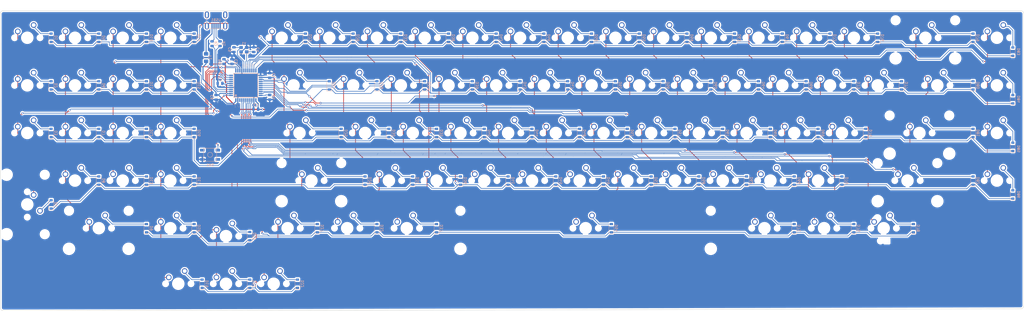
<source format=kicad_pcb>
(kicad_pcb (version 20171130) (host pcbnew "(5.0.1-3-g963ef8bb5)")
  (layers (0 F.Cu signal) (31 B.Cu signal) (34 B.Paste user) (35 F.Paste user) (36 B.SilkS user) (37 F.SilkS user) (38 B.Mask user) (39 F.Mask user) (44 Edge.Cuts user))
  (net 0 "")
  (net 1 Col6)
  (net 2 "Net-(AKEY1-Pad2)")
  (net 3 "Net-(ALT1-Pad2)")
  (net 4 Col7)
  (net 5 "Net-(BACK1-Pad2)")
  (net 6 Col18)
  (net 7 Col10)
  (net 8 "Net-(BKEY1-Pad2)")
  (net 9 "Net-(BSLSH1-Pad2)")
  (net 10 GND)
  (net 11 +5V)
  (net 12 "Net-(C4-Pad1)")
  (net 13 "Net-(C5-Pad1)")
  (net 14 "Net-(C7-Pad1)")
  (net 15 "Net-(CAPS1-Pad2)")
  (net 16 Col5)
  (net 17 "Net-(CBRAC1-Pad2)")
  (net 18 Col17)
  (net 19 "Net-(CKEY1-Pad2)")
  (net 20 Col8)
  (net 21 Col15)
  (net 22 "Net-(CLN1-Pad2)")
  (net 23 Col13)
  (net 24 "Net-(CMMA1-Pad2)")
  (net 25 "Net-(CTRL1-Pad2)")
  (net 26 Row1)
  (net 27 "Net-(D1-Pad2)")
  (net 28 Row2)
  (net 29 "Net-(D2-Pad2)")
  (net 30 "Net-(D3-Pad2)")
  (net 31 Row3)
  (net 32 "Net-(D4-Pad2)")
  (net 33 Row4)
  (net 34 "Net-(D5-Pad2)")
  (net 35 "Net-(D6-Pad2)")
  (net 36 "Net-(D7-Pad2)")
  (net 37 "Net-(D8-Pad2)")
  (net 38 "Net-(D9-Pad2)")
  (net 39 Row5)
  (net 40 "Net-(D10-Pad2)")
  (net 41 "Net-(D11-Pad2)")
  (net 42 "Net-(D12-Pad2)")
  (net 43 "Net-(D13-Pad2)")
  (net 44 "Net-(D14-Pad2)")
  (net 45 "Net-(D15-Pad2)")
  (net 46 "Net-(D16-Pad2)")
  (net 47 "Net-(D17-Pad2)")
  (net 48 "Net-(D18-Pad2)")
  (net 49 "Net-(D19-Pad2)")
  (net 50 "Net-(D20-Pad2)")
  (net 51 "Net-(D21-Pad2)")
  (net 52 "Net-(D22-Pad2)")
  (net 53 "Net-(D23-Pad2)")
  (net 54 "Net-(D24-Pad2)")
  (net 55 "Net-(D26-Pad2)")
  (net 56 "Net-(D28-Pad2)")
  (net 57 "Net-(D29-Pad2)")
  (net 58 "Net-(D31-Pad2)")
  (net 59 "Net-(D32-Pad2)")
  (net 60 "Net-(D33-Pad2)")
  (net 61 "Net-(D34-Pad2)")
  (net 62 "Net-(D35-Pad2)")
  (net 63 "Net-(D36-Pad2)")
  (net 64 "Net-(D38-Pad2)")
  (net 65 "Net-(D39-Pad2)")
  (net 66 "Net-(D40-Pad2)")
  (net 67 "Net-(D42-Pad2)")
  (net 68 "Net-(D43-Pad2)")
  (net 69 "Net-(D44-Pad2)")
  (net 70 "Net-(D45-Pad2)")
  (net 71 "Net-(D46-Pad2)")
  (net 72 "Net-(D47-Pad2)")
  (net 73 "Net-(D48-Pad2)")
  (net 74 "Net-(D50-Pad2)")
  (net 75 "Net-(D51-Pad2)")
  (net 76 "Net-(D52-Pad2)")
  (net 77 "Net-(D53-Pad2)")
  (net 78 "Net-(D54-Pad2)")
  (net 79 "Net-(D55-Pad2)")
  (net 80 "Net-(D56-Pad2)")
  (net 81 "Net-(D57-Pad2)")
  (net 82 "Net-(D58-Pad2)")
  (net 83 "Net-(D59-Pad2)")
  (net 84 "Net-(D60-Pad2)")
  (net 85 "Net-(D61-Pad2)")
  (net 86 "Net-(D63-Pad2)")
  (net 87 "Net-(D64-Pad2)")
  (net 88 "Net-(D65-Pad2)")
  (net 89 "Net-(D66-Pad2)")
  (net 90 "Net-(D67-Pad2)")
  (net 91 "Net-(D68-Pad2)")
  (net 92 "Net-(D70-Pad2)")
  (net 93 "Net-(D71-Pad2)")
  (net 94 "Net-(D72-Pad2)")
  (net 95 "Net-(D73-Pad2)")
  (net 96 "Net-(D74-Pad2)")
  (net 97 "Net-(D75-Pad2)")
  (net 98 "Net-(D76-Pad2)")
  (net 99 "Net-(D78-Pad2)")
  (net 100 "Net-(D81-Pad2)")
  (net 101 "Net-(D82-Pad2)")
  (net 102 "Net-(D83-Pad2)")
  (net 103 "Net-(D84-Pad2)")
  (net 104 "Net-(D85-Pad2)")
  (net 105 "Net-(D86-Pad2)")
  (net 106 Col4)
  (net 107 Col2)
  (net 108 Col3)
  (net 109 Col1)
  (net 110 VCC)
  (net 111 Col9)
  (net 112 Col11)
  (net 113 Col12)
  (net 114 Col14)
  (net 115 Col16)
  (net 116 Col19)
  (net 117 "Net-(R1-Pad1)")
  (net 118 D+)
  (net 119 D-)
  (net 120 "Net-(R2-Pad1)")
  (net 121 "Net-(R3-Pad2)")
  (net 122 "Net-(R4-Pad2)")
  (net 123 "Net-(U1-Pad42)")
  (net 124 "Net-(USB1-Pad2)")
  (net 125 "Net-(USB1-Pad6)")
  (net 126 Row6)
  (module Capacitor_SMD:C_0805_2012Metric (layer B.Cu) (at 129.38125 44.45 90)
    (fp_text reference C1 (at 0 1.65 90) (layer B.SilkS) (effects (justify mirror)))
    (fp_text value 0.1uF)
    (pad 2 smd roundrect (at 0.9375 0 90) (size 0.975 1.4) (layers B.Cu B.Paste B.Mask) (net 10 GND))
    (pad 1 smd roundrect (at -0.9375 0 90) (size 0.975 1.4) (layers B.Cu B.Paste B.Mask) (net 11 +5V))
  )
  (module Capacitor_SMD:C_0805_2012Metric (layer B.Cu) (at 114.3 38.89375 90)
    (fp_text reference C2 (at 0 1.65 90) (layer B.SilkS) (effects (justify mirror)))
    (fp_text value 0.1uF)
    (pad 1 smd roundrect (at -0.9375 0 90) (size 0.975 1.4) (layers B.Cu B.Paste B.Mask) (net 11 +5V))
    (pad 2 smd roundrect (at 0.9375 0 90) (size 0.975 1.4) (layers B.Cu B.Paste B.Mask) (net 10 GND))
  )
  (module Capacitor_SMD:C_0805_2012Metric (layer B.Cu) (at 123.825 57.94375 180)
    (fp_text reference C3 (at 0 1.65 180) (layer B.SilkS) (effects (justify mirror)))
    (fp_text value 0.1uF)
    (pad 1 smd roundrect (at -0.9375 0 180) (size 0.975 1.4) (layers B.Cu B.Paste B.Mask) (net 11 +5V))
    (pad 2 smd roundrect (at 0.9375 0 180) (size 0.975 1.4) (layers B.Cu B.Paste B.Mask) (net 10 GND))
  )
  (module Capacitor_SMD:C_0805_2012Metric (layer B.Cu) (at 123.03125 34.13125 90)
    (fp_text reference C4 (at 0 1.65 90) (layer B.SilkS) (effects (justify mirror)))
    (fp_text value 22pF)
    (pad 1 smd roundrect (at -0.9375 0 90) (size 0.975 1.4) (layers B.Cu B.Paste B.Mask) (net 12 "Net-(C4-Pad1)"))
    (pad 2 smd roundrect (at 0.9375 0 90) (size 0.975 1.4) (layers B.Cu B.Paste B.Mask) (net 10 GND))
  )
  (module Capacitor_SMD:C_0805_2012Metric (layer B.Cu) (at 115.09375 34.13125 270)
    (fp_text reference C5 (at 0 1.65 270) (layer B.SilkS) (effects (justify mirror)))
    (fp_text value 22pF)
    (pad 1 smd roundrect (at -0.9375 0 270) (size 0.975 1.4) (layers B.Cu B.Paste B.Mask) (net 13 "Net-(C5-Pad1)"))
    (pad 2 smd roundrect (at 0.9375 0 270) (size 0.975 1.4) (layers B.Cu B.Paste B.Mask) (net 10 GND))
  )
  (module Capacitor_SMD:C_0805_2012Metric (layer B.Cu) (at 107.95 53.213 270)
    (fp_text reference C6 (at 0 1.65 270) (layer B.SilkS) (effects (justify mirror)))
    (fp_text value 10uF)
    (pad 2 smd roundrect (at 0.9375 0 270) (size 0.975 1.4) (layers B.Cu B.Paste B.Mask) (net 10 GND))
    (pad 1 smd roundrect (at -0.9375 0 270) (size 0.975 1.4) (layers B.Cu B.Paste B.Mask) (net 11 +5V))
  )
  (module Capacitor_SMD:C_0805_2012Metric (layer B.Cu) (at 109.5375 47.625 180)
    (fp_text reference C7 (at 0 1.65 180) (layer B.SilkS) (effects (justify mirror)))
    (fp_text value 1uF)
    (pad 2 smd roundrect (at 0.9375 0 180) (size 0.975 1.4) (layers B.Cu B.Paste B.Mask) (net 10 GND))
    (pad 1 smd roundrect (at -0.9375 0 180) (size 0.975 1.4) (layers B.Cu B.Paste B.Mask) (net 14 "Net-(C7-Pad1)"))
  )
  (module Diode_SMD:D_SOD-123 (layer B.Cu) (at 42.06875 29.36875 90)
    (fp_text reference D1 (at 0 2 90) (layer B.SilkS) (effects (justify mirror)))
    (fp_text value D_Small)
    (pad 1 smd rect (at -1.65 0 90) (size 0.9 1.2) (layers B.Cu B.Paste B.Mask) (net 26 Row1))
    (pad 2 smd rect (at 1.65 0 90) (size 0.9 1.2) (layers B.Cu B.Paste B.Mask) (net 27 "Net-(D1-Pad2)"))
  )
  (module Diode_SMD:D_SOD-123 (layer B.Cu) (at 42.06875 48.41875 90)
    (fp_text reference D2 (at 0 2 90) (layer B.SilkS) (effects (justify mirror)))
    (fp_text value D_Small)
    (pad 1 smd rect (at -1.65 0 90) (size 0.9 1.2) (layers B.Cu B.Paste B.Mask) (net 28 Row2))
    (pad 2 smd rect (at 1.65 0 90) (size 0.9 1.2) (layers B.Cu B.Paste B.Mask) (net 29 "Net-(D2-Pad2)"))
  )
  (module Diode_SMD:D_SOD-123 (layer B.Cu) (at 42.06875 67.46875 90)
    (fp_text reference D3 (at 0 2 90) (layer B.SilkS) (effects (justify mirror)))
    (fp_text value D_Small)
    (pad 2 smd rect (at 1.65 0 90) (size 0.9 1.2) (layers B.Cu B.Paste B.Mask) (net 30 "Net-(D3-Pad2)"))
    (pad 1 smd rect (at -1.65 0 90) (size 0.9 1.2) (layers B.Cu B.Paste B.Mask) (net 31 Row3))
  )
  (module Diode_SMD:D_SOD-123 (layer B.Cu) (at 42.06875 96.04375 90)
    (fp_text reference D4 (at 0 2 90) (layer B.SilkS) (effects (justify mirror)))
    (fp_text value D_Small)
    (pad 2 smd rect (at 1.65 0 90) (size 0.9 1.2) (layers B.Cu B.Paste B.Mask) (net 32 "Net-(D4-Pad2)"))
    (pad 1 smd rect (at -1.65 0 90) (size 0.9 1.2) (layers B.Cu B.Paste B.Mask) (net 33 Row4))
  )
  (module Diode_SMD:D_SOD-123 (layer B.Cu) (at 61.11875 29.36875 90)
    (fp_text reference D5 (at 0 2 90) (layer B.SilkS) (effects (justify mirror)))
    (fp_text value D_Small)
    (pad 1 smd rect (at -1.65 0 90) (size 0.9 1.2) (layers B.Cu B.Paste B.Mask) (net 26 Row1))
    (pad 2 smd rect (at 1.65 0 90) (size 0.9 1.2) (layers B.Cu B.Paste B.Mask) (net 34 "Net-(D5-Pad2)"))
  )
  (module Diode_SMD:D_SOD-123 (layer B.Cu) (at 61.11875 48.41875 90)
    (fp_text reference D6 (at 0 2 90) (layer B.SilkS) (effects (justify mirror)))
    (fp_text value D_Small)
    (pad 1 smd rect (at -1.65 0 90) (size 0.9 1.2) (layers B.Cu B.Paste B.Mask) (net 28 Row2))
    (pad 2 smd rect (at 1.65 0 90) (size 0.9 1.2) (layers B.Cu B.Paste B.Mask) (net 35 "Net-(D6-Pad2)"))
  )
  (module Diode_SMD:D_SOD-123 (layer B.Cu) (at 61.11875 67.46875 90)
    (fp_text reference D7 (at 0 2 90) (layer B.SilkS) (effects (justify mirror)))
    (fp_text value D_Small)
    (pad 2 smd rect (at 1.65 0 90) (size 0.9 1.2) (layers B.Cu B.Paste B.Mask) (net 36 "Net-(D7-Pad2)"))
    (pad 1 smd rect (at -1.65 0 90) (size 0.9 1.2) (layers B.Cu B.Paste B.Mask) (net 31 Row3))
  )
  (module Diode_SMD:D_SOD-123 (layer B.Cu) (at 61.11875 86.51875 90)
    (fp_text reference D8 (at 0 2 90) (layer B.SilkS) (effects (justify mirror)))
    (fp_text value D_Small)
    (pad 2 smd rect (at 1.65 0 90) (size 0.9 1.2) (layers B.Cu B.Paste B.Mask) (net 37 "Net-(D8-Pad2)"))
    (pad 1 smd rect (at -1.65 0 90) (size 0.9 1.2) (layers B.Cu B.Paste B.Mask) (net 33 Row4))
  )
  (module Diode_SMD:D_SOD-123 (layer B.Cu) (at 80.16875 105.56875 90)
    (fp_text reference D9 (at 0 2 90) (layer B.SilkS) (effects (justify mirror)))
    (fp_text value D_Small)
    (pad 2 smd rect (at 1.65 0 90) (size 0.9 1.2) (layers B.Cu B.Paste B.Mask) (net 38 "Net-(D9-Pad2)"))
    (pad 1 smd rect (at -1.65 0 90) (size 0.9 1.2) (layers B.Cu B.Paste B.Mask) (net 39 Row5))
  )
  (module Diode_SMD:D_SOD-123 (layer B.Cu) (at 80.16875 29.36875 90)
    (fp_text reference D10 (at 0 2 90) (layer B.SilkS) (effects (justify mirror)))
    (fp_text value D_Small)
    (pad 2 smd rect (at 1.65 0 90) (size 0.9 1.2) (layers B.Cu B.Paste B.Mask) (net 40 "Net-(D10-Pad2)"))
    (pad 1 smd rect (at -1.65 0 90) (size 0.9 1.2) (layers B.Cu B.Paste B.Mask) (net 26 Row1))
  )
  (module Diode_SMD:D_SOD-123 (layer B.Cu) (at 80.16875 48.41875 90)
    (fp_text reference D11 (at 0 2 90) (layer B.SilkS) (effects (justify mirror)))
    (fp_text value D_Small)
    (pad 2 smd rect (at 1.65 0 90) (size 0.9 1.2) (layers B.Cu B.Paste B.Mask) (net 41 "Net-(D11-Pad2)"))
    (pad 1 smd rect (at -1.65 0 90) (size 0.9 1.2) (layers B.Cu B.Paste B.Mask) (net 28 Row2))
  )
  (module Diode_SMD:D_SOD-123 (layer B.Cu) (at 80.16875 67.46875 90)
    (fp_text reference D12 (at 0 2 90) (layer B.SilkS) (effects (justify mirror)))
    (fp_text value D_Small)
    (pad 2 smd rect (at 1.65 0 90) (size 0.9 1.2) (layers B.Cu B.Paste B.Mask) (net 42 "Net-(D12-Pad2)"))
    (pad 1 smd rect (at -1.65 0 90) (size 0.9 1.2) (layers B.Cu B.Paste B.Mask) (net 31 Row3))
  )
  (module Diode_SMD:D_SOD-123 (layer B.Cu) (at 80.16875 86.51875 90)
    (fp_text reference D13 (at 0 2 90) (layer B.SilkS) (effects (justify mirror)))
    (fp_text value D_Small)
    (pad 2 smd rect (at 1.65 0 90) (size 0.9 1.2) (layers B.Cu B.Paste B.Mask) (net 43 "Net-(D13-Pad2)"))
    (pad 1 smd rect (at -1.65 0 90) (size 0.9 1.2) (layers B.Cu B.Paste B.Mask) (net 33 Row4))
  )
  (module Diode_SMD:D_SOD-123 (layer B.Cu) (at 99.21875 29.36875 90)
    (fp_text reference D14 (at 0 2 90) (layer B.SilkS) (effects (justify mirror)))
    (fp_text value D_Small)
    (pad 2 smd rect (at 1.65 0 90) (size 0.9 1.2) (layers B.Cu B.Paste B.Mask) (net 44 "Net-(D14-Pad2)"))
    (pad 1 smd rect (at -1.65 0 90) (size 0.9 1.2) (layers B.Cu B.Paste B.Mask) (net 26 Row1))
  )
  (module Diode_SMD:D_SOD-123 (layer B.Cu) (at 99.21875 48.41875 90)
    (fp_text reference D15 (at 0 2 90) (layer B.SilkS) (effects (justify mirror)))
    (fp_text value D_Small)
    (pad 2 smd rect (at 1.65 0 90) (size 0.9 1.2) (layers B.Cu B.Paste B.Mask) (net 45 "Net-(D15-Pad2)"))
    (pad 1 smd rect (at -1.65 0 90) (size 0.9 1.2) (layers B.Cu B.Paste B.Mask) (net 28 Row2))
  )
  (module Diode_SMD:D_SOD-123 (layer B.Cu) (at 99.21875 67.46875 90)
    (fp_text reference D16 (at 0 2 90) (layer B.SilkS) (effects (justify mirror)))
    (fp_text value D_Small)
    (pad 2 smd rect (at 1.65 0 90) (size 0.9 1.2) (layers B.Cu B.Paste B.Mask) (net 46 "Net-(D16-Pad2)"))
    (pad 1 smd rect (at -1.65 0 90) (size 0.9 1.2) (layers B.Cu B.Paste B.Mask) (net 31 Row3))
  )
  (module Diode_SMD:D_SOD-123 (layer B.Cu) (at 99.21875 86.51875 90)
    (fp_text reference D17 (at 0 2 90) (layer B.SilkS) (effects (justify mirror)))
    (fp_text value D_Small)
    (pad 2 smd rect (at 1.65 0 90) (size 0.9 1.2) (layers B.Cu B.Paste B.Mask) (net 47 "Net-(D17-Pad2)"))
    (pad 1 smd rect (at -1.65 0 90) (size 0.9 1.2) (layers B.Cu B.Paste B.Mask) (net 33 Row4))
  )
  (module Diode_SMD:D_SOD-123 (layer B.Cu) (at 99.21875 105.56875 90)
    (fp_text reference D18 (at 0 2 90) (layer B.SilkS) (effects (justify mirror)))
    (fp_text value D_Small)
    (pad 2 smd rect (at 1.65 0 90) (size 0.9 1.2) (layers B.Cu B.Paste B.Mask) (net 48 "Net-(D18-Pad2)"))
    (pad 1 smd rect (at -1.65 0 90) (size 0.9 1.2) (layers B.Cu B.Paste B.Mask) (net 39 Row5))
  )
  (module Diode_SMD:D_SOD-123 (layer B.Cu) (at 102.39375 127.79375 90)
    (fp_text reference D19 (at 0 2 90) (layer B.SilkS) (effects (justify mirror)))
    (fp_text value D_Small)
    (pad 2 smd rect (at 1.65 0 90) (size 0.9 1.2) (layers B.Cu B.Paste B.Mask) (net 49 "Net-(D19-Pad2)"))
    (pad 1 smd rect (at -1.65 0 90) (size 0.9 1.2) (layers B.Cu B.Paste B.Mask) (net 126 Row6))
  )
  (module Diode_SMD:D_SOD-123 (layer B.Cu) (at 121.44375 108.74375 90)
    (fp_text reference D20 (at 0 2 90) (layer B.SilkS) (effects (justify mirror)))
    (fp_text value D_Small)
    (pad 2 smd rect (at 1.65 0 90) (size 0.9 1.2) (layers B.Cu B.Paste B.Mask) (net 50 "Net-(D20-Pad2)"))
    (pad 1 smd rect (at -1.65 0 90) (size 0.9 1.2) (layers B.Cu B.Paste B.Mask) (net 39 Row5))
  )
  (module Diode_SMD:D_SOD-123 (layer B.Cu) (at 121.44375 127.79375 90)
    (fp_text reference D21 (at 0 2 90) (layer B.SilkS) (effects (justify mirror)))
    (fp_text value D_Small)
    (pad 2 smd rect (at 1.65 0 90) (size 0.9 1.2) (layers B.Cu B.Paste B.Mask) (net 51 "Net-(D21-Pad2)"))
    (pad 1 smd rect (at -1.65 0 90) (size 0.9 1.2) (layers B.Cu B.Paste B.Mask) (net 126 Row6))
  )
  (module Diode_SMD:D_SOD-123 (layer B.Cu) (at 140.49375 127.79375 90)
    (fp_text reference D22 (at 0 2 90) (layer B.SilkS) (effects (justify mirror)))
    (fp_text value D_Small)
    (pad 2 smd rect (at 1.65 0 90) (size 0.9 1.2) (layers B.Cu B.Paste B.Mask) (net 52 "Net-(D22-Pad2)"))
    (pad 1 smd rect (at -1.65 0 90) (size 0.9 1.2) (layers B.Cu B.Paste B.Mask) (net 126 Row6))
  )
  (module Diode_SMD:D_SOD-123 (layer B.Cu) (at 143.66875 29.36875 90)
    (fp_text reference D23 (at 0 2 90) (layer B.SilkS) (effects (justify mirror)))
    (fp_text value D_Small)
    (pad 2 smd rect (at 1.65 0 90) (size 0.9 1.2) (layers B.Cu B.Paste B.Mask) (net 53 "Net-(D23-Pad2)"))
    (pad 1 smd rect (at -1.65 0 90) (size 0.9 1.2) (layers B.Cu B.Paste B.Mask) (net 26 Row1))
  )
  (module Diode_SMD:D_SOD-123 (layer B.Cu) (at 153.19375 48.41875 90)
    (fp_text reference D24 (at 0 2 90) (layer B.SilkS) (effects (justify mirror)))
    (fp_text value D_Small)
    (pad 1 smd rect (at -1.65 0 90) (size 0.9 1.2) (layers B.Cu B.Paste B.Mask) (net 28 Row2))
    (pad 2 smd rect (at 1.65 0 90) (size 0.9 1.2) (layers B.Cu B.Paste B.Mask) (net 54 "Net-(D24-Pad2)"))
  )
  (module Diode_SMD:D_SOD-123 (layer B.Cu) (at 157.95625 67.46875 90)
    (fp_text reference D25 (at 0 2 90) (layer B.SilkS) (effects (justify mirror)))
    (fp_text value D_Small)
    (pad 1 smd rect (at -1.65 0 90) (size 0.9 1.2) (layers B.Cu B.Paste B.Mask) (net 31 Row3))
    (pad 2 smd rect (at 1.65 0 90) (size 0.9 1.2) (layers B.Cu B.Paste B.Mask) (net 15 "Net-(CAPS1-Pad2)"))
  )
  (module Diode_SMD:D_SOD-123 (layer B.Cu) (at 167.48125 86.51875 90)
    (fp_text reference D26 (at 0 2 90) (layer B.SilkS) (effects (justify mirror)))
    (fp_text value D_Small)
    (pad 1 smd rect (at -1.65 0 90) (size 0.9 1.2) (layers B.Cu B.Paste B.Mask) (net 33 Row4))
    (pad 2 smd rect (at 1.65 0 90) (size 0.9 1.2) (layers B.Cu B.Paste B.Mask) (net 55 "Net-(D26-Pad2)"))
  )
  (module Diode_SMD:D_SOD-123 (layer B.Cu) (at 148.43125 105.56875 90)
    (fp_text reference D27 (at 0 2 90) (layer B.SilkS) (effects (justify mirror)))
    (fp_text value D_Small)
    (pad 2 smd rect (at 1.65 0 90) (size 0.9 1.2) (layers B.Cu B.Paste B.Mask) (net 25 "Net-(CTRL1-Pad2)"))
    (pad 1 smd rect (at -1.65 0 90) (size 0.9 1.2) (layers B.Cu B.Paste B.Mask) (net 39 Row5))
  )
  (module Diode_SMD:D_SOD-123 (layer B.Cu) (at 162.71875 29.36875 90)
    (fp_text reference D28 (at 0 2 90) (layer B.SilkS) (effects (justify mirror)))
    (fp_text value D_Small)
    (pad 2 smd rect (at 1.65 0 90) (size 0.9 1.2) (layers B.Cu B.Paste B.Mask) (net 56 "Net-(D28-Pad2)"))
    (pad 1 smd rect (at -1.65 0 90) (size 0.9 1.2) (layers B.Cu B.Paste B.Mask) (net 26 Row1))
  )
  (module Diode_SMD:D_SOD-123 (layer B.Cu) (at 172.24375 48.41875 90)
    (fp_text reference D29 (at 0 2 90) (layer B.SilkS) (effects (justify mirror)))
    (fp_text value D_Small)
    (pad 2 smd rect (at 1.65 0 90) (size 0.9 1.2) (layers B.Cu B.Paste B.Mask) (net 57 "Net-(D29-Pad2)"))
    (pad 1 smd rect (at -1.65 0 90) (size 0.9 1.2) (layers B.Cu B.Paste B.Mask) (net 28 Row2))
  )
  (module Diode_SMD:D_SOD-123 (layer B.Cu) (at 177.00625 67.46875 90)
    (fp_text reference D30 (at 0 2 90) (layer B.SilkS) (effects (justify mirror)))
    (fp_text value D_Small)
    (pad 1 smd rect (at -1.65 0 90) (size 0.9 1.2) (layers B.Cu B.Paste B.Mask) (net 31 Row3))
    (pad 2 smd rect (at 1.65 0 90) (size 0.9 1.2) (layers B.Cu B.Paste B.Mask) (net 2 "Net-(AKEY1-Pad2)"))
  )
  (module Diode_SMD:D_SOD-123 (layer B.Cu) (at 186.53125 86.51875 90)
    (fp_text reference D31 (at 0 2 90) (layer B.SilkS) (effects (justify mirror)))
    (fp_text value D_Small)
    (pad 1 smd rect (at -1.65 0 90) (size 0.9 1.2) (layers B.Cu B.Paste B.Mask) (net 33 Row4))
    (pad 2 smd rect (at 1.65 0 90) (size 0.9 1.2) (layers B.Cu B.Paste B.Mask) (net 58 "Net-(D31-Pad2)"))
  )
  (module Diode_SMD:D_SOD-123 (layer B.Cu) (at 172.24375 105.56875 90)
    (fp_text reference D32 (at 0 2 90) (layer B.SilkS) (effects (justify mirror)))
    (fp_text value D_Small)
    (pad 2 smd rect (at 1.65 0 90) (size 0.9 1.2) (layers B.Cu B.Paste B.Mask) (net 59 "Net-(D32-Pad2)"))
    (pad 1 smd rect (at -1.65 0 90) (size 0.9 1.2) (layers B.Cu B.Paste B.Mask) (net 39 Row5))
  )
  (module Diode_SMD:D_SOD-123 (layer B.Cu) (at 181.76875 29.36875 90)
    (fp_text reference D33 (at 0 2 90) (layer B.SilkS) (effects (justify mirror)))
    (fp_text value D_Small)
    (pad 2 smd rect (at 1.65 0 90) (size 0.9 1.2) (layers B.Cu B.Paste B.Mask) (net 60 "Net-(D33-Pad2)"))
    (pad 1 smd rect (at -1.65 0 90) (size 0.9 1.2) (layers B.Cu B.Paste B.Mask) (net 26 Row1))
  )
  (module Diode_SMD:D_SOD-123 (layer B.Cu) (at 191.29375 48.41875 90)
    (fp_text reference D34 (at 0 2 90) (layer B.SilkS) (effects (justify mirror)))
    (fp_text value D_Small)
    (pad 2 smd rect (at 1.65 0 90) (size 0.9 1.2) (layers B.Cu B.Paste B.Mask) (net 61 "Net-(D34-Pad2)"))
    (pad 1 smd rect (at -1.65 0 90) (size 0.9 1.2) (layers B.Cu B.Paste B.Mask) (net 28 Row2))
  )
  (module Diode_SMD:D_SOD-123 (layer B.Cu) (at 196.05625 67.46875 90)
    (fp_text reference D35 (at 0 2 90) (layer B.SilkS) (effects (justify mirror)))
    (fp_text value D_Small)
    (pad 1 smd rect (at -1.65 0 90) (size 0.9 1.2) (layers B.Cu B.Paste B.Mask) (net 31 Row3))
    (pad 2 smd rect (at 1.65 0 90) (size 0.9 1.2) (layers B.Cu B.Paste B.Mask) (net 62 "Net-(D35-Pad2)"))
  )
  (module Diode_SMD:D_SOD-123 (layer B.Cu) (at 205.58125 86.51875 90)
    (fp_text reference D36 (at 0 2 90) (layer B.SilkS) (effects (justify mirror)))
    (fp_text value D_Small)
    (pad 1 smd rect (at -1.65 0 90) (size 0.9 1.2) (layers B.Cu B.Paste B.Mask) (net 33 Row4))
    (pad 2 smd rect (at 1.65 0 90) (size 0.9 1.2) (layers B.Cu B.Paste B.Mask) (net 63 "Net-(D36-Pad2)"))
  )
  (module Diode_SMD:D_SOD-123 (layer B.Cu) (at 196.05625 105.56875 90)
    (fp_text reference D37 (at 0 2 90) (layer B.SilkS) (effects (justify mirror)))
    (fp_text value D_Small)
    (pad 2 smd rect (at 1.65 0 90) (size 0.9 1.2) (layers B.Cu B.Paste B.Mask) (net 3 "Net-(ALT1-Pad2)"))
    (pad 1 smd rect (at -1.65 0 90) (size 0.9 1.2) (layers B.Cu B.Paste B.Mask) (net 39 Row5))
  )
  (module Diode_SMD:D_SOD-123 (layer B.Cu) (at 200.81875 29.36875 90)
    (fp_text reference D38 (at 0 2 90) (layer B.SilkS) (effects (justify mirror)))
    (fp_text value D_Small)
    (pad 2 smd rect (at 1.65 0 90) (size 0.9 1.2) (layers B.Cu B.Paste B.Mask) (net 64 "Net-(D38-Pad2)"))
    (pad 1 smd rect (at -1.65 0 90) (size 0.9 1.2) (layers B.Cu B.Paste B.Mask) (net 26 Row1))
  )
  (module Diode_SMD:D_SOD-123 (layer B.Cu) (at 210.34375 48.41875 90)
    (fp_text reference D39 (at 0 2 90) (layer B.SilkS) (effects (justify mirror)))
    (fp_text value D_Small)
    (pad 2 smd rect (at 1.65 0 90) (size 0.9 1.2) (layers B.Cu B.Paste B.Mask) (net 65 "Net-(D39-Pad2)"))
    (pad 1 smd rect (at -1.65 0 90) (size 0.9 1.2) (layers B.Cu B.Paste B.Mask) (net 28 Row2))
  )
  (module Diode_SMD:D_SOD-123 (layer B.Cu) (at 215.10625 67.46875 90)
    (fp_text reference D40 (at 0 2 90) (layer B.SilkS) (effects (justify mirror)))
    (fp_text value D_Small)
    (pad 1 smd rect (at -1.65 0 90) (size 0.9 1.2) (layers B.Cu B.Paste B.Mask) (net 31 Row3))
    (pad 2 smd rect (at 1.65 0 90) (size 0.9 1.2) (layers B.Cu B.Paste B.Mask) (net 66 "Net-(D40-Pad2)"))
  )
  (module Diode_SMD:D_SOD-123 (layer B.Cu) (at 224.63125 86.51875 90)
    (fp_text reference D41 (at 0 2 90) (layer B.SilkS) (effects (justify mirror)))
    (fp_text value D_Small)
    (pad 1 smd rect (at -1.65 0 90) (size 0.9 1.2) (layers B.Cu B.Paste B.Mask) (net 33 Row4))
    (pad 2 smd rect (at 1.65 0 90) (size 0.9 1.2) (layers B.Cu B.Paste B.Mask) (net 19 "Net-(CKEY1-Pad2)"))
  )
  (module Diode_SMD:D_SOD-123 (layer B.Cu) (at 219.86875 29.36875 90)
    (fp_text reference D42 (at 0 2 90) (layer B.SilkS) (effects (justify mirror)))
    (fp_text value D_Small)
    (pad 2 smd rect (at 1.65 0 90) (size 0.9 1.2) (layers B.Cu B.Paste B.Mask) (net 67 "Net-(D42-Pad2)"))
    (pad 1 smd rect (at -1.65 0 90) (size 0.9 1.2) (layers B.Cu B.Paste B.Mask) (net 26 Row1))
  )
  (module Diode_SMD:D_SOD-123 (layer B.Cu) (at 229.39375 48.41875 90)
    (fp_text reference D43 (at 0 2 90) (layer B.SilkS) (effects (justify mirror)))
    (fp_text value D_Small)
    (pad 2 smd rect (at 1.65 0 90) (size 0.9 1.2) (layers B.Cu B.Paste B.Mask) (net 68 "Net-(D43-Pad2)"))
    (pad 1 smd rect (at -1.65 0 90) (size 0.9 1.2) (layers B.Cu B.Paste B.Mask) (net 28 Row2))
  )
  (module Diode_SMD:D_SOD-123 (layer B.Cu) (at 234.15625 67.46875 90)
    (fp_text reference D44 (at 0 2 90) (layer B.SilkS) (effects (justify mirror)))
    (fp_text value D_Small)
    (pad 1 smd rect (at -1.65 0 90) (size 0.9 1.2) (layers B.Cu B.Paste B.Mask) (net 31 Row3))
    (pad 2 smd rect (at 1.65 0 90) (size 0.9 1.2) (layers B.Cu B.Paste B.Mask) (net 69 "Net-(D44-Pad2)"))
  )
  (module Diode_SMD:D_SOD-123 (layer B.Cu) (at 243.68125 86.51875 90)
    (fp_text reference D45 (at 0 2 90) (layer B.SilkS) (effects (justify mirror)))
    (fp_text value D_Small)
    (pad 1 smd rect (at -1.65 0 90) (size 0.9 1.2) (layers B.Cu B.Paste B.Mask) (net 33 Row4))
    (pad 2 smd rect (at 1.65 0 90) (size 0.9 1.2) (layers B.Cu B.Paste B.Mask) (net 70 "Net-(D45-Pad2)"))
  )
  (module Diode_SMD:D_SOD-123 (layer B.Cu) (at 238.91875 29.36875 90)
    (fp_text reference D46 (at 0 2 90) (layer B.SilkS) (effects (justify mirror)))
    (fp_text value D_Small)
    (pad 2 smd rect (at 1.65 0 90) (size 0.9 1.2) (layers B.Cu B.Paste B.Mask) (net 71 "Net-(D46-Pad2)"))
    (pad 1 smd rect (at -1.65 0 90) (size 0.9 1.2) (layers B.Cu B.Paste B.Mask) (net 26 Row1))
  )
  (module Diode_SMD:D_SOD-123 (layer B.Cu) (at 248.44375 48.41875 90)
    (fp_text reference D47 (at 0 2 90) (layer B.SilkS) (effects (justify mirror)))
    (fp_text value D_Small)
    (pad 1 smd rect (at -1.65 0 90) (size 0.9 1.2) (layers B.Cu B.Paste B.Mask) (net 28 Row2))
    (pad 2 smd rect (at 1.65 0 90) (size 0.9 1.2) (layers B.Cu B.Paste B.Mask) (net 72 "Net-(D47-Pad2)"))
  )
  (module Diode_SMD:D_SOD-123 (layer B.Cu) (at 253.20625 67.46875 90)
    (fp_text reference D48 (at 0 2 90) (layer B.SilkS) (effects (justify mirror)))
    (fp_text value D_Small)
    (pad 1 smd rect (at -1.65 0 90) (size 0.9 1.2) (layers B.Cu B.Paste B.Mask) (net 31 Row3))
    (pad 2 smd rect (at 1.65 0 90) (size 0.9 1.2) (layers B.Cu B.Paste B.Mask) (net 73 "Net-(D48-Pad2)"))
  )
  (module Diode_SMD:D_SOD-123 (layer B.Cu) (at 262.73125 86.51875 90)
    (fp_text reference D49 (at 0 2 90) (layer B.SilkS) (effects (justify mirror)))
    (fp_text value D_Small)
    (pad 1 smd rect (at -1.65 0 90) (size 0.9 1.2) (layers B.Cu B.Paste B.Mask) (net 33 Row4))
    (pad 2 smd rect (at 1.65 0 90) (size 0.9 1.2) (layers B.Cu B.Paste B.Mask) (net 8 "Net-(BKEY1-Pad2)"))
  )
  (module Diode_SMD:D_SOD-123 (layer B.Cu) (at 257.96875 29.36875 90)
    (fp_text reference D50 (at 0 2 90) (layer B.SilkS) (effects (justify mirror)))
    (fp_text value D_Small)
    (pad 2 smd rect (at 1.65 0 90) (size 0.9 1.2) (layers B.Cu B.Paste B.Mask) (net 74 "Net-(D50-Pad2)"))
    (pad 1 smd rect (at -1.65 0 90) (size 0.9 1.2) (layers B.Cu B.Paste B.Mask) (net 26 Row1))
  )
  (module Diode_SMD:D_SOD-123 (layer B.Cu) (at 267.49375 48.41875 90)
    (fp_text reference D51 (at 0 2 90) (layer B.SilkS) (effects (justify mirror)))
    (fp_text value D_Small)
    (pad 1 smd rect (at -1.65 0 90) (size 0.9 1.2) (layers B.Cu B.Paste B.Mask) (net 28 Row2))
    (pad 2 smd rect (at 1.65 0 90) (size 0.9 1.2) (layers B.Cu B.Paste B.Mask) (net 75 "Net-(D51-Pad2)"))
  )
  (module Diode_SMD:D_SOD-123 (layer B.Cu) (at 272.25625 67.46875 90)
    (fp_text reference D52 (at 0 2 90) (layer B.SilkS) (effects (justify mirror)))
    (fp_text value D_Small)
    (pad 1 smd rect (at -1.65 0 90) (size 0.9 1.2) (layers B.Cu B.Paste B.Mask) (net 31 Row3))
    (pad 2 smd rect (at 1.65 0 90) (size 0.9 1.2) (layers B.Cu B.Paste B.Mask) (net 76 "Net-(D52-Pad2)"))
  )
  (module Diode_SMD:D_SOD-123 (layer B.Cu) (at 281.78125 86.51875 90)
    (fp_text reference D53 (at 0 2 90) (layer B.SilkS) (effects (justify mirror)))
    (fp_text value D_Small)
    (pad 1 smd rect (at -1.65 0 90) (size 0.9 1.2) (layers B.Cu B.Paste B.Mask) (net 33 Row4))
    (pad 2 smd rect (at 1.65 0 90) (size 0.9 1.2) (layers B.Cu B.Paste B.Mask) (net 77 "Net-(D53-Pad2)"))
  )
  (module Diode_SMD:D_SOD-123 (layer B.Cu) (at 265.90625 105.56875 90)
    (fp_text reference D54 (at 0 2 90) (layer B.SilkS) (effects (justify mirror)))
    (fp_text value D_Small)
    (pad 1 smd rect (at -1.65 0 90) (size 0.9 1.2) (layers B.Cu B.Paste B.Mask) (net 39 Row5))
    (pad 2 smd rect (at 1.65 0 90) (size 0.9 1.2) (layers B.Cu B.Paste B.Mask) (net 78 "Net-(D54-Pad2)"))
  )
  (module Diode_SMD:D_SOD-123 (layer B.Cu) (at 277.01875 29.36875 90)
    (fp_text reference D55 (at 0 2 90) (layer B.SilkS) (effects (justify mirror)))
    (fp_text value D_Small)
    (pad 2 smd rect (at 1.65 0 90) (size 0.9 1.2) (layers B.Cu B.Paste B.Mask) (net 79 "Net-(D55-Pad2)"))
    (pad 1 smd rect (at -1.65 0 90) (size 0.9 1.2) (layers B.Cu B.Paste B.Mask) (net 26 Row1))
  )
  (module Diode_SMD:D_SOD-123 (layer B.Cu) (at 286.54375 48.41875 90)
    (fp_text reference D56 (at 0 2 90) (layer B.SilkS) (effects (justify mirror)))
    (fp_text value D_Small)
    (pad 1 smd rect (at -1.65 0 90) (size 0.9 1.2) (layers B.Cu B.Paste B.Mask) (net 28 Row2))
    (pad 2 smd rect (at 1.65 0 90) (size 0.9 1.2) (layers B.Cu B.Paste B.Mask) (net 80 "Net-(D56-Pad2)"))
  )
  (module Diode_SMD:D_SOD-123 (layer B.Cu) (at 291.30625 67.46875 90)
    (fp_text reference D57 (at 0 2 90) (layer B.SilkS) (effects (justify mirror)))
    (fp_text value D_Small)
    (pad 1 smd rect (at -1.65 0 90) (size 0.9 1.2) (layers B.Cu B.Paste B.Mask) (net 31 Row3))
    (pad 2 smd rect (at 1.65 0 90) (size 0.9 1.2) (layers B.Cu B.Paste B.Mask) (net 81 "Net-(D57-Pad2)"))
  )
  (module Diode_SMD:D_SOD-123 (layer B.Cu) (at 300.83125 86.51875 90)
    (fp_text reference D58 (at 0 2 90) (layer B.SilkS) (effects (justify mirror)))
    (fp_text value D_Small)
    (pad 1 smd rect (at -1.65 0 90) (size 0.9 1.2) (layers B.Cu B.Paste B.Mask) (net 33 Row4))
    (pad 2 smd rect (at 1.65 0 90) (size 0.9 1.2) (layers B.Cu B.Paste B.Mask) (net 82 "Net-(D58-Pad2)"))
  )
  (module Diode_SMD:D_SOD-123 (layer B.Cu) (at 296.06875 29.36875 90)
    (fp_text reference D59 (at 0 2 90) (layer B.SilkS) (effects (justify mirror)))
    (fp_text value D_Small)
    (pad 2 smd rect (at 1.65 0 90) (size 0.9 1.2) (layers B.Cu B.Paste B.Mask) (net 83 "Net-(D59-Pad2)"))
    (pad 1 smd rect (at -1.65 0 90) (size 0.9 1.2) (layers B.Cu B.Paste B.Mask) (net 26 Row1))
  )
  (module Diode_SMD:D_SOD-123 (layer B.Cu) (at 305.59375 48.41875 90)
    (fp_text reference D60 (at 0 2 90) (layer B.SilkS) (effects (justify mirror)))
    (fp_text value D_Small)
    (pad 1 smd rect (at -1.65 0 90) (size 0.9 1.2) (layers B.Cu B.Paste B.Mask) (net 28 Row2))
    (pad 2 smd rect (at 1.65 0 90) (size 0.9 1.2) (layers B.Cu B.Paste B.Mask) (net 84 "Net-(D60-Pad2)"))
  )
  (module Diode_SMD:D_SOD-123 (layer B.Cu) (at 310.35625 67.46875 90)
    (fp_text reference D61 (at 0 2 90) (layer B.SilkS) (effects (justify mirror)))
    (fp_text value D_Small)
    (pad 1 smd rect (at -1.65 0 90) (size 0.9 1.2) (layers B.Cu B.Paste B.Mask) (net 31 Row3))
    (pad 2 smd rect (at 1.65 0 90) (size 0.9 1.2) (layers B.Cu B.Paste B.Mask) (net 85 "Net-(D61-Pad2)"))
  )
  (module Diode_SMD:D_SOD-123 (layer B.Cu) (at 319.88125 86.51875 90)
    (fp_text reference D62 (at 0 2 90) (layer B.SilkS) (effects (justify mirror)))
    (fp_text value D_Small)
    (pad 1 smd rect (at -1.65 0 90) (size 0.9 1.2) (layers B.Cu B.Paste B.Mask) (net 33 Row4))
    (pad 2 smd rect (at 1.65 0 90) (size 0.9 1.2) (layers B.Cu B.Paste B.Mask) (net 24 "Net-(CMMA1-Pad2)"))
  )
  (module Diode_SMD:D_SOD-123 (layer B.Cu) (at 315.11875 29.36875 90)
    (fp_text reference D63 (at 0 2 90) (layer B.SilkS) (effects (justify mirror)))
    (fp_text value D_Small)
    (pad 2 smd rect (at 1.65 0 90) (size 0.9 1.2) (layers B.Cu B.Paste B.Mask) (net 86 "Net-(D63-Pad2)"))
    (pad 1 smd rect (at -1.65 0 90) (size 0.9 1.2) (layers B.Cu B.Paste B.Mask) (net 26 Row1))
  )
  (module Diode_SMD:D_SOD-123 (layer B.Cu) (at 324.64375 48.41875 90)
    (fp_text reference D64 (at 0 2 90) (layer B.SilkS) (effects (justify mirror)))
    (fp_text value D_Small)
    (pad 1 smd rect (at -1.65 0 90) (size 0.9 1.2) (layers B.Cu B.Paste B.Mask) (net 28 Row2))
    (pad 2 smd rect (at 1.65 0 90) (size 0.9 1.2) (layers B.Cu B.Paste B.Mask) (net 87 "Net-(D64-Pad2)"))
  )
  (module Diode_SMD:D_SOD-123 (layer B.Cu) (at 329.40625 67.46875 90)
    (fp_text reference D65 (at 0 2 90) (layer B.SilkS) (effects (justify mirror)))
    (fp_text value D_Small)
    (pad 1 smd rect (at -1.65 0 90) (size 0.9 1.2) (layers B.Cu B.Paste B.Mask) (net 31 Row3))
    (pad 2 smd rect (at 1.65 0 90) (size 0.9 1.2) (layers B.Cu B.Paste B.Mask) (net 88 "Net-(D65-Pad2)"))
  )
  (module Diode_SMD:D_SOD-123 (layer B.Cu) (at 338.93125 86.51875 90)
    (fp_text reference D66 (at 0 2 90) (layer B.SilkS) (effects (justify mirror)))
    (fp_text value D_Small)
    (pad 1 smd rect (at -1.65 0 90) (size 0.9 1.2) (layers B.Cu B.Paste B.Mask) (net 33 Row4))
    (pad 2 smd rect (at 1.65 0 90) (size 0.9 1.2) (layers B.Cu B.Paste B.Mask) (net 89 "Net-(D66-Pad2)"))
  )
  (module Diode_SMD:D_SOD-123 (layer B.Cu) (at 334.16875 29.36875 90)
    (fp_text reference D67 (at 0 2 90) (layer B.SilkS) (effects (justify mirror)))
    (fp_text value D_Small)
    (pad 2 smd rect (at 1.65 0 90) (size 0.9 1.2) (layers B.Cu B.Paste B.Mask) (net 90 "Net-(D67-Pad2)"))
    (pad 1 smd rect (at -1.65 0 90) (size 0.9 1.2) (layers B.Cu B.Paste B.Mask) (net 26 Row1))
  )
  (module Diode_SMD:D_SOD-123 (layer B.Cu) (at 343.69375 48.41875 90)
    (fp_text reference D68 (at 0 2 90) (layer B.SilkS) (effects (justify mirror)))
    (fp_text value D_Small)
    (pad 1 smd rect (at -1.65 0 90) (size 0.9 1.2) (layers B.Cu B.Paste B.Mask) (net 28 Row2))
    (pad 2 smd rect (at 1.65 0 90) (size 0.9 1.2) (layers B.Cu B.Paste B.Mask) (net 91 "Net-(D68-Pad2)"))
  )
  (module Diode_SMD:D_SOD-123 (layer B.Cu) (at 348.45625 67.46875 90)
    (fp_text reference D69 (at 0 2 90) (layer B.SilkS) (effects (justify mirror)))
    (fp_text value D_Small)
    (pad 1 smd rect (at -1.65 0 90) (size 0.9 1.2) (layers B.Cu B.Paste B.Mask) (net 31 Row3))
    (pad 2 smd rect (at 1.65 0 90) (size 0.9 1.2) (layers B.Cu B.Paste B.Mask) (net 22 "Net-(CLN1-Pad2)"))
  )
  (module Diode_SMD:D_SOD-123 (layer B.Cu) (at 357.98125 86.51875 90)
    (fp_text reference D70 (at 0 2 90) (layer B.SilkS) (effects (justify mirror)))
    (fp_text value D_Small)
    (pad 1 smd rect (at -1.65 0 90) (size 0.9 1.2) (layers B.Cu B.Paste B.Mask) (net 33 Row4))
    (pad 2 smd rect (at 1.65 0 90) (size 0.9 1.2) (layers B.Cu B.Paste B.Mask) (net 92 "Net-(D70-Pad2)"))
  )
  (module Diode_SMD:D_SOD-123 (layer B.Cu) (at 338.93125 105.56875 90)
    (fp_text reference D71 (at 0 2 90) (layer B.SilkS) (effects (justify mirror)))
    (fp_text value D_Small)
    (pad 2 smd rect (at 1.65 0 90) (size 0.9 1.2) (layers B.Cu B.Paste B.Mask) (net 93 "Net-(D71-Pad2)"))
    (pad 1 smd rect (at -1.65 0 90) (size 0.9 1.2) (layers B.Cu B.Paste B.Mask) (net 39 Row5))
  )
  (module Diode_SMD:D_SOD-123 (layer B.Cu) (at 353.21875 29.36875 90)
    (fp_text reference D72 (at 0 2 90) (layer B.SilkS) (effects (justify mirror)))
    (fp_text value D_Small)
    (pad 2 smd rect (at 1.65 0 90) (size 0.9 1.2) (layers B.Cu B.Paste B.Mask) (net 94 "Net-(D72-Pad2)"))
    (pad 1 smd rect (at -1.65 0 90) (size 0.9 1.2) (layers B.Cu B.Paste B.Mask) (net 26 Row1))
  )
  (module Diode_SMD:D_SOD-123 (layer B.Cu) (at 362.74375 48.41875 90)
    (fp_text reference D73 (at 0 2 90) (layer B.SilkS) (effects (justify mirror)))
    (fp_text value D_Small)
    (pad 1 smd rect (at -1.65 0 90) (size 0.9 1.2) (layers B.Cu B.Paste B.Mask) (net 28 Row2))
    (pad 2 smd rect (at 1.65 0 90) (size 0.9 1.2) (layers B.Cu B.Paste B.Mask) (net 95 "Net-(D73-Pad2)"))
  )
  (module Diode_SMD:D_SOD-123 (layer B.Cu) (at 367.50625 67.46875 90)
    (fp_text reference D74 (at 0 2 90) (layer B.SilkS) (effects (justify mirror)))
    (fp_text value D_Small)
    (pad 1 smd rect (at -1.65 0 90) (size 0.9 1.2) (layers B.Cu B.Paste B.Mask) (net 31 Row3))
    (pad 2 smd rect (at 1.65 0 90) (size 0.9 1.2) (layers B.Cu B.Paste B.Mask) (net 96 "Net-(D74-Pad2)"))
  )
  (module Diode_SMD:D_SOD-123 (layer B.Cu) (at 362.74375 105.56875 90)
    (fp_text reference D75 (at 0 2 90) (layer B.SilkS) (effects (justify mirror)))
    (fp_text value D_Small)
    (pad 1 smd rect (at -1.65 0 90) (size 0.9 1.2) (layers B.Cu B.Paste B.Mask) (net 39 Row5))
    (pad 2 smd rect (at 1.65 0 90) (size 0.9 1.2) (layers B.Cu B.Paste B.Mask) (net 97 "Net-(D75-Pad2)"))
  )
  (module Diode_SMD:D_SOD-123 (layer B.Cu) (at 372.26875 29.36875 90)
    (fp_text reference D76 (at 0 2 90) (layer B.SilkS) (effects (justify mirror)))
    (fp_text value D_Small)
    (pad 2 smd rect (at 1.65 0 90) (size 0.9 1.2) (layers B.Cu B.Paste B.Mask) (net 98 "Net-(D76-Pad2)"))
    (pad 1 smd rect (at -1.65 0 90) (size 0.9 1.2) (layers B.Cu B.Paste B.Mask) (net 26 Row1))
  )
  (module Diode_SMD:D_SOD-123 (layer B.Cu) (at 381.79375 48.41875 90)
    (fp_text reference D77 (at 0 2 90) (layer B.SilkS) (effects (justify mirror)))
    (fp_text value D_Small)
    (pad 1 smd rect (at -1.65 0 90) (size 0.9 1.2) (layers B.Cu B.Paste B.Mask) (net 28 Row2))
    (pad 2 smd rect (at 1.65 0 90) (size 0.9 1.2) (layers B.Cu B.Paste B.Mask) (net 17 "Net-(CBRAC1-Pad2)"))
  )
  (module Diode_SMD:D_SOD-123 (layer B.Cu) (at 386.55625 105.56875 90)
    (fp_text reference D78 (at 0 2 90) (layer B.SilkS) (effects (justify mirror)))
    (fp_text value D_Small)
    (pad 1 smd rect (at -1.65 0 90) (size 0.9 1.2) (layers B.Cu B.Paste B.Mask) (net 39 Row5))
    (pad 2 smd rect (at 1.65 0 90) (size 0.9 1.2) (layers B.Cu B.Paste B.Mask) (net 99 "Net-(D78-Pad2)"))
  )
  (module Diode_SMD:D_SOD-123 (layer B.Cu) (at 410.36875 29.36875 90)
    (fp_text reference D79 (at 0 2 90) (layer B.SilkS) (effects (justify mirror)))
    (fp_text value D_Small)
    (pad 1 smd rect (at -1.65 0 90) (size 0.9 1.2) (layers B.Cu B.Paste B.Mask) (net 26 Row1))
    (pad 2 smd rect (at 1.65 0 90) (size 0.9 1.2) (layers B.Cu B.Paste B.Mask) (net 5 "Net-(BACK1-Pad2)"))
  )
  (module Diode_SMD:D_SOD-123 (layer B.Cu) (at 410.36875 48.41875 90)
    (fp_text reference D80 (at 0 2 90) (layer B.SilkS) (effects (justify mirror)))
    (fp_text value D_Small)
    (pad 1 smd rect (at -1.65 0 90) (size 0.9 1.2) (layers B.Cu B.Paste B.Mask) (net 28 Row2))
    (pad 2 smd rect (at 1.65 0 90) (size 0.9 1.2) (layers B.Cu B.Paste B.Mask) (net 9 "Net-(BSLSH1-Pad2)"))
  )
  (module Diode_SMD:D_SOD-123 (layer B.Cu) (at 410.36875 67.46875 90)
    (fp_text reference D81 (at 0 2 90) (layer B.SilkS) (effects (justify mirror)))
    (fp_text value D_Small)
    (pad 1 smd rect (at -1.65 0 90) (size 0.9 1.2) (layers B.Cu B.Paste B.Mask) (net 31 Row3))
    (pad 2 smd rect (at 1.65 0 90) (size 0.9 1.2) (layers B.Cu B.Paste B.Mask) (net 100 "Net-(D81-Pad2)"))
  )
  (module Diode_SMD:D_SOD-123 (layer B.Cu) (at 410.36875 86.51875 90)
    (fp_text reference D82 (at 0 2 90) (layer B.SilkS) (effects (justify mirror)))
    (fp_text value D_Small)
    (pad 2 smd rect (at 1.65 0 90) (size 0.9 1.2) (layers B.Cu B.Paste B.Mask) (net 101 "Net-(D82-Pad2)"))
    (pad 1 smd rect (at -1.65 0 90) (size 0.9 1.2) (layers B.Cu B.Paste B.Mask) (net 33 Row4))
  )
  (module Diode_SMD:D_SOD-123 (layer B.Cu) (at 426.24375 34.925 90)
    (fp_text reference D83 (at 0 2.38125 90) (layer B.SilkS) (effects (justify mirror)))
    (fp_text value D_Small)
    (pad 2 smd rect (at 1.65 0 90) (size 0.9 1.2) (layers B.Cu B.Paste B.Mask) (net 102 "Net-(D83-Pad2)"))
    (pad 1 smd rect (at -1.65 0 90) (size 0.9 1.2) (layers B.Cu B.Paste B.Mask) (net 26 Row1))
  )
  (module Diode_SMD:D_SOD-123 (layer B.Cu) (at 426.24375 53.975 90)
    (fp_text reference D84 (at 0 2.38125 90) (layer B.SilkS) (effects (justify mirror)))
    (fp_text value D_Small)
    (pad 1 smd rect (at -1.65 0 90) (size 0.9 1.2) (layers B.Cu B.Paste B.Mask) (net 28 Row2))
    (pad 2 smd rect (at 1.65 0 90) (size 0.9 1.2) (layers B.Cu B.Paste B.Mask) (net 103 "Net-(D84-Pad2)"))
  )
  (module Diode_SMD:D_SOD-123 (layer B.Cu) (at 426.24375 73.025 90)
    (fp_text reference D85 (at -0.79375 2.38125 90) (layer B.SilkS) (effects (justify mirror)))
    (fp_text value D_Small)
    (pad 2 smd rect (at 1.65 0 90) (size 0.9 1.2) (layers B.Cu B.Paste B.Mask) (net 104 "Net-(D85-Pad2)"))
    (pad 1 smd rect (at -1.65 0 90) (size 0.9 1.2) (layers B.Cu B.Paste B.Mask) (net 31 Row3))
  )
  (module Diode_SMD:D_SOD-123 (layer B.Cu) (at 426.24375 92.075 90)
    (fp_text reference D86 (at 0 2.38125 90) (layer B.SilkS) (effects (justify mirror)))
    (fp_text value D_Small)
    (pad 2 smd rect (at 1.65 0 90) (size 0.9 1.2) (layers B.Cu B.Paste B.Mask) (net 105 "Net-(D86-Pad2)"))
    (pad 1 smd rect (at -1.65 0 90) (size 0.9 1.2) (layers B.Cu B.Paste B.Mask) (net 33 Row4))
  )
  (module Fuse:Fuse_1206_3216Metric_Pad1.42x1.75mm_HandSolder (layer B.Cu) (at 103.98125 37.30625 90)
    (fp_text reference F1 (at 0 1.82 90) (layer B.SilkS) (effects (justify mirror)))
    (fp_text value 500mA)
    (pad 1 smd roundrect (at -1.4875 0 90) (size 1.425 1.75) (layers B.Cu B.Paste B.Mask) (roundrect_rratio 0.175439) (net 11 +5V))
    (pad 2 smd roundrect (at 1.4875 0 90) (size 1.425 1.75) (layers B.Cu B.Paste B.Mask) (roundrect_rratio 0.175439) (net 110 VCC))
  )
  (module Resistor_SMD:R_0805_2012Metric (layer B.Cu) (at 109.5375 31.75 90)
    (fp_text reference R1 (at 0 1.65 90) (layer B.SilkS) (effects (justify mirror)))
    (fp_text value 22)
    (pad 1 smd roundrect (at -0.9375 0 90) (size 0.975 1.4) (layers B.Cu B.Paste B.Mask) (net 117 "Net-(R1-Pad1)"))
    (pad 2 smd roundrect (at 0.9375 0 90) (size 0.975 1.4) (layers B.Cu B.Paste B.Mask) (net 118 D+))
  )
  (module Resistor_SMD:R_0805_2012Metric (layer B.Cu) (at 106.3625 31.75 90)
    (fp_text reference R2 (at 0 1.65 90) (layer B.SilkS) (effects (justify mirror)))
    (fp_text value 22)
    (pad 2 smd roundrect (at 0.9375 0 90) (size 0.975 1.4) (layers B.Cu B.Paste B.Mask) (net 119 D-))
    (pad 1 smd roundrect (at -0.9375 0 90) (size 0.975 1.4) (layers B.Cu B.Paste B.Mask) (net 120 "Net-(R2-Pad1)"))
  )
  (module Resistor_SMD:R_0805_2012Metric (layer B.Cu) (at 111.125 38.89375 270)
    (fp_text reference R3 (at 0 1.65 270) (layer B.SilkS) (effects (justify mirror)))
    (fp_text value 10k)
    (pad 2 smd roundrect (at 0.9375 0 270) (size 0.975 1.4) (layers B.Cu B.Paste B.Mask) (net 121 "Net-(R3-Pad2)"))
    (pad 1 smd roundrect (at -0.9375 0 270) (size 0.975 1.4) (layers B.Cu B.Paste B.Mask) (net 11 +5V))
  )
  (module Resistor_SMD:R_0805_2012Metric (layer B.Cu) (at 129.38125 53.18125 90)
    (fp_text reference R4 (at 0 1.65 90) (layer B.SilkS) (effects (justify mirror)))
    (fp_text value 10k)
    (pad 1 smd roundrect (at -0.9375 0 90) (size 0.975 1.4) (layers B.Cu B.Paste B.Mask) (net 10 GND))
    (pad 2 smd roundrect (at 0.9375 0 90) (size 0.975 1.4) (layers B.Cu B.Paste B.Mask) (net 122 "Net-(R4-Pad2)"))
  )
  (module random-keyboard-parts:SKQG-1155865 (layer B.Cu) (at 105.56875 76.2 180)
    (fp_text reference SW1 (at 0 -4.064 180) (layer B.SilkS) (effects (justify mirror)))
    (fp_text value SW_PUSH)
    (pad 1 smd rect (at 3.1 -1.85 180) (size 1.8 1.1) (layers B.Cu B.Paste B.Mask) (net 10 GND))
    (pad 2 smd rect (at -3.1 1.85 180) (size 1.8 1.1) (layers B.Cu B.Paste B.Mask) (net 121 "Net-(R3-Pad2)"))
    (pad 3 smd rect (at 3.1 1.85 180) (size 1.8 1.1) (layers B.Cu B.Paste B.Mask))
    (pad 4 smd rect (at -3.1 -1.85 180) (size 1.8 1.1) (layers B.Cu B.Paste B.Mask))
  )
  (module Keebio-Parts:ATMEGA32U4-AU (layer B.Cu) (at 119.85625 48.41875)
    (fp_text reference U1 (at -3.474 8.014) (layer B.SilkS) (effects (font (size 1.4 1.4) (thickness 0.05)) (justify mirror)))
    (fp_text value ATmega32U4-AU (at -2.55 -8.1261) (layer B.SilkS) (effects (font (size 1.4 1.4) (thickness 0.05)) (justify mirror)))
    (pad 1 smd rect (at -5.9 4) (size 1.5 0.5) (layers B.Cu B.Paste B.Mask) (net 109 Col1))
    (pad 2 smd rect (at -5.9 3.2) (size 1.5 0.5) (layers B.Cu B.Paste B.Mask) (net 11 +5V))
    (pad 3 smd rect (at -5.9 2.4) (size 1.5 0.5) (layers B.Cu B.Paste B.Mask) (net 120 "Net-(R2-Pad1)"))
    (pad 4 smd rect (at -5.9 1.6) (size 1.5 0.5) (layers B.Cu B.Paste B.Mask) (net 117 "Net-(R1-Pad1)"))
    (pad 5 smd rect (at -5.9 0.8) (size 1.5 0.5) (layers B.Cu B.Paste B.Mask) (net 10 GND))
    (pad 6 smd rect (at -5.9 0) (size 1.5 0.5) (layers B.Cu B.Paste B.Mask) (net 14 "Net-(C7-Pad1)"))
    (pad 7 smd rect (at -5.9 -0.8) (size 1.5 0.5) (layers B.Cu B.Paste B.Mask) (net 11 +5V))
    (pad 8 smd rect (at -5.9 -1.6) (size 1.5 0.5) (layers B.Cu B.Paste B.Mask) (net 107 Col2))
    (pad 9 smd rect (at -5.9 -2.4) (size 1.5 0.5) (layers B.Cu B.Paste B.Mask) (net 108 Col3))
    (pad 10 smd rect (at -5.9 -3.2) (size 1.5 0.5) (layers B.Cu B.Paste B.Mask) (net 39 Row5))
    (pad 11 smd rect (at -5.9 -4) (size 1.5 0.5) (layers B.Cu B.Paste B.Mask) (net 126 Row6))
    (pad 12 smd rect (at -4 -5.9) (size 0.5 1.5) (layers B.Cu B.Paste B.Mask) (net 106 Col4))
    (pad 13 smd rect (at -3.2 -5.9) (size 0.5 1.5) (layers B.Cu B.Paste B.Mask) (net 121 "Net-(R3-Pad2)"))
    (pad 14 smd rect (at -2.4 -5.9) (size 0.5 1.5) (layers B.Cu B.Paste B.Mask) (net 11 +5V))
    (pad 15 smd rect (at -1.6 -5.9) (size 0.5 1.5) (layers B.Cu B.Paste B.Mask) (net 10 GND))
    (pad 16 smd rect (at -0.8 -5.9) (size 0.5 1.5) (layers B.Cu B.Paste B.Mask) (net 13 "Net-(C5-Pad1)"))
    (pad 17 smd rect (at 0 -5.9) (size 0.5 1.5) (layers B.Cu B.Paste B.Mask) (net 12 "Net-(C4-Pad1)"))
    (pad 18 smd rect (at 0.8 -5.9) (size 0.5 1.5) (layers B.Cu B.Paste B.Mask) (net 26 Row1))
    (pad 19 smd rect (at 1.6 -5.9) (size 0.5 1.5) (layers B.Cu B.Paste B.Mask) (net 116 Col19))
    (pad 20 smd rect (at 2.4 -5.9) (size 0.5 1.5) (layers B.Cu B.Paste B.Mask) (net 28 Row2))
    (pad 21 smd rect (at 3.2 -5.9) (size 0.5 1.5) (layers B.Cu B.Paste B.Mask) (net 31 Row3))
    (pad 22 smd rect (at 4 -5.9) (size 0.5 1.5) (layers B.Cu B.Paste B.Mask) (net 33 Row4))
    (pad 23 smd rect (at 5.9 -4) (size 1.5 0.5) (layers B.Cu B.Paste B.Mask) (net 10 GND))
    (pad 24 smd rect (at 5.9 -3.2) (size 1.5 0.5) (layers B.Cu B.Paste B.Mask) (net 11 +5V))
    (pad 25 smd rect (at 5.9 -2.4) (size 1.5 0.5) (layers B.Cu B.Paste B.Mask) (net 16 Col5))
    (pad 26 smd rect (at 5.9 -1.6) (size 1.5 0.5) (layers B.Cu B.Paste B.Mask) (net 1 Col6))
    (pad 27 smd rect (at 5.9 -0.8) (size 1.5 0.5) (layers B.Cu B.Paste B.Mask) (net 4 Col7))
    (pad 28 smd rect (at 5.9 0) (size 1.5 0.5) (layers B.Cu B.Paste B.Mask) (net 20 Col8))
    (pad 29 smd rect (at 5.9 0.8) (size 1.5 0.5) (layers B.Cu B.Paste B.Mask) (net 111 Col9))
    (pad 30 smd rect (at 5.9 1.6) (size 1.5 0.5) (layers B.Cu B.Paste B.Mask) (net 7 Col10))
    (pad 31 smd rect (at 5.9 2.4) (size 1.5 0.5) (layers B.Cu B.Paste B.Mask) (net 112 Col11))
    (pad 32 smd rect (at 5.9 3.2) (size 1.5 0.5) (layers B.Cu B.Paste B.Mask) (net 113 Col12))
    (pad 33 smd rect (at 5.9 4) (size 1.5 0.5) (layers B.Cu B.Paste B.Mask) (net 122 "Net-(R4-Pad2)"))
    (pad 34 smd rect (at 4 5.9) (size 0.5 1.5) (layers B.Cu B.Paste B.Mask) (net 11 +5V))
    (pad 35 smd rect (at 3.2 5.9) (size 0.5 1.5) (layers B.Cu B.Paste B.Mask) (net 10 GND))
    (pad 36 smd rect (at 2.4 5.9) (size 0.5 1.5) (layers B.Cu B.Paste B.Mask) (net 23 Col13))
    (pad 37 smd rect (at 1.6 5.9) (size 0.5 1.5) (layers B.Cu B.Paste B.Mask) (net 114 Col14))
    (pad 38 smd rect (at 0.8 5.9) (size 0.5 1.5) (layers B.Cu B.Paste B.Mask) (net 21 Col15))
    (pad 39 smd rect (at 0 5.9) (size 0.5 1.5) (layers B.Cu B.Paste B.Mask) (net 115 Col16))
    (pad 40 smd rect (at -0.8 5.9) (size 0.5 1.5) (layers B.Cu B.Paste B.Mask) (net 18 Col17))
    (pad 41 smd rect (at -1.6 5.9) (size 0.5 1.5) (layers B.Cu B.Paste B.Mask) (net 6 Col18))
    (pad 42 smd rect (at -2.4 5.9) (size 0.5 1.5) (layers B.Cu B.Paste B.Mask) (net 123 "Net-(U1-Pad42)"))
    (pad 43 smd rect (at -3.2 5.9) (size 0.5 1.5) (layers B.Cu B.Paste B.Mask) (net 10 GND))
    (pad 44 smd rect (at -4 5.9) (size 0.5 1.5) (layers B.Cu B.Paste B.Mask) (net 11 +5V))
  )
  (module random-keyboard-parts:Molex-0548190589 (layer B.Cu) (at 107.95 20.193 270)
    (fp_text reference USB1 (at 2.032 0 180) (layer B.SilkS) (effects (justify mirror)))
    (fp_text value Molex-0548190589)
    (pad 1 smd rect (at 4.5 -1.6 270) (size 2.25 0.5) (layers B.Cu B.Paste B.Mask) (net 10 GND))
    (pad 2 smd rect (at 4.5 -0.8 270) (size 2.25 0.5) (layers B.Cu B.Paste B.Mask) (net 124 "Net-(USB1-Pad2)"))
    (pad 3 smd rect (at 4.5 0 270) (size 2.25 0.5) (layers B.Cu B.Paste B.Mask) (net 118 D+))
    (pad 4 smd rect (at 4.5 0.8 270) (size 2.25 0.5) (layers B.Cu B.Paste B.Mask) (net 119 D-))
    (pad 5 smd rect (at 4.5 1.6 270) (size 2.25 0.5) (layers B.Cu B.Paste B.Mask) (net 110 VCC))
    (pad 6 thru_hole oval (at 4.5 3.65 270) (size 2.7 1.7) (drill oval 1.9 0.7) (layers *.Cu *.Mask) (net 125 "Net-(USB1-Pad6)"))
    (pad 6 thru_hole oval (at 4.5 -3.65 270) (size 2.7 1.7) (drill oval 1.9 0.7) (layers *.Cu *.Mask) (net 125 "Net-(USB1-Pad6)"))
    (pad 6 thru_hole oval (at 0 -3.65 270) (size 2.7 1.7) (drill oval 1.9 0.7) (layers *.Cu *.Mask) (net 125 "Net-(USB1-Pad6)"))
    (pad 6 thru_hole oval (at 0 3.65 270) (size 2.7 1.7) (drill oval 1.9 0.7) (layers *.Cu *.Mask) (net 125 "Net-(USB1-Pad6)"))
  )
  (module Crystal:Crystal_SMD_3225-4Pin_3.2x2.5mm (layer B.Cu) (at 119.0625 34.13125 180)
    (fp_text reference Y1 (at 0 2.45 180) (layer B.SilkS) (effects (justify mirror)))
    (fp_text value 16MHz)
    (pad 1 smd rect (at -1.1 -0.85 180) (size 1.4 1.2) (layers B.Cu B.Paste B.Mask) (net 12 "Net-(C4-Pad1)"))
    (pad 2 smd rect (at 1.1 -0.85 180) (size 1.4 1.2) (layers B.Cu B.Paste B.Mask) (net 10 GND))
    (pad 3 smd rect (at 1.1 0.85 180) (size 1.4 1.2) (layers B.Cu B.Paste B.Mask) (net 13 "Net-(C5-Pad1)"))
    (pad 4 smd rect (at -1.1 0.85 180) (size 1.4 1.2) (layers B.Cu B.Paste B.Mask) (net 10 GND))
  )
  (module MX_Alps_Hybrid:MXOnly-1U-NoLED (layer F.Cu) (at 167.48125 67.46875)
    (fp_text reference AKEY1)
    (fp_text value MX-1U)
    (pad "" np_thru_hole circle (at 5.08 0 48.0996) (size 1.75 1.75) (drill 1.75) (layers *.Cu *.Mask))
    (pad "" np_thru_hole circle (at -5.08 0 48.0996) (size 1.75 1.75) (drill 1.75) (layers *.Cu *.Mask))
    (pad 1 thru_hole circle (at -3.81 -2.54) (size 2.25 2.25) (drill 1.47) (layers *.Cu B.Mask) (net 1 Col6))
    (pad "" np_thru_hole circle (at 0 0) (size 3.9878 3.9878) (drill 3.9878) (layers *.Cu *.Mask))
    (pad 2 thru_hole circle (at 2.54 -5.08) (size 2.25 2.25) (drill 1.47) (layers *.Cu B.Mask) (net 2 "Net-(AKEY1-Pad2)"))
  )
  (module MX_Alps_Hybrid:MXOnly-1.25U-NoLED (layer F.Cu) (at 184.15 105.56875)
    (fp_text reference ALT1)
    (fp_text value MX-1.25U)
    (pad "" np_thru_hole circle (at 5.08 0 48.0996) (size 1.75 1.75) (drill 1.75) (layers *.Cu *.Mask))
    (pad "" np_thru_hole circle (at -5.08 0 48.0996) (size 1.75 1.75) (drill 1.75) (layers *.Cu *.Mask))
    (pad 1 thru_hole circle (at -3.81 -2.54) (size 2.25 2.25) (drill 1.47) (layers *.Cu B.Mask) (net 4 Col7))
    (pad "" np_thru_hole circle (at 0 0) (size 3.9878 3.9878) (drill 3.9878) (layers *.Cu *.Mask))
    (pad 2 thru_hole circle (at 2.54 -5.08) (size 2.25 2.25) (drill 1.47) (layers *.Cu B.Mask) (net 3 "Net-(ALT1-Pad2)"))
  )
  (module MX_Alps_Hybrid:MXOnly-2U-NoLED (layer F.Cu) (at 391.31875 29.36875)
    (fp_text reference BACK1)
    (fp_text value MX-2U)
    (pad 2 thru_hole circle (at 2.54 -5.08) (size 2.25 2.25) (drill 1.47) (layers *.Cu B.Mask) (net 5 "Net-(BACK1-Pad2)"))
    (pad "" np_thru_hole circle (at 0 0) (size 3.9878 3.9878) (drill 3.9878) (layers *.Cu *.Mask))
    (pad 1 thru_hole circle (at -3.81 -2.54) (size 2.25 2.25) (drill 1.47) (layers *.Cu B.Mask) (net 6 Col18))
    (pad "" np_thru_hole circle (at -5.08 0 48.0996) (size 1.75 1.75) (drill 1.75) (layers *.Cu *.Mask))
    (pad "" np_thru_hole circle (at 5.08 0 48.0996) (size 1.75 1.75) (drill 1.75) (layers *.Cu *.Mask))
    (pad "" np_thru_hole circle (at -11.90625 -6.985) (size 3.048 3.048) (drill 3.048) (layers *.Cu *.Mask))
    (pad "" np_thru_hole circle (at 11.90625 -6.985) (size 3.048 3.048) (drill 3.048) (layers *.Cu *.Mask))
    (pad "" np_thru_hole circle (at -11.90625 8.255) (size 3.9878 3.9878) (drill 3.9878) (layers *.Cu *.Mask))
    (pad "" np_thru_hole circle (at 11.90625 8.255) (size 3.9878 3.9878) (drill 3.9878) (layers *.Cu *.Mask))
  )
  (module MX_Alps_Hybrid:MXOnly-1U-NoLED (layer F.Cu) (at 253.20625 86.51875)
    (fp_text reference BKEY1)
    (fp_text value MX-1U)
    (pad 2 thru_hole circle (at 2.54 -5.08) (size 2.25 2.25) (drill 1.47) (layers *.Cu B.Mask) (net 8 "Net-(BKEY1-Pad2)"))
    (pad "" np_thru_hole circle (at 0 0) (size 3.9878 3.9878) (drill 3.9878) (layers *.Cu *.Mask))
    (pad 1 thru_hole circle (at -3.81 -2.54) (size 2.25 2.25) (drill 1.47) (layers *.Cu B.Mask) (net 7 Col10))
    (pad "" np_thru_hole circle (at -5.08 0 48.0996) (size 1.75 1.75) (drill 1.75) (layers *.Cu *.Mask))
    (pad "" np_thru_hole circle (at 5.08 0 48.0996) (size 1.75 1.75) (drill 1.75) (layers *.Cu *.Mask))
  )
  (module MX_Alps_Hybrid:MXOnly-1.5U-NoLED (layer F.Cu) (at 396.08125 48.41875)
    (fp_text reference BSLSH1)
    (fp_text value MX-1.5U)
    (pad 2 thru_hole circle (at 2.54 -5.08) (size 2.25 2.25) (drill 1.47) (layers *.Cu B.Mask) (net 9 "Net-(BSLSH1-Pad2)"))
    (pad "" np_thru_hole circle (at 0 0) (size 3.9878 3.9878) (drill 3.9878) (layers *.Cu *.Mask))
    (pad 1 thru_hole circle (at -3.81 -2.54) (size 2.25 2.25) (drill 1.47) (layers *.Cu B.Mask) (net 6 Col18))
    (pad "" np_thru_hole circle (at -5.08 0 48.0996) (size 1.75 1.75) (drill 1.75) (layers *.Cu *.Mask))
    (pad "" np_thru_hole circle (at 5.08 0 48.0996) (size 1.75 1.75) (drill 1.75) (layers *.Cu *.Mask))
  )
  (module MX_Alps_Hybrid:MXOnly-1.75U-NoLED (layer F.Cu) (at 141.2875 67.46875)
    (fp_text reference CAPS1)
    (fp_text value MX-1.75U)
    (pad "" np_thru_hole circle (at 5.08 0 48.0996) (size 1.75 1.75) (drill 1.75) (layers *.Cu *.Mask))
    (pad "" np_thru_hole circle (at -5.08 0 48.0996) (size 1.75 1.75) (drill 1.75) (layers *.Cu *.Mask))
    (pad 1 thru_hole circle (at -3.81 -2.54) (size 2.25 2.25) (drill 1.47) (layers *.Cu B.Mask) (net 16 Col5))
    (pad "" np_thru_hole circle (at 0 0) (size 3.9878 3.9878) (drill 3.9878) (layers *.Cu *.Mask))
    (pad 2 thru_hole circle (at 2.54 -5.08) (size 2.25 2.25) (drill 1.47) (layers *.Cu B.Mask) (net 15 "Net-(CAPS1-Pad2)"))
  )
  (module MX_Alps_Hybrid:MXOnly-1U-NoLED (layer F.Cu) (at 372.26875 48.41875)
    (fp_text reference CBRAC1)
    (fp_text value MX-1U)
    (pad "" np_thru_hole circle (at 5.08 0 48.0996) (size 1.75 1.75) (drill 1.75) (layers *.Cu *.Mask))
    (pad "" np_thru_hole circle (at -5.08 0 48.0996) (size 1.75 1.75) (drill 1.75) (layers *.Cu *.Mask))
    (pad 1 thru_hole circle (at -3.81 -2.54) (size 2.25 2.25) (drill 1.47) (layers *.Cu B.Mask) (net 18 Col17))
    (pad "" np_thru_hole circle (at 0 0) (size 3.9878 3.9878) (drill 3.9878) (layers *.Cu *.Mask))
    (pad 2 thru_hole circle (at 2.54 -5.08) (size 2.25 2.25) (drill 1.47) (layers *.Cu B.Mask) (net 17 "Net-(CBRAC1-Pad2)"))
  )
  (module MX_Alps_Hybrid:MXOnly-1U-NoLED (layer F.Cu) (at 215.10625 86.51875)
    (fp_text reference CKEY1)
    (fp_text value MX-1U)
    (pad "" np_thru_hole circle (at 5.08 0 48.0996) (size 1.75 1.75) (drill 1.75) (layers *.Cu *.Mask))
    (pad "" np_thru_hole circle (at -5.08 0 48.0996) (size 1.75 1.75) (drill 1.75) (layers *.Cu *.Mask))
    (pad 1 thru_hole circle (at -3.81 -2.54) (size 2.25 2.25) (drill 1.47) (layers *.Cu B.Mask) (net 20 Col8))
    (pad "" np_thru_hole circle (at 0 0) (size 3.9878 3.9878) (drill 3.9878) (layers *.Cu *.Mask))
    (pad 2 thru_hole circle (at 2.54 -5.08) (size 2.25 2.25) (drill 1.47) (layers *.Cu B.Mask) (net 19 "Net-(CKEY1-Pad2)"))
  )
  (module MX_Alps_Hybrid:MXOnly-1U-NoLED (layer F.Cu) (at 338.93125 67.46875)
    (fp_text reference CLN1)
    (fp_text value MX-1U)
    (pad "" np_thru_hole circle (at 5.08 0 48.0996) (size 1.75 1.75) (drill 1.75) (layers *.Cu *.Mask))
    (pad "" np_thru_hole circle (at -5.08 0 48.0996) (size 1.75 1.75) (drill 1.75) (layers *.Cu *.Mask))
    (pad 1 thru_hole circle (at -3.81 -2.54) (size 2.25 2.25) (drill 1.47) (layers *.Cu B.Mask) (net 21 Col15))
    (pad "" np_thru_hole circle (at 0 0) (size 3.9878 3.9878) (drill 3.9878) (layers *.Cu *.Mask))
    (pad 2 thru_hole circle (at 2.54 -5.08) (size 2.25 2.25) (drill 1.47) (layers *.Cu B.Mask) (net 22 "Net-(CLN1-Pad2)"))
  )
  (module MX_Alps_Hybrid:MXOnly-1U-NoLED (layer F.Cu) (at 310.35625 86.51875)
    (fp_text reference CMMA1)
    (fp_text value MX-1U)
    (pad 2 thru_hole circle (at 2.54 -5.08) (size 2.25 2.25) (drill 1.47) (layers *.Cu B.Mask) (net 24 "Net-(CMMA1-Pad2)"))
    (pad "" np_thru_hole circle (at 0 0) (size 3.9878 3.9878) (drill 3.9878) (layers *.Cu *.Mask))
    (pad 1 thru_hole circle (at -3.81 -2.54) (size 2.25 2.25) (drill 1.47) (layers *.Cu B.Mask) (net 23 Col13))
    (pad "" np_thru_hole circle (at -5.08 0 48.0996) (size 1.75 1.75) (drill 1.75) (layers *.Cu *.Mask))
    (pad "" np_thru_hole circle (at 5.08 0 48.0996) (size 1.75 1.75) (drill 1.75) (layers *.Cu *.Mask))
  )
  (module MX_Alps_Hybrid:MXOnly-1.25U-NoLED (layer F.Cu) (at 136.525 105.56875)
    (fp_text reference CTRL1)
    (fp_text value MX-1.25U)
    (pad "" np_thru_hole circle (at 5.08 0 48.0996) (size 1.75 1.75) (drill 1.75) (layers *.Cu *.Mask))
    (pad "" np_thru_hole circle (at -5.08 0 48.0996) (size 1.75 1.75) (drill 1.75) (layers *.Cu *.Mask))
    (pad 1 thru_hole circle (at -3.81 -2.54) (size 2.25 2.25) (drill 1.47) (layers *.Cu B.Mask) (net 16 Col5))
    (pad "" np_thru_hole circle (at 0 0) (size 3.9878 3.9878) (drill 3.9878) (layers *.Cu *.Mask))
    (pad 2 thru_hole circle (at 2.54 -5.08) (size 2.25 2.25) (drill 1.47) (layers *.Cu B.Mask) (net 25 "Net-(CTRL1-Pad2)"))
  )
  (module MX_Alps_Hybrid:MXOnly-1U-NoLED (layer F.Cu) (at 89.69375 105.56875)
    (fp_text reference DEL1)
    (fp_text value MX-1U)
    (pad 2 thru_hole circle (at 2.54 -5.08) (size 2.25 2.25) (drill 1.47) (layers *.Cu B.Mask) (net 48 "Net-(D18-Pad2)"))
    (pad "" np_thru_hole circle (at 0 0) (size 3.9878 3.9878) (drill 3.9878) (layers *.Cu *.Mask))
    (pad 1 thru_hole circle (at -3.81 -2.54) (size 2.25 2.25) (drill 1.47) (layers *.Cu B.Mask) (net 106 Col4))
    (pad "" np_thru_hole circle (at -5.08 0 48.0996) (size 1.75 1.75) (drill 1.75) (layers *.Cu *.Mask))
    (pad "" np_thru_hole circle (at 5.08 0 48.0996) (size 1.75 1.75) (drill 1.75) (layers *.Cu *.Mask))
  )
  (module MX_Alps_Hybrid:MXOnly-1U-NoLED (layer F.Cu) (at 51.59375 29.36875)
    (fp_text reference DIV1)
    (fp_text value MX-1U)
    (pad "" np_thru_hole circle (at 5.08 0 48.0996) (size 1.75 1.75) (drill 1.75) (layers *.Cu *.Mask))
    (pad "" np_thru_hole circle (at -5.08 0 48.0996) (size 1.75 1.75) (drill 1.75) (layers *.Cu *.Mask))
    (pad 1 thru_hole circle (at -3.81 -2.54) (size 2.25 2.25) (drill 1.47) (layers *.Cu B.Mask) (net 107 Col2))
    (pad "" np_thru_hole circle (at 0 0) (size 3.9878 3.9878) (drill 3.9878) (layers *.Cu *.Mask))
    (pad 2 thru_hole circle (at 2.54 -5.08) (size 2.25 2.25) (drill 1.47) (layers *.Cu B.Mask) (net 34 "Net-(D5-Pad2)"))
  )
  (module MX_Alps_Hybrid:MXOnly-1U-NoLED (layer F.Cu) (at 205.58125 67.46875)
    (fp_text reference DKEY1)
    (fp_text value MX-1U)
    (pad "" np_thru_hole circle (at 5.08 0 48.0996) (size 1.75 1.75) (drill 1.75) (layers *.Cu *.Mask))
    (pad "" np_thru_hole circle (at -5.08 0 48.0996) (size 1.75 1.75) (drill 1.75) (layers *.Cu *.Mask))
    (pad 1 thru_hole circle (at -3.81 -2.54) (size 2.25 2.25) (drill 1.47) (layers *.Cu B.Mask) (net 20 Col8))
    (pad "" np_thru_hole circle (at 0 0) (size 3.9878 3.9878) (drill 3.9878) (layers *.Cu *.Mask))
    (pad 2 thru_hole circle (at 2.54 -5.08) (size 2.25 2.25) (drill 1.47) (layers *.Cu B.Mask) (net 66 "Net-(D40-Pad2)"))
  )
  (module MX_Alps_Hybrid:MXOnly-1U-NoLED (layer F.Cu) (at 111.91875 127.79375)
    (fp_text reference DOWN1)
    (fp_text value MX-1U)
    (pad 2 thru_hole circle (at 2.54 -5.08) (size 2.25 2.25) (drill 1.47) (layers *.Cu B.Mask) (net 51 "Net-(D21-Pad2)"))
    (pad "" np_thru_hole circle (at 0 0) (size 3.9878 3.9878) (drill 3.9878) (layers *.Cu *.Mask))
    (pad 1 thru_hole circle (at -3.81 -2.54) (size 2.25 2.25) (drill 1.47) (layers *.Cu B.Mask) (net 106 Col4))
    (pad "" np_thru_hole circle (at -5.08 0 48.0996) (size 1.75 1.75) (drill 1.75) (layers *.Cu *.Mask))
    (pad "" np_thru_hole circle (at 5.08 0 48.0996) (size 1.75 1.75) (drill 1.75) (layers *.Cu *.Mask))
  )
  (module MX_Alps_Hybrid:MXOnly-1U-NoLED (layer F.Cu) (at 70.64375 48.41875)
    (fp_text reference EIGHT1)
    (fp_text value MX-1U)
    (pad "" np_thru_hole circle (at 5.08 0 48.0996) (size 1.75 1.75) (drill 1.75) (layers *.Cu *.Mask))
    (pad "" np_thru_hole circle (at -5.08 0 48.0996) (size 1.75 1.75) (drill 1.75) (layers *.Cu *.Mask))
    (pad 1 thru_hole circle (at -3.81 -2.54) (size 2.25 2.25) (drill 1.47) (layers *.Cu B.Mask) (net 108 Col3))
    (pad "" np_thru_hole circle (at 0 0) (size 3.9878 3.9878) (drill 3.9878) (layers *.Cu *.Mask))
    (pad 2 thru_hole circle (at 2.54 -5.08) (size 2.25 2.25) (drill 1.47) (layers *.Cu B.Mask) (net 41 "Net-(D11-Pad2)"))
  )
  (module MX_Alps_Hybrid:MXOnly-1U-NoLED (layer F.Cu) (at 286.54375 29.36875)
    (fp_text reference EIGHT2)
    (fp_text value MX-1U)
    (pad 2 thru_hole circle (at 2.54 -5.08) (size 2.25 2.25) (drill 1.47) (layers *.Cu B.Mask) (net 83 "Net-(D59-Pad2)"))
    (pad "" np_thru_hole circle (at 0 0) (size 3.9878 3.9878) (drill 3.9878) (layers *.Cu *.Mask))
    (pad 1 thru_hole circle (at -3.81 -2.54) (size 2.25 2.25) (drill 1.47) (layers *.Cu B.Mask) (net 23 Col13))
    (pad "" np_thru_hole circle (at -5.08 0 48.0996) (size 1.75 1.75) (drill 1.75) (layers *.Cu *.Mask))
    (pad "" np_thru_hole circle (at 5.08 0 48.0996) (size 1.75 1.75) (drill 1.75) (layers *.Cu *.Mask))
  )
  (module MX_Alps_Hybrid:MXOnly-1U-NoLED (layer F.Cu) (at 200.81875 48.41875)
    (fp_text reference EKEY1)
    (fp_text value MX-1U)
    (pad 2 thru_hole circle (at 2.54 -5.08) (size 2.25 2.25) (drill 1.47) (layers *.Cu B.Mask) (net 65 "Net-(D39-Pad2)"))
    (pad "" np_thru_hole circle (at 0 0) (size 3.9878 3.9878) (drill 3.9878) (layers *.Cu *.Mask))
    (pad 1 thru_hole circle (at -3.81 -2.54) (size 2.25 2.25) (drill 1.47) (layers *.Cu B.Mask) (net 20 Col8))
    (pad "" np_thru_hole circle (at -5.08 0 48.0996) (size 1.75 1.75) (drill 1.75) (layers *.Cu *.Mask))
    (pad "" np_thru_hole circle (at 5.08 0 48.0996) (size 1.75 1.75) (drill 1.75) (layers *.Cu *.Mask))
  )
  (module MX_Alps_Hybrid:MXOnly-2U-NoLED (layer F.Cu) (at 32.54375 96.0755 270)
    (fp_text reference ENTER1)
    (fp_text value MX-2U)
    (pad "" np_thru_hole circle (at 11.90625 8.255 270) (size 3.9878 3.9878) (drill 3.9878) (layers *.Cu *.Mask))
    (pad "" np_thru_hole circle (at -11.90625 8.255 270) (size 3.9878 3.9878) (drill 3.9878) (layers *.Cu *.Mask))
    (pad "" np_thru_hole circle (at 11.90625 -6.985 270) (size 3.048 3.048) (drill 3.048) (layers *.Cu *.Mask))
    (pad "" np_thru_hole circle (at -11.90625 -6.985 270) (size 3.048 3.048) (drill 3.048) (layers *.Cu *.Mask))
    (pad "" np_thru_hole circle (at 5.08 0 318.0996) (size 1.75 1.75) (drill 1.75) (layers *.Cu *.Mask))
    (pad "" np_thru_hole circle (at -5.08 0 318.0996) (size 1.75 1.75) (drill 1.75) (layers *.Cu *.Mask))
    (pad 1 thru_hole circle (at -3.81 -2.54 270) (size 2.25 2.25) (drill 1.47) (layers *.Cu B.Mask) (net 109 Col1))
    (pad "" np_thru_hole circle (at 0 0 270) (size 3.9878 3.9878) (drill 3.9878) (layers *.Cu *.Mask))
    (pad 2 thru_hole circle (at 2.54 -5.08 270) (size 2.25 2.25) (drill 1.47) (layers *.Cu B.Mask) (net 32 "Net-(D4-Pad2)"))
  )
  (module MX_Alps_Hybrid:MXOnly-2.25U-NoLED (layer F.Cu) (at 388.9375 67.46875)
    (fp_text reference ENTER2)
    (fp_text value MX-2.25U)
    (pad 2 thru_hole circle (at 2.54 -5.08) (size 2.25 2.25) (drill 1.47) (layers *.Cu B.Mask) (net 100 "Net-(D81-Pad2)"))
    (pad "" np_thru_hole circle (at 0 0) (size 3.9878 3.9878) (drill 3.9878) (layers *.Cu *.Mask))
    (pad 1 thru_hole circle (at -3.81 -2.54) (size 2.25 2.25) (drill 1.47) (layers *.Cu B.Mask) (net 6 Col18))
    (pad "" np_thru_hole circle (at -5.08 0 48.0996) (size 1.75 1.75) (drill 1.75) (layers *.Cu *.Mask))
    (pad "" np_thru_hole circle (at 5.08 0 48.0996) (size 1.75 1.75) (drill 1.75) (layers *.Cu *.Mask))
    (pad "" np_thru_hole circle (at -11.90625 -6.985) (size 3.048 3.048) (drill 3.048) (layers *.Cu *.Mask))
    (pad "" np_thru_hole circle (at 11.90625 -6.985) (size 3.048 3.048) (drill 3.048) (layers *.Cu *.Mask))
    (pad "" np_thru_hole circle (at -11.90625 8.255) (size 3.9878 3.9878) (drill 3.9878) (layers *.Cu *.Mask))
    (pad "" np_thru_hole circle (at 11.90625 8.255) (size 3.9878 3.9878) (drill 3.9878) (layers *.Cu *.Mask))
  )
  (module MX_Alps_Hybrid:MXOnly-1U-NoLED (layer F.Cu) (at 362.74375 29.36875)
    (fp_text reference EQUALS1)
    (fp_text value MX-1U)
    (pad 2 thru_hole circle (at 2.54 -5.08) (size 2.25 2.25) (drill 1.47) (layers *.Cu B.Mask) (net 98 "Net-(D76-Pad2)"))
    (pad "" np_thru_hole circle (at 0 0) (size 3.9878 3.9878) (drill 3.9878) (layers *.Cu *.Mask))
    (pad 1 thru_hole circle (at -3.81 -2.54) (size 2.25 2.25) (drill 1.47) (layers *.Cu B.Mask) (net 18 Col17))
    (pad "" np_thru_hole circle (at -5.08 0 48.0996) (size 1.75 1.75) (drill 1.75) (layers *.Cu *.Mask))
    (pad "" np_thru_hole circle (at 5.08 0 48.0996) (size 1.75 1.75) (drill 1.75) (layers *.Cu *.Mask))
  )
  (module MX_Alps_Hybrid:MXOnly-1U-NoLED (layer F.Cu) (at 32.54375 29.36875)
    (fp_text reference ESC1)
    (fp_text value MX-1U)
    (pad 2 thru_hole circle (at 2.54 -5.08) (size 2.25 2.25) (drill 1.47) (layers *.Cu B.Mask) (net 27 "Net-(D1-Pad2)"))
    (pad "" np_thru_hole circle (at 0 0) (size 3.9878 3.9878) (drill 3.9878) (layers *.Cu *.Mask))
    (pad 1 thru_hole circle (at -3.81 -2.54) (size 2.25 2.25) (drill 1.47) (layers *.Cu B.Mask) (net 109 Col1))
    (pad "" np_thru_hole circle (at -5.08 0 48.0996) (size 1.75 1.75) (drill 1.75) (layers *.Cu *.Mask))
    (pad "" np_thru_hole circle (at 5.08 0 48.0996) (size 1.75 1.75) (drill 1.75) (layers *.Cu *.Mask))
  )
  (module MX_Alps_Hybrid:MXOnly-1U-NoLED (layer F.Cu) (at 70.64375 67.46875)
    (fp_text reference FIVE1)
    (fp_text value MX-1U)
    (pad 2 thru_hole circle (at 2.54 -5.08) (size 2.25 2.25) (drill 1.47) (layers *.Cu B.Mask) (net 42 "Net-(D12-Pad2)"))
    (pad "" np_thru_hole circle (at 0 0) (size 3.9878 3.9878) (drill 3.9878) (layers *.Cu *.Mask))
    (pad 1 thru_hole circle (at -3.81 -2.54) (size 2.25 2.25) (drill 1.47) (layers *.Cu B.Mask) (net 108 Col3))
    (pad "" np_thru_hole circle (at -5.08 0 48.0996) (size 1.75 1.75) (drill 1.75) (layers *.Cu *.Mask))
    (pad "" np_thru_hole circle (at 5.08 0 48.0996) (size 1.75 1.75) (drill 1.75) (layers *.Cu *.Mask))
  )
  (module MX_Alps_Hybrid:MXOnly-1U-NoLED (layer F.Cu) (at 229.39375 29.36875)
    (fp_text reference FIVE2)
    (fp_text value MX-1U)
    (pad 2 thru_hole circle (at 2.54 -5.08) (size 2.25 2.25) (drill 1.47) (layers *.Cu B.Mask) (net 71 "Net-(D46-Pad2)"))
    (pad "" np_thru_hole circle (at 0 0) (size 3.9878 3.9878) (drill 3.9878) (layers *.Cu *.Mask))
    (pad 1 thru_hole circle (at -3.81 -2.54) (size 2.25 2.25) (drill 1.47) (layers *.Cu B.Mask) (net 7 Col10))
    (pad "" np_thru_hole circle (at -5.08 0 48.0996) (size 1.75 1.75) (drill 1.75) (layers *.Cu *.Mask))
    (pad "" np_thru_hole circle (at 5.08 0 48.0996) (size 1.75 1.75) (drill 1.75) (layers *.Cu *.Mask))
  )
  (module MX_Alps_Hybrid:MXOnly-1U-NoLED (layer F.Cu) (at 224.63125 67.46875)
    (fp_text reference FKEY1)
    (fp_text value MX-1U)
    (pad "" np_thru_hole circle (at 5.08 0 48.0996) (size 1.75 1.75) (drill 1.75) (layers *.Cu *.Mask))
    (pad "" np_thru_hole circle (at -5.08 0 48.0996) (size 1.75 1.75) (drill 1.75) (layers *.Cu *.Mask))
    (pad 1 thru_hole circle (at -3.81 -2.54) (size 2.25 2.25) (drill 1.47) (layers *.Cu B.Mask) (net 111 Col9))
    (pad "" np_thru_hole circle (at 0 0) (size 3.9878 3.9878) (drill 3.9878) (layers *.Cu *.Mask))
    (pad 2 thru_hole circle (at 2.54 -5.08) (size 2.25 2.25) (drill 1.47) (layers *.Cu B.Mask) (net 69 "Net-(D44-Pad2)"))
  )
  (module MX_Alps_Hybrid:MXOnly-1.25U-NoLED (layer F.Cu) (at 327.025 105.56875)
    (fp_text reference FN1)
    (fp_text value MX-1.25U)
    (pad 2 thru_hole circle (at 2.54 -5.08) (size 2.25 2.25) (drill 1.47) (layers *.Cu B.Mask) (net 93 "Net-(D71-Pad2)"))
    (pad "" np_thru_hole circle (at 0 0) (size 3.9878 3.9878) (drill 3.9878) (layers *.Cu *.Mask))
    (pad 1 thru_hole circle (at -3.81 -2.54) (size 2.25 2.25) (drill 1.47) (layers *.Cu B.Mask) (net 21 Col15))
    (pad "" np_thru_hole circle (at -5.08 0 48.0996) (size 1.75 1.75) (drill 1.75) (layers *.Cu *.Mask))
    (pad "" np_thru_hole circle (at 5.08 0 48.0996) (size 1.75 1.75) (drill 1.75) (layers *.Cu *.Mask))
  )
  (module MX_Alps_Hybrid:MXOnly-1U-NoLED (layer F.Cu) (at 51.59375 67.46875)
    (fp_text reference FOUR1)
    (fp_text value MX-1U)
    (pad 2 thru_hole circle (at 2.54 -5.08) (size 2.25 2.25) (drill 1.47) (layers *.Cu B.Mask) (net 36 "Net-(D7-Pad2)"))
    (pad "" np_thru_hole circle (at 0 0) (size 3.9878 3.9878) (drill 3.9878) (layers *.Cu *.Mask))
    (pad 1 thru_hole circle (at -3.81 -2.54) (size 2.25 2.25) (drill 1.47) (layers *.Cu B.Mask) (net 107 Col2))
    (pad "" np_thru_hole circle (at -5.08 0 48.0996) (size 1.75 1.75) (drill 1.75) (layers *.Cu *.Mask))
    (pad "" np_thru_hole circle (at 5.08 0 48.0996) (size 1.75 1.75) (drill 1.75) (layers *.Cu *.Mask))
  )
  (module MX_Alps_Hybrid:MXOnly-1U-NoLED (layer F.Cu) (at 210.34375 29.36875)
    (fp_text reference FOUR2)
    (fp_text value MX-1U)
    (pad 2 thru_hole circle (at 2.54 -5.08) (size 2.25 2.25) (drill 1.47) (layers *.Cu B.Mask) (net 67 "Net-(D42-Pad2)"))
    (pad "" np_thru_hole circle (at 0 0) (size 3.9878 3.9878) (drill 3.9878) (layers *.Cu *.Mask))
    (pad 1 thru_hole circle (at -3.81 -2.54) (size 2.25 2.25) (drill 1.47) (layers *.Cu B.Mask) (net 111 Col9))
    (pad "" np_thru_hole circle (at -5.08 0 48.0996) (size 1.75 1.75) (drill 1.75) (layers *.Cu *.Mask))
    (pad "" np_thru_hole circle (at 5.08 0 48.0996) (size 1.75 1.75) (drill 1.75) (layers *.Cu *.Mask))
  )
  (module MX_Alps_Hybrid:MXOnly-1U-NoLED (layer F.Cu) (at 348.45625 86.51875)
    (fp_text reference FSLSH1)
    (fp_text value MX-1U)
    (pad 2 thru_hole circle (at 2.54 -5.08) (size 2.25 2.25) (drill 1.47) (layers *.Cu B.Mask) (net 92 "Net-(D70-Pad2)"))
    (pad "" np_thru_hole circle (at 0 0) (size 3.9878 3.9878) (drill 3.9878) (layers *.Cu *.Mask))
    (pad 1 thru_hole circle (at -3.81 -2.54) (size 2.25 2.25) (drill 1.47) (layers *.Cu B.Mask) (net 21 Col15))
    (pad "" np_thru_hole circle (at -5.08 0 48.0996) (size 1.75 1.75) (drill 1.75) (layers *.Cu *.Mask))
    (pad "" np_thru_hole circle (at 5.08 0 48.0996) (size 1.75 1.75) (drill 1.75) (layers *.Cu *.Mask))
  )
  (module MX_Alps_Hybrid:MXOnly-1U-NoLED (layer F.Cu) (at 243.68125 67.46875)
    (fp_text reference GKEY1)
    (fp_text value MX-1U)
    (pad "" np_thru_hole circle (at 5.08 0 48.0996) (size 1.75 1.75) (drill 1.75) (layers *.Cu *.Mask))
    (pad "" np_thru_hole circle (at -5.08 0 48.0996) (size 1.75 1.75) (drill 1.75) (layers *.Cu *.Mask))
    (pad 1 thru_hole circle (at -3.81 -2.54) (size 2.25 2.25) (drill 1.47) (layers *.Cu B.Mask) (net 7 Col10))
    (pad "" np_thru_hole circle (at 0 0) (size 3.9878 3.9878) (drill 3.9878) (layers *.Cu *.Mask))
    (pad 2 thru_hole circle (at 2.54 -5.08) (size 2.25 2.25) (drill 1.47) (layers *.Cu B.Mask) (net 73 "Net-(D48-Pad2)"))
  )
  (module MX_Alps_Hybrid:MXOnly-1U-NoLED (layer F.Cu) (at 262.73125 67.46875)
    (fp_text reference HKEY1)
    (fp_text value MX-1U)
    (pad "" np_thru_hole circle (at 5.08 0 48.0996) (size 1.75 1.75) (drill 1.75) (layers *.Cu *.Mask))
    (pad "" np_thru_hole circle (at -5.08 0 48.0996) (size 1.75 1.75) (drill 1.75) (layers *.Cu *.Mask))
    (pad 1 thru_hole circle (at -3.81 -2.54) (size 2.25 2.25) (drill 1.47) (layers *.Cu B.Mask) (net 112 Col11))
    (pad "" np_thru_hole circle (at 0 0) (size 3.9878 3.9878) (drill 3.9878) (layers *.Cu *.Mask))
    (pad 2 thru_hole circle (at 2.54 -5.08) (size 2.25 2.25) (drill 1.47) (layers *.Cu B.Mask) (net 76 "Net-(D52-Pad2)"))
  )
  (module MX_Alps_Hybrid:MXOnly-1U-NoLED (layer F.Cu) (at 296.06875 48.41875)
    (fp_text reference IKEY1)
    (fp_text value MX-1U)
    (pad 2 thru_hole circle (at 2.54 -5.08) (size 2.25 2.25) (drill 1.47) (layers *.Cu B.Mask) (net 84 "Net-(D60-Pad2)"))
    (pad "" np_thru_hole circle (at 0 0) (size 3.9878 3.9878) (drill 3.9878) (layers *.Cu *.Mask))
    (pad 1 thru_hole circle (at -3.81 -2.54) (size 2.25 2.25) (drill 1.47) (layers *.Cu B.Mask) (net 23 Col13))
    (pad "" np_thru_hole circle (at -5.08 0 48.0996) (size 1.75 1.75) (drill 1.75) (layers *.Cu *.Mask))
    (pad "" np_thru_hole circle (at 5.08 0 48.0996) (size 1.75 1.75) (drill 1.75) (layers *.Cu *.Mask))
  )
  (module MX_Alps_Hybrid:MXOnly-1U-NoLED (layer F.Cu) (at 281.78125 67.46875)
    (fp_text reference JKEY1)
    (fp_text value MX-1U)
    (pad "" np_thru_hole circle (at 5.08 0 48.0996) (size 1.75 1.75) (drill 1.75) (layers *.Cu *.Mask))
    (pad "" np_thru_hole circle (at -5.08 0 48.0996) (size 1.75 1.75) (drill 1.75) (layers *.Cu *.Mask))
    (pad 1 thru_hole circle (at -3.81 -2.54) (size 2.25 2.25) (drill 1.47) (layers *.Cu B.Mask) (net 113 Col12))
    (pad "" np_thru_hole circle (at 0 0) (size 3.9878 3.9878) (drill 3.9878) (layers *.Cu *.Mask))
    (pad 2 thru_hole circle (at 2.54 -5.08) (size 2.25 2.25) (drill 1.47) (layers *.Cu B.Mask) (net 81 "Net-(D57-Pad2)"))
  )
  (module MX_Alps_Hybrid:MXOnly-1U-NoLED (layer F.Cu) (at 300.83125 67.46875)
    (fp_text reference KKEY1)
    (fp_text value MX-1U)
    (pad "" np_thru_hole circle (at 5.08 0 48.0996) (size 1.75 1.75) (drill 1.75) (layers *.Cu *.Mask))
    (pad "" np_thru_hole circle (at -5.08 0 48.0996) (size 1.75 1.75) (drill 1.75) (layers *.Cu *.Mask))
    (pad 1 thru_hole circle (at -3.81 -2.54) (size 2.25 2.25) (drill 1.47) (layers *.Cu B.Mask) (net 23 Col13))
    (pad "" np_thru_hole circle (at 0 0) (size 3.9878 3.9878) (drill 3.9878) (layers *.Cu *.Mask))
    (pad 2 thru_hole circle (at 2.54 -5.08) (size 2.25 2.25) (drill 1.47) (layers *.Cu B.Mask) (net 85 "Net-(D61-Pad2)"))
  )
  (module MX_Alps_Hybrid:MXOnly-1U-NoLED (layer F.Cu) (at 92.86875 127.79375)
    (fp_text reference LEFT1)
    (fp_text value MX-1U)
    (pad 2 thru_hole circle (at 2.54 -5.08) (size 2.25 2.25) (drill 1.47) (layers *.Cu B.Mask) (net 49 "Net-(D19-Pad2)"))
    (pad "" np_thru_hole circle (at 0 0) (size 3.9878 3.9878) (drill 3.9878) (layers *.Cu *.Mask))
    (pad 1 thru_hole circle (at -3.81 -2.54) (size 2.25 2.25) (drill 1.47) (layers *.Cu B.Mask) (net 107 Col2))
    (pad "" np_thru_hole circle (at -5.08 0 48.0996) (size 1.75 1.75) (drill 1.75) (layers *.Cu *.Mask))
    (pad "" np_thru_hole circle (at 5.08 0 48.0996) (size 1.75 1.75) (drill 1.75) (layers *.Cu *.Mask))
  )
  (module MX_Alps_Hybrid:MXOnly-1U-NoLED (layer F.Cu) (at 319.88125 67.46875)
    (fp_text reference LKEY1)
    (fp_text value MX-1U)
    (pad "" np_thru_hole circle (at 5.08 0 48.0996) (size 1.75 1.75) (drill 1.75) (layers *.Cu *.Mask))
    (pad "" np_thru_hole circle (at -5.08 0 48.0996) (size 1.75 1.75) (drill 1.75) (layers *.Cu *.Mask))
    (pad 1 thru_hole circle (at -3.81 -2.54) (size 2.25 2.25) (drill 1.47) (layers *.Cu B.Mask) (net 114 Col14))
    (pad "" np_thru_hole circle (at 0 0) (size 3.9878 3.9878) (drill 3.9878) (layers *.Cu *.Mask))
    (pad 2 thru_hole circle (at 2.54 -5.08) (size 2.25 2.25) (drill 1.47) (layers *.Cu B.Mask) (net 88 "Net-(D65-Pad2)"))
  )
  (module MX_Alps_Hybrid:MXOnly-1.25U-NoLED (layer F.Cu) (at 350.8375 105.56875)
    (fp_text reference LOWER1)
    (fp_text value MX-1.25U)
    (pad "" np_thru_hole circle (at 5.08 0 48.0996) (size 1.75 1.75) (drill 1.75) (layers *.Cu *.Mask))
    (pad "" np_thru_hole circle (at -5.08 0 48.0996) (size 1.75 1.75) (drill 1.75) (layers *.Cu *.Mask))
    (pad 1 thru_hole circle (at -3.81 -2.54) (size 2.25 2.25) (drill 1.47) (layers *.Cu B.Mask) (net 115 Col16))
    (pad "" np_thru_hole circle (at 0 0) (size 3.9878 3.9878) (drill 3.9878) (layers *.Cu *.Mask))
    (pad 2 thru_hole circle (at 2.54 -5.08) (size 2.25 2.25) (drill 1.47) (layers *.Cu B.Mask) (net 97 "Net-(D75-Pad2)"))
  )
  (module MX_Alps_Hybrid:MXOnly-1U-NoLED (layer F.Cu) (at 419.89375 29.36875)
    (fp_text reference MACRO1)
    (fp_text value MX-1U)
    (pad "" np_thru_hole circle (at 5.08 0 48.0996) (size 1.75 1.75) (drill 1.75) (layers *.Cu *.Mask))
    (pad "" np_thru_hole circle (at -5.08 0 48.0996) (size 1.75 1.75) (drill 1.75) (layers *.Cu *.Mask))
    (pad 1 thru_hole circle (at -3.81 -2.54) (size 2.25 2.25) (drill 1.47) (layers *.Cu B.Mask) (net 116 Col19))
    (pad "" np_thru_hole circle (at 0 0) (size 3.9878 3.9878) (drill 3.9878) (layers *.Cu *.Mask))
    (pad 2 thru_hole circle (at 2.54 -5.08) (size 2.25 2.25) (drill 1.47) (layers *.Cu B.Mask) (net 102 "Net-(D83-Pad2)"))
  )
  (module MX_Alps_Hybrid:MXOnly-1U-NoLED (layer F.Cu) (at 419.89375 48.41875)
    (fp_text reference MACRO2)
    (fp_text value MX-1U)
    (pad 2 thru_hole circle (at 2.54 -5.08) (size 2.25 2.25) (drill 1.47) (layers *.Cu B.Mask) (net 103 "Net-(D84-Pad2)"))
    (pad "" np_thru_hole circle (at 0 0) (size 3.9878 3.9878) (drill 3.9878) (layers *.Cu *.Mask))
    (pad 1 thru_hole circle (at -3.81 -2.54) (size 2.25 2.25) (drill 1.47) (layers *.Cu B.Mask) (net 116 Col19))
    (pad "" np_thru_hole circle (at -5.08 0 48.0996) (size 1.75 1.75) (drill 1.75) (layers *.Cu *.Mask))
    (pad "" np_thru_hole circle (at 5.08 0 48.0996) (size 1.75 1.75) (drill 1.75) (layers *.Cu *.Mask))
  )
  (module MX_Alps_Hybrid:MXOnly-1U-NoLED (layer F.Cu) (at 419.89375 67.46875)
    (fp_text reference MACRO3)
    (fp_text value MX-1U)
    (pad 2 thru_hole circle (at 2.54 -5.08) (size 2.25 2.25) (drill 1.47) (layers *.Cu B.Mask) (net 104 "Net-(D85-Pad2)"))
    (pad "" np_thru_hole circle (at 0 0) (size 3.9878 3.9878) (drill 3.9878) (layers *.Cu *.Mask))
    (pad 1 thru_hole circle (at -3.81 -2.54) (size 2.25 2.25) (drill 1.47) (layers *.Cu B.Mask) (net 116 Col19))
    (pad "" np_thru_hole circle (at -5.08 0 48.0996) (size 1.75 1.75) (drill 1.75) (layers *.Cu *.Mask))
    (pad "" np_thru_hole circle (at 5.08 0 48.0996) (size 1.75 1.75) (drill 1.75) (layers *.Cu *.Mask))
  )
  (module MX_Alps_Hybrid:MXOnly-1U-NoLED (layer F.Cu) (at 419.89375 86.51875)
    (fp_text reference MACRO4)
    (fp_text value MX-1U)
    (pad "" np_thru_hole circle (at 5.08 0 48.0996) (size 1.75 1.75) (drill 1.75) (layers *.Cu *.Mask))
    (pad "" np_thru_hole circle (at -5.08 0 48.0996) (size 1.75 1.75) (drill 1.75) (layers *.Cu *.Mask))
    (pad 1 thru_hole circle (at -3.81 -2.54) (size 2.25 2.25) (drill 1.47) (layers *.Cu B.Mask) (net 116 Col19))
    (pad "" np_thru_hole circle (at 0 0) (size 3.9878 3.9878) (drill 3.9878) (layers *.Cu *.Mask))
    (pad 2 thru_hole circle (at 2.54 -5.08) (size 2.25 2.25) (drill 1.47) (layers *.Cu B.Mask) (net 105 "Net-(D86-Pad2)"))
  )
  (module MX_Alps_Hybrid:MXOnly-1U-NoLED (layer F.Cu) (at 89.69375 29.36875)
    (fp_text reference MINUS1)
    (fp_text value MX-1U)
    (pad "" np_thru_hole circle (at 5.08 0 48.0996) (size 1.75 1.75) (drill 1.75) (layers *.Cu *.Mask))
    (pad "" np_thru_hole circle (at -5.08 0 48.0996) (size 1.75 1.75) (drill 1.75) (layers *.Cu *.Mask))
    (pad 1 thru_hole circle (at -3.81 -2.54) (size 2.25 2.25) (drill 1.47) (layers *.Cu B.Mask) (net 106 Col4))
    (pad "" np_thru_hole circle (at 0 0) (size 3.9878 3.9878) (drill 3.9878) (layers *.Cu *.Mask))
    (pad 2 thru_hole circle (at 2.54 -5.08) (size 2.25 2.25) (drill 1.47) (layers *.Cu B.Mask) (net 44 "Net-(D14-Pad2)"))
  )
  (module MX_Alps_Hybrid:MXOnly-1U-NoLED (layer F.Cu) (at 343.69375 29.36875)
    (fp_text reference MINUS2)
    (fp_text value MX-1U)
    (pad 2 thru_hole circle (at 2.54 -5.08) (size 2.25 2.25) (drill 1.47) (layers *.Cu B.Mask) (net 94 "Net-(D72-Pad2)"))
    (pad "" np_thru_hole circle (at 0 0) (size 3.9878 3.9878) (drill 3.9878) (layers *.Cu *.Mask))
    (pad 1 thru_hole circle (at -3.81 -2.54) (size 2.25 2.25) (drill 1.47) (layers *.Cu B.Mask) (net 115 Col16))
    (pad "" np_thru_hole circle (at -5.08 0 48.0996) (size 1.75 1.75) (drill 1.75) (layers *.Cu *.Mask))
    (pad "" np_thru_hole circle (at 5.08 0 48.0996) (size 1.75 1.75) (drill 1.75) (layers *.Cu *.Mask))
  )
  (module MX_Alps_Hybrid:MXOnly-1U-NoLED (layer F.Cu) (at 291.30625 86.51875)
    (fp_text reference MKEY1)
    (fp_text value MX-1U)
    (pad "" np_thru_hole circle (at 5.08 0 48.0996) (size 1.75 1.75) (drill 1.75) (layers *.Cu *.Mask))
    (pad "" np_thru_hole circle (at -5.08 0 48.0996) (size 1.75 1.75) (drill 1.75) (layers *.Cu *.Mask))
    (pad 1 thru_hole circle (at -3.81 -2.54) (size 2.25 2.25) (drill 1.47) (layers *.Cu B.Mask) (net 113 Col12))
    (pad "" np_thru_hole circle (at 0 0) (size 3.9878 3.9878) (drill 3.9878) (layers *.Cu *.Mask))
    (pad 2 thru_hole circle (at 2.54 -5.08) (size 2.25 2.25) (drill 1.47) (layers *.Cu B.Mask) (net 82 "Net-(D58-Pad2)"))
  )
  (module MX_Alps_Hybrid:MXOnly-1U-NoLED (layer F.Cu) (at 70.64375 29.36875)
    (fp_text reference MULT1)
    (fp_text value MX-1U)
    (pad "" np_thru_hole circle (at 5.08 0 48.0996) (size 1.75 1.75) (drill 1.75) (layers *.Cu *.Mask))
    (pad "" np_thru_hole circle (at -5.08 0 48.0996) (size 1.75 1.75) (drill 1.75) (layers *.Cu *.Mask))
    (pad 1 thru_hole circle (at -3.81 -2.54) (size 2.25 2.25) (drill 1.47) (layers *.Cu B.Mask) (net 108 Col3))
    (pad "" np_thru_hole circle (at 0 0) (size 3.9878 3.9878) (drill 3.9878) (layers *.Cu *.Mask))
    (pad 2 thru_hole circle (at 2.54 -5.08) (size 2.25 2.25) (drill 1.47) (layers *.Cu B.Mask) (net 40 "Net-(D10-Pad2)"))
  )
  (module MX_Alps_Hybrid:MXOnly-1U-NoLED (layer F.Cu) (at 89.69375 48.41875)
    (fp_text reference NINE1)
    (fp_text value MX-1U)
    (pad "" np_thru_hole circle (at 5.08 0 48.0996) (size 1.75 1.75) (drill 1.75) (layers *.Cu *.Mask))
    (pad "" np_thru_hole circle (at -5.08 0 48.0996) (size 1.75 1.75) (drill 1.75) (layers *.Cu *.Mask))
    (pad 1 thru_hole circle (at -3.81 -2.54) (size 2.25 2.25) (drill 1.47) (layers *.Cu B.Mask) (net 106 Col4))
    (pad "" np_thru_hole circle (at 0 0) (size 3.9878 3.9878) (drill 3.9878) (layers *.Cu *.Mask))
    (pad 2 thru_hole circle (at 2.54 -5.08) (size 2.25 2.25) (drill 1.47) (layers *.Cu B.Mask) (net 45 "Net-(D15-Pad2)"))
  )
  (module MX_Alps_Hybrid:MXOnly-1U-NoLED (layer F.Cu) (at 305.59375 29.36875)
    (fp_text reference NINE2)
    (fp_text value MX-1U)
    (pad 2 thru_hole circle (at 2.54 -5.08) (size 2.25 2.25) (drill 1.47) (layers *.Cu B.Mask) (net 86 "Net-(D63-Pad2)"))
    (pad "" np_thru_hole circle (at 0 0) (size 3.9878 3.9878) (drill 3.9878) (layers *.Cu *.Mask))
    (pad 1 thru_hole circle (at -3.81 -2.54) (size 2.25 2.25) (drill 1.47) (layers *.Cu B.Mask) (net 114 Col14))
    (pad "" np_thru_hole circle (at -5.08 0 48.0996) (size 1.75 1.75) (drill 1.75) (layers *.Cu *.Mask))
    (pad "" np_thru_hole circle (at 5.08 0 48.0996) (size 1.75 1.75) (drill 1.75) (layers *.Cu *.Mask))
  )
  (module MX_Alps_Hybrid:MXOnly-1U-NoLED (layer F.Cu) (at 272.25625 86.51875)
    (fp_text reference NKEY1)
    (fp_text value MX-1U)
    (pad "" np_thru_hole circle (at 5.08 0 48.0996) (size 1.75 1.75) (drill 1.75) (layers *.Cu *.Mask))
    (pad "" np_thru_hole circle (at -5.08 0 48.0996) (size 1.75 1.75) (drill 1.75) (layers *.Cu *.Mask))
    (pad 1 thru_hole circle (at -3.81 -2.54) (size 2.25 2.25) (drill 1.47) (layers *.Cu B.Mask) (net 112 Col11))
    (pad "" np_thru_hole circle (at 0 0) (size 3.9878 3.9878) (drill 3.9878) (layers *.Cu *.Mask))
    (pad 2 thru_hole circle (at 2.54 -5.08) (size 2.25 2.25) (drill 1.47) (layers *.Cu B.Mask) (net 77 "Net-(D53-Pad2)"))
  )
  (module MX_Alps_Hybrid:MXOnly-1U-NoLED (layer F.Cu) (at 32.54375 48.41875)
    (fp_text reference NUM1)
    (fp_text value MX-1U)
    (pad 2 thru_hole circle (at 2.54 -5.08) (size 2.25 2.25) (drill 1.47) (layers *.Cu B.Mask) (net 29 "Net-(D2-Pad2)"))
    (pad "" np_thru_hole circle (at 0 0) (size 3.9878 3.9878) (drill 3.9878) (layers *.Cu *.Mask))
    (pad 1 thru_hole circle (at -3.81 -2.54) (size 2.25 2.25) (drill 1.47) (layers *.Cu B.Mask) (net 109 Col1))
    (pad "" np_thru_hole circle (at -5.08 0 48.0996) (size 1.75 1.75) (drill 1.75) (layers *.Cu *.Mask))
    (pad "" np_thru_hole circle (at 5.08 0 48.0996) (size 1.75 1.75) (drill 1.75) (layers *.Cu *.Mask))
  )
  (module MX_Alps_Hybrid:MXOnly-1U-NoLED (layer F.Cu) (at 353.21875 48.41875)
    (fp_text reference OBRAC1)
    (fp_text value MX-1U)
    (pad "" np_thru_hole circle (at 5.08 0 48.0996) (size 1.75 1.75) (drill 1.75) (layers *.Cu *.Mask))
    (pad "" np_thru_hole circle (at -5.08 0 48.0996) (size 1.75 1.75) (drill 1.75) (layers *.Cu *.Mask))
    (pad 1 thru_hole circle (at -3.81 -2.54) (size 2.25 2.25) (drill 1.47) (layers *.Cu B.Mask) (net 115 Col16))
    (pad "" np_thru_hole circle (at 0 0) (size 3.9878 3.9878) (drill 3.9878) (layers *.Cu *.Mask))
    (pad 2 thru_hole circle (at 2.54 -5.08) (size 2.25 2.25) (drill 1.47) (layers *.Cu B.Mask) (net 95 "Net-(D73-Pad2)"))
  )
  (module MX_Alps_Hybrid:MXOnly-1U-NoLED (layer F.Cu) (at 315.11875 48.41875)
    (fp_text reference OKEY1)
    (fp_text value MX-1U)
    (pad "" np_thru_hole circle (at 5.08 0 48.0996) (size 1.75 1.75) (drill 1.75) (layers *.Cu *.Mask))
    (pad "" np_thru_hole circle (at -5.08 0 48.0996) (size 1.75 1.75) (drill 1.75) (layers *.Cu *.Mask))
    (pad 1 thru_hole circle (at -3.81 -2.54) (size 2.25 2.25) (drill 1.47) (layers *.Cu B.Mask) (net 114 Col14))
    (pad "" np_thru_hole circle (at 0 0) (size 3.9878 3.9878) (drill 3.9878) (layers *.Cu *.Mask))
    (pad 2 thru_hole circle (at 2.54 -5.08) (size 2.25 2.25) (drill 1.47) (layers *.Cu B.Mask) (net 87 "Net-(D64-Pad2)"))
  )
  (module MX_Alps_Hybrid:MXOnly-1U-NoLED (layer F.Cu) (at 51.59375 86.51875)
    (fp_text reference ONE1)
    (fp_text value MX-1U)
    (pad "" np_thru_hole circle (at 5.08 0 48.0996) (size 1.75 1.75) (drill 1.75) (layers *.Cu *.Mask))
    (pad "" np_thru_hole circle (at -5.08 0 48.0996) (size 1.75 1.75) (drill 1.75) (layers *.Cu *.Mask))
    (pad 1 thru_hole circle (at -3.81 -2.54) (size 2.25 2.25) (drill 1.47) (layers *.Cu B.Mask) (net 107 Col2))
    (pad "" np_thru_hole circle (at 0 0) (size 3.9878 3.9878) (drill 3.9878) (layers *.Cu *.Mask))
    (pad 2 thru_hole circle (at 2.54 -5.08) (size 2.25 2.25) (drill 1.47) (layers *.Cu B.Mask) (net 37 "Net-(D8-Pad2)"))
  )
  (module MX_Alps_Hybrid:MXOnly-1U-NoLED (layer F.Cu) (at 153.19375 29.36875)
    (fp_text reference ONE2)
    (fp_text value MX-1U)
    (pad 2 thru_hole circle (at 2.54 -5.08) (size 2.25 2.25) (drill 1.47) (layers *.Cu B.Mask) (net 56 "Net-(D28-Pad2)"))
    (pad "" np_thru_hole circle (at 0 0) (size 3.9878 3.9878) (drill 3.9878) (layers *.Cu *.Mask))
    (pad 1 thru_hole circle (at -3.81 -2.54) (size 2.25 2.25) (drill 1.47) (layers *.Cu B.Mask) (net 1 Col6))
    (pad "" np_thru_hole circle (at -5.08 0 48.0996) (size 1.75 1.75) (drill 1.75) (layers *.Cu *.Mask))
    (pad "" np_thru_hole circle (at 5.08 0 48.0996) (size 1.75 1.75) (drill 1.75) (layers *.Cu *.Mask))
  )
  (module MX_Alps_Hybrid:MXOnly-1U-NoLED (layer F.Cu) (at 329.40625 86.51875)
    (fp_text reference PER1)
    (fp_text value MX-1U)
    (pad 2 thru_hole circle (at 2.54 -5.08) (size 2.25 2.25) (drill 1.47) (layers *.Cu B.Mask) (net 89 "Net-(D66-Pad2)"))
    (pad "" np_thru_hole circle (at 0 0) (size 3.9878 3.9878) (drill 3.9878) (layers *.Cu *.Mask))
    (pad 1 thru_hole circle (at -3.81 -2.54) (size 2.25 2.25) (drill 1.47) (layers *.Cu B.Mask) (net 114 Col14))
    (pad "" np_thru_hole circle (at -5.08 0 48.0996) (size 1.75 1.75) (drill 1.75) (layers *.Cu *.Mask))
    (pad "" np_thru_hole circle (at 5.08 0 48.0996) (size 1.75 1.75) (drill 1.75) (layers *.Cu *.Mask))
  )
  (module MX_Alps_Hybrid:MXOnly-1U-NoLED (layer F.Cu) (at 334.16875 48.41875)
    (fp_text reference PKEY1)
    (fp_text value MX-1U)
    (pad 2 thru_hole circle (at 2.54 -5.08) (size 2.25 2.25) (drill 1.47) (layers *.Cu B.Mask) (net 91 "Net-(D68-Pad2)"))
    (pad "" np_thru_hole circle (at 0 0) (size 3.9878 3.9878) (drill 3.9878) (layers *.Cu *.Mask))
    (pad 1 thru_hole circle (at -3.81 -2.54) (size 2.25 2.25) (drill 1.47) (layers *.Cu B.Mask) (net 21 Col15))
    (pad "" np_thru_hole circle (at -5.08 0 48.0996) (size 1.75 1.75) (drill 1.75) (layers *.Cu *.Mask))
    (pad "" np_thru_hole circle (at 5.08 0 48.0996) (size 1.75 1.75) (drill 1.75) (layers *.Cu *.Mask))
  )
  (module MX_Alps_Hybrid:MXOnly-1U-NoLED (layer F.Cu) (at 32.54375 67.46875)
    (fp_text reference PLUS1)
    (fp_text value MX-1U)
    (pad 2 thru_hole circle (at 2.54 -5.08) (size 2.25 2.25) (drill 1.47) (layers *.Cu B.Mask) (net 30 "Net-(D3-Pad2)"))
    (pad "" np_thru_hole circle (at 0 0) (size 3.9878 3.9878) (drill 3.9878) (layers *.Cu *.Mask))
    (pad 1 thru_hole circle (at -3.81 -2.54) (size 2.25 2.25) (drill 1.47) (layers *.Cu B.Mask) (net 109 Col1))
    (pad "" np_thru_hole circle (at -5.08 0 48.0996) (size 1.75 1.75) (drill 1.75) (layers *.Cu *.Mask))
    (pad "" np_thru_hole circle (at 5.08 0 48.0996) (size 1.75 1.75) (drill 1.75) (layers *.Cu *.Mask))
  )
  (module MX_Alps_Hybrid:MXOnly-1U-NoLED (layer F.Cu) (at 162.71875 48.41875)
    (fp_text reference QKEY1)
    (fp_text value MX-1U)
    (pad 2 thru_hole circle (at 2.54 -5.08) (size 2.25 2.25) (drill 1.47) (layers *.Cu B.Mask) (net 57 "Net-(D29-Pad2)"))
    (pad "" np_thru_hole circle (at 0 0) (size 3.9878 3.9878) (drill 3.9878) (layers *.Cu *.Mask))
    (pad 1 thru_hole circle (at -3.81 -2.54) (size 2.25 2.25) (drill 1.47) (layers *.Cu B.Mask) (net 1 Col6))
    (pad "" np_thru_hole circle (at -5.08 0 48.0996) (size 1.75 1.75) (drill 1.75) (layers *.Cu *.Mask))
    (pad "" np_thru_hole circle (at 5.08 0 48.0996) (size 1.75 1.75) (drill 1.75) (layers *.Cu *.Mask))
  )
  (module MX_Alps_Hybrid:MXOnly-1U-NoLED (layer F.Cu) (at 357.98125 67.46875)
    (fp_text reference QUT1)
    (fp_text value MX-1U)
    (pad "" np_thru_hole circle (at 5.08 0 48.0996) (size 1.75 1.75) (drill 1.75) (layers *.Cu *.Mask))
    (pad "" np_thru_hole circle (at -5.08 0 48.0996) (size 1.75 1.75) (drill 1.75) (layers *.Cu *.Mask))
    (pad 1 thru_hole circle (at -3.81 -2.54) (size 2.25 2.25) (drill 1.47) (layers *.Cu B.Mask) (net 115 Col16))
    (pad "" np_thru_hole circle (at 0 0) (size 3.9878 3.9878) (drill 3.9878) (layers *.Cu *.Mask))
    (pad 2 thru_hole circle (at 2.54 -5.08) (size 2.25 2.25) (drill 1.47) (layers *.Cu B.Mask) (net 96 "Net-(D74-Pad2)"))
  )
  (module MX_Alps_Hybrid:MXOnly-1U-NoLED (layer F.Cu) (at 130.96875 127.79375)
    (fp_text reference RGHT1)
    (fp_text value MX-1U)
    (pad 2 thru_hole circle (at 2.54 -5.08) (size 2.25 2.25) (drill 1.47) (layers *.Cu B.Mask) (net 52 "Net-(D22-Pad2)"))
    (pad "" np_thru_hole circle (at 0 0) (size 3.9878 3.9878) (drill 3.9878) (layers *.Cu *.Mask))
    (pad 1 thru_hole circle (at -3.81 -2.54) (size 2.25 2.25) (drill 1.47) (layers *.Cu B.Mask) (net 16 Col5))
    (pad "" np_thru_hole circle (at -5.08 0 48.0996) (size 1.75 1.75) (drill 1.75) (layers *.Cu *.Mask))
    (pad "" np_thru_hole circle (at 5.08 0 48.0996) (size 1.75 1.75) (drill 1.75) (layers *.Cu *.Mask))
  )
  (module MX_Alps_Hybrid:MXOnly-1U-NoLED (layer F.Cu) (at 219.86875 48.41875)
    (fp_text reference RKEY1)
    (fp_text value MX-1U)
    (pad 2 thru_hole circle (at 2.54 -5.08) (size 2.25 2.25) (drill 1.47) (layers *.Cu B.Mask) (net 68 "Net-(D43-Pad2)"))
    (pad "" np_thru_hole circle (at 0 0) (size 3.9878 3.9878) (drill 3.9878) (layers *.Cu *.Mask))
    (pad 1 thru_hole circle (at -3.81 -2.54) (size 2.25 2.25) (drill 1.47) (layers *.Cu B.Mask) (net 111 Col9))
    (pad "" np_thru_hole circle (at -5.08 0 48.0996) (size 1.75 1.75) (drill 1.75) (layers *.Cu *.Mask))
    (pad "" np_thru_hole circle (at 5.08 0 48.0996) (size 1.75 1.75) (drill 1.75) (layers *.Cu *.Mask))
  )
  (module MX_Alps_Hybrid:MXOnly-1U-NoLED (layer F.Cu) (at 51.59375 48.41875)
    (fp_text reference SEVEN1)
    (fp_text value MX-1U)
    (pad "" np_thru_hole circle (at 5.08 0 48.0996) (size 1.75 1.75) (drill 1.75) (layers *.Cu *.Mask))
    (pad "" np_thru_hole circle (at -5.08 0 48.0996) (size 1.75 1.75) (drill 1.75) (layers *.Cu *.Mask))
    (pad 1 thru_hole circle (at -3.81 -2.54) (size 2.25 2.25) (drill 1.47) (layers *.Cu B.Mask) (net 107 Col2))
    (pad "" np_thru_hole circle (at 0 0) (size 3.9878 3.9878) (drill 3.9878) (layers *.Cu *.Mask))
    (pad 2 thru_hole circle (at 2.54 -5.08) (size 2.25 2.25) (drill 1.47) (layers *.Cu B.Mask) (net 35 "Net-(D6-Pad2)"))
  )
  (module MX_Alps_Hybrid:MXOnly-1U-NoLED (layer F.Cu) (at 267.49375 29.36875)
    (fp_text reference SEVEN2)
    (fp_text value MX-1U)
    (pad 2 thru_hole circle (at 2.54 -5.08) (size 2.25 2.25) (drill 1.47) (layers *.Cu B.Mask) (net 79 "Net-(D55-Pad2)"))
    (pad "" np_thru_hole circle (at 0 0) (size 3.9878 3.9878) (drill 3.9878) (layers *.Cu *.Mask))
    (pad 1 thru_hole circle (at -3.81 -2.54) (size 2.25 2.25) (drill 1.47) (layers *.Cu B.Mask) (net 113 Col12))
    (pad "" np_thru_hole circle (at -5.08 0 48.0996) (size 1.75 1.75) (drill 1.75) (layers *.Cu *.Mask))
    (pad "" np_thru_hole circle (at 5.08 0 48.0996) (size 1.75 1.75) (drill 1.75) (layers *.Cu *.Mask))
  )
  (module MX_Alps_Hybrid:MXOnly-2.25U-NoLED (layer F.Cu) (at 146.05 86.51875)
    (fp_text reference SHIFT1)
    (fp_text value MX-2.25U)
    (pad "" np_thru_hole circle (at 11.90625 8.255) (size 3.9878 3.9878) (drill 3.9878) (layers *.Cu *.Mask))
    (pad "" np_thru_hole circle (at -11.90625 8.255) (size 3.9878 3.9878) (drill 3.9878) (layers *.Cu *.Mask))
    (pad "" np_thru_hole circle (at 11.90625 -6.985) (size 3.048 3.048) (drill 3.048) (layers *.Cu *.Mask))
    (pad "" np_thru_hole circle (at -11.90625 -6.985) (size 3.048 3.048) (drill 3.048) (layers *.Cu *.Mask))
    (pad "" np_thru_hole circle (at 5.08 0 48.0996) (size 1.75 1.75) (drill 1.75) (layers *.Cu *.Mask))
    (pad "" np_thru_hole circle (at -5.08 0 48.0996) (size 1.75 1.75) (drill 1.75) (layers *.Cu *.Mask))
    (pad 1 thru_hole circle (at -3.81 -2.54) (size 2.25 2.25) (drill 1.47) (layers *.Cu B.Mask) (net 16 Col5))
    (pad "" np_thru_hole circle (at 0 0) (size 3.9878 3.9878) (drill 3.9878) (layers *.Cu *.Mask))
    (pad 2 thru_hole circle (at 2.54 -5.08) (size 2.25 2.25) (drill 1.47) (layers *.Cu B.Mask) (net 55 "Net-(D26-Pad2)"))
  )
  (module MX_Alps_Hybrid:MXOnly-2.75U-NoLED (layer F.Cu) (at 384.175 86.51875)
    (fp_text reference SHIFT2)
    (fp_text value MX-2.75U)
    (pad "" np_thru_hole circle (at 11.90625 8.255) (size 3.9878 3.9878) (drill 3.9878) (layers *.Cu *.Mask))
    (pad "" np_thru_hole circle (at -11.90625 8.255) (size 3.9878 3.9878) (drill 3.9878) (layers *.Cu *.Mask))
    (pad "" np_thru_hole circle (at 11.90625 -6.985) (size 3.048 3.048) (drill 3.048) (layers *.Cu *.Mask))
    (pad "" np_thru_hole circle (at -11.90625 -6.985) (size 3.048 3.048) (drill 3.048) (layers *.Cu *.Mask))
    (pad "" np_thru_hole circle (at 5.08 0 48.0996) (size 1.75 1.75) (drill 1.75) (layers *.Cu *.Mask))
    (pad "" np_thru_hole circle (at -5.08 0 48.0996) (size 1.75 1.75) (drill 1.75) (layers *.Cu *.Mask))
    (pad 1 thru_hole circle (at -3.81 -2.54) (size 2.25 2.25) (drill 1.47) (layers *.Cu B.Mask) (net 6 Col18))
    (pad "" np_thru_hole circle (at 0 0) (size 3.9878 3.9878) (drill 3.9878) (layers *.Cu *.Mask))
    (pad 2 thru_hole circle (at 2.54 -5.08) (size 2.25 2.25) (drill 1.47) (layers *.Cu B.Mask) (net 101 "Net-(D82-Pad2)"))
  )
  (module MX_Alps_Hybrid:MXOnly-1U-NoLED (layer F.Cu) (at 89.69375 67.46875)
    (fp_text reference SIX1)
    (fp_text value MX-1U)
    (pad 2 thru_hole circle (at 2.54 -5.08) (size 2.25 2.25) (drill 1.47) (layers *.Cu B.Mask) (net 46 "Net-(D16-Pad2)"))
    (pad "" np_thru_hole circle (at 0 0) (size 3.9878 3.9878) (drill 3.9878) (layers *.Cu *.Mask))
    (pad 1 thru_hole circle (at -3.81 -2.54) (size 2.25 2.25) (drill 1.47) (layers *.Cu B.Mask) (net 106 Col4))
    (pad "" np_thru_hole circle (at -5.08 0 48.0996) (size 1.75 1.75) (drill 1.75) (layers *.Cu *.Mask))
    (pad "" np_thru_hole circle (at 5.08 0 48.0996) (size 1.75 1.75) (drill 1.75) (layers *.Cu *.Mask))
  )
  (module MX_Alps_Hybrid:MXOnly-1U-NoLED (layer F.Cu) (at 248.44375 29.36875)
    (fp_text reference SIX2)
    (fp_text value MX-1U)
    (pad 2 thru_hole circle (at 2.54 -5.08) (size 2.25 2.25) (drill 1.47) (layers *.Cu B.Mask) (net 74 "Net-(D50-Pad2)"))
    (pad "" np_thru_hole circle (at 0 0) (size 3.9878 3.9878) (drill 3.9878) (layers *.Cu *.Mask))
    (pad 1 thru_hole circle (at -3.81 -2.54) (size 2.25 2.25) (drill 1.47) (layers *.Cu B.Mask) (net 112 Col11))
    (pad "" np_thru_hole circle (at -5.08 0 48.0996) (size 1.75 1.75) (drill 1.75) (layers *.Cu *.Mask))
    (pad "" np_thru_hole circle (at 5.08 0 48.0996) (size 1.75 1.75) (drill 1.75) (layers *.Cu *.Mask))
  )
  (module MX_Alps_Hybrid:MXOnly-1U-NoLED (layer F.Cu) (at 186.53125 67.46875)
    (fp_text reference SKEY1)
    (fp_text value MX-1U)
    (pad "" np_thru_hole circle (at 5.08 0 48.0996) (size 1.75 1.75) (drill 1.75) (layers *.Cu *.Mask))
    (pad "" np_thru_hole circle (at -5.08 0 48.0996) (size 1.75 1.75) (drill 1.75) (layers *.Cu *.Mask))
    (pad 1 thru_hole circle (at -3.81 -2.54) (size 2.25 2.25) (drill 1.47) (layers *.Cu B.Mask) (net 4 Col7))
    (pad "" np_thru_hole circle (at 0 0) (size 3.9878 3.9878) (drill 3.9878) (layers *.Cu *.Mask))
    (pad 2 thru_hole circle (at 2.54 -5.08) (size 2.25 2.25) (drill 1.47) (layers *.Cu B.Mask) (net 62 "Net-(D35-Pad2)"))
  )
  (module MX_Alps_Hybrid:MXOnly-6.25U-NoLED (layer F.Cu) (at 255.5875 105.56875)
    (fp_text reference SPC1)
    (fp_text value MX-6.25U)
    (pad "" np_thru_hole circle (at 49.9999 8.255) (size 3.9878 3.9878) (drill 3.9878) (layers *.Cu *.Mask))
    (pad "" np_thru_hole circle (at -49.9999 8.255) (size 3.9878 3.9878) (drill 3.9878) (layers *.Cu *.Mask))
    (pad "" np_thru_hole circle (at 49.9999 -6.985) (size 3.048 3.048) (drill 3.048) (layers *.Cu *.Mask))
    (pad "" np_thru_hole circle (at -49.9999 -6.985) (size 3.048 3.048) (drill 3.048) (layers *.Cu *.Mask))
    (pad "" np_thru_hole circle (at 5.08 0 48.0996) (size 1.75 1.75) (drill 1.75) (layers *.Cu *.Mask))
    (pad "" np_thru_hole circle (at -5.08 0 48.0996) (size 1.75 1.75) (drill 1.75) (layers *.Cu *.Mask))
    (pad 1 thru_hole circle (at -3.81 -2.54) (size 2.25 2.25) (drill 1.47) (layers *.Cu B.Mask) (net 112 Col11))
    (pad "" np_thru_hole circle (at 0 0) (size 3.9878 3.9878) (drill 3.9878) (layers *.Cu *.Mask))
    (pad 2 thru_hole circle (at 2.54 -5.08) (size 2.25 2.25) (drill 1.47) (layers *.Cu B.Mask) (net 78 "Net-(D54-Pad2)"))
  )
  (module MX_Alps_Hybrid:MXOnly-1.5U-NoLED (layer F.Cu) (at 138.90625 48.41875)
    (fp_text reference TAB1)
    (fp_text value MX-1.5U)
    (pad "" np_thru_hole circle (at 5.08 0 48.0996) (size 1.75 1.75) (drill 1.75) (layers *.Cu *.Mask))
    (pad "" np_thru_hole circle (at -5.08 0 48.0996) (size 1.75 1.75) (drill 1.75) (layers *.Cu *.Mask))
    (pad 1 thru_hole circle (at -3.81 -2.54) (size 2.25 2.25) (drill 1.47) (layers *.Cu B.Mask) (net 16 Col5))
    (pad "" np_thru_hole circle (at 0 0) (size 3.9878 3.9878) (drill 3.9878) (layers *.Cu *.Mask))
    (pad 2 thru_hole circle (at 2.54 -5.08) (size 2.25 2.25) (drill 1.47) (layers *.Cu B.Mask) (net 54 "Net-(D24-Pad2)"))
  )
  (module MX_Alps_Hybrid:MXOnly-1U-NoLED (layer F.Cu) (at 89.69375 86.51875)
    (fp_text reference THREE1)
    (fp_text value MX-1U)
    (pad "" np_thru_hole circle (at 5.08 0 48.0996) (size 1.75 1.75) (drill 1.75) (layers *.Cu *.Mask))
    (pad "" np_thru_hole circle (at -5.08 0 48.0996) (size 1.75 1.75) (drill 1.75) (layers *.Cu *.Mask))
    (pad 1 thru_hole circle (at -3.81 -2.54) (size 2.25 2.25) (drill 1.47) (layers *.Cu B.Mask) (net 106 Col4))
    (pad "" np_thru_hole circle (at 0 0) (size 3.9878 3.9878) (drill 3.9878) (layers *.Cu *.Mask))
    (pad 2 thru_hole circle (at 2.54 -5.08) (size 2.25 2.25) (drill 1.47) (layers *.Cu B.Mask) (net 47 "Net-(D17-Pad2)"))
  )
  (module MX_Alps_Hybrid:MXOnly-1U-NoLED (layer F.Cu) (at 191.29375 29.36875)
    (fp_text reference THREE2)
    (fp_text value MX-1U)
    (pad 2 thru_hole circle (at 2.54 -5.08) (size 2.25 2.25) (drill 1.47) (layers *.Cu B.Mask) (net 64 "Net-(D38-Pad2)"))
    (pad "" np_thru_hole circle (at 0 0) (size 3.9878 3.9878) (drill 3.9878) (layers *.Cu *.Mask))
    (pad 1 thru_hole circle (at -3.81 -2.54) (size 2.25 2.25) (drill 1.47) (layers *.Cu B.Mask) (net 20 Col8))
    (pad "" np_thru_hole circle (at -5.08 0 48.0996) (size 1.75 1.75) (drill 1.75) (layers *.Cu *.Mask))
    (pad "" np_thru_hole circle (at 5.08 0 48.0996) (size 1.75 1.75) (drill 1.75) (layers *.Cu *.Mask))
  )
  (module MX_Alps_Hybrid:MXOnly-1U-NoLED (layer F.Cu) (at 134.14375 29.36875)
    (fp_text reference TILDE1)
    (fp_text value MX-1U)
    (pad 2 thru_hole circle (at 2.54 -5.08) (size 2.25 2.25) (drill 1.47) (layers *.Cu B.Mask) (net 53 "Net-(D23-Pad2)"))
    (pad "" np_thru_hole circle (at 0 0) (size 3.9878 3.9878) (drill 3.9878) (layers *.Cu *.Mask))
    (pad 1 thru_hole circle (at -3.81 -2.54) (size 2.25 2.25) (drill 1.47) (layers *.Cu B.Mask) (net 16 Col5))
    (pad "" np_thru_hole circle (at -5.08 0 48.0996) (size 1.75 1.75) (drill 1.75) (layers *.Cu *.Mask))
    (pad "" np_thru_hole circle (at 5.08 0 48.0996) (size 1.75 1.75) (drill 1.75) (layers *.Cu *.Mask))
  )
  (module MX_Alps_Hybrid:MXOnly-1U-NoLED (layer F.Cu) (at 238.91875 48.41875)
    (fp_text reference TKEY1)
    (fp_text value MX-1U)
    (pad "" np_thru_hole circle (at 5.08 0 48.0996) (size 1.75 1.75) (drill 1.75) (layers *.Cu *.Mask))
    (pad "" np_thru_hole circle (at -5.08 0 48.0996) (size 1.75 1.75) (drill 1.75) (layers *.Cu *.Mask))
    (pad 1 thru_hole circle (at -3.81 -2.54) (size 2.25 2.25) (drill 1.47) (layers *.Cu B.Mask) (net 7 Col10))
    (pad "" np_thru_hole circle (at 0 0) (size 3.9878 3.9878) (drill 3.9878) (layers *.Cu *.Mask))
    (pad 2 thru_hole circle (at 2.54 -5.08) (size 2.25 2.25) (drill 1.47) (layers *.Cu B.Mask) (net 72 "Net-(D47-Pad2)"))
  )
  (module MX_Alps_Hybrid:MXOnly-1U-NoLED (layer F.Cu) (at 70.64375 86.51875)
    (fp_text reference TWO1)
    (fp_text value MX-1U)
    (pad "" np_thru_hole circle (at 5.08 0 48.0996) (size 1.75 1.75) (drill 1.75) (layers *.Cu *.Mask))
    (pad "" np_thru_hole circle (at -5.08 0 48.0996) (size 1.75 1.75) (drill 1.75) (layers *.Cu *.Mask))
    (pad 1 thru_hole circle (at -3.81 -2.54) (size 2.25 2.25) (drill 1.47) (layers *.Cu B.Mask) (net 108 Col3))
    (pad "" np_thru_hole circle (at 0 0) (size 3.9878 3.9878) (drill 3.9878) (layers *.Cu *.Mask))
    (pad 2 thru_hole circle (at 2.54 -5.08) (size 2.25 2.25) (drill 1.47) (layers *.Cu B.Mask) (net 43 "Net-(D13-Pad2)"))
  )
  (module MX_Alps_Hybrid:MXOnly-1U-NoLED (layer F.Cu) (at 172.24375 29.36875)
    (fp_text reference TWO2)
    (fp_text value MX-1U)
    (pad 2 thru_hole circle (at 2.54 -5.08) (size 2.25 2.25) (drill 1.47) (layers *.Cu B.Mask) (net 60 "Net-(D33-Pad2)"))
    (pad "" np_thru_hole circle (at 0 0) (size 3.9878 3.9878) (drill 3.9878) (layers *.Cu *.Mask))
    (pad 1 thru_hole circle (at -3.81 -2.54) (size 2.25 2.25) (drill 1.47) (layers *.Cu B.Mask) (net 4 Col7))
    (pad "" np_thru_hole circle (at -5.08 0 48.0996) (size 1.75 1.75) (drill 1.75) (layers *.Cu *.Mask))
    (pad "" np_thru_hole circle (at 5.08 0 48.0996) (size 1.75 1.75) (drill 1.75) (layers *.Cu *.Mask))
  )
  (module MX_Alps_Hybrid:MXOnly-1U-NoLED (layer F.Cu) (at 277.01875 48.41875)
    (fp_text reference UKEY1)
    (fp_text value MX-1U)
    (pad "" np_thru_hole circle (at 5.08 0 48.0996) (size 1.75 1.75) (drill 1.75) (layers *.Cu *.Mask))
    (pad "" np_thru_hole circle (at -5.08 0 48.0996) (size 1.75 1.75) (drill 1.75) (layers *.Cu *.Mask))
    (pad 1 thru_hole circle (at -3.81 -2.54) (size 2.25 2.25) (drill 1.47) (layers *.Cu B.Mask) (net 113 Col12))
    (pad "" np_thru_hole circle (at 0 0) (size 3.9878 3.9878) (drill 3.9878) (layers *.Cu *.Mask))
    (pad 2 thru_hole circle (at 2.54 -5.08) (size 2.25 2.25) (drill 1.47) (layers *.Cu B.Mask) (net 80 "Net-(D56-Pad2)"))
  )
  (module MX_Alps_Hybrid:MXOnly-1U-NoLED (layer F.Cu) (at 111.91875 108.74375)
    (fp_text reference UP1)
    (fp_text value MX-1U)
    (pad 2 thru_hole circle (at 2.54 -5.08) (size 2.25 2.25) (drill 1.47) (layers *.Cu B.Mask) (net 50 "Net-(D20-Pad2)"))
    (pad "" np_thru_hole circle (at 0 0) (size 3.9878 3.9878) (drill 3.9878) (layers *.Cu *.Mask))
    (pad 1 thru_hole circle (at -3.81 -2.54) (size 2.25 2.25) (drill 1.47) (layers *.Cu B.Mask) (net 106 Col4))
    (pad "" np_thru_hole circle (at -5.08 0 48.0996) (size 1.75 1.75) (drill 1.75) (layers *.Cu *.Mask))
    (pad "" np_thru_hole circle (at 5.08 0 48.0996) (size 1.75 1.75) (drill 1.75) (layers *.Cu *.Mask))
  )
  (module MX_Alps_Hybrid:MXOnly-1U-NoLED (layer F.Cu) (at 234.15625 86.51875)
    (fp_text reference VKEY1)
    (fp_text value MX-1U)
    (pad "" np_thru_hole circle (at 5.08 0 48.0996) (size 1.75 1.75) (drill 1.75) (layers *.Cu *.Mask))
    (pad "" np_thru_hole circle (at -5.08 0 48.0996) (size 1.75 1.75) (drill 1.75) (layers *.Cu *.Mask))
    (pad 1 thru_hole circle (at -3.81 -2.54) (size 2.25 2.25) (drill 1.47) (layers *.Cu B.Mask) (net 111 Col9))
    (pad "" np_thru_hole circle (at 0 0) (size 3.9878 3.9878) (drill 3.9878) (layers *.Cu *.Mask))
    (pad 2 thru_hole circle (at 2.54 -5.08) (size 2.25 2.25) (drill 1.47) (layers *.Cu B.Mask) (net 70 "Net-(D45-Pad2)"))
  )
  (module MX_Alps_Hybrid:MXOnly-1.25U-NoLED (layer F.Cu) (at 160.3375 105.56875)
    (fp_text reference WIN1)
    (fp_text value MX-1.25U)
    (pad 2 thru_hole circle (at 2.54 -5.08) (size 2.25 2.25) (drill 1.47) (layers *.Cu B.Mask) (net 59 "Net-(D32-Pad2)"))
    (pad "" np_thru_hole circle (at 0 0) (size 3.9878 3.9878) (drill 3.9878) (layers *.Cu *.Mask))
    (pad 1 thru_hole circle (at -3.81 -2.54) (size 2.25 2.25) (drill 1.47) (layers *.Cu B.Mask) (net 1 Col6))
    (pad "" np_thru_hole circle (at -5.08 0 48.0996) (size 1.75 1.75) (drill 1.75) (layers *.Cu *.Mask))
    (pad "" np_thru_hole circle (at 5.08 0 48.0996) (size 1.75 1.75) (drill 1.75) (layers *.Cu *.Mask))
  )
  (module MX_Alps_Hybrid:MXOnly-1U-NoLED (layer F.Cu) (at 181.76875 48.41875)
    (fp_text reference WKEY1)
    (fp_text value MX-1U)
    (pad "" np_thru_hole circle (at 5.08 0 48.0996) (size 1.75 1.75) (drill 1.75) (layers *.Cu *.Mask))
    (pad "" np_thru_hole circle (at -5.08 0 48.0996) (size 1.75 1.75) (drill 1.75) (layers *.Cu *.Mask))
    (pad 1 thru_hole circle (at -3.81 -2.54) (size 2.25 2.25) (drill 1.47) (layers *.Cu B.Mask) (net 4 Col7))
    (pad "" np_thru_hole circle (at 0 0) (size 3.9878 3.9878) (drill 3.9878) (layers *.Cu *.Mask))
    (pad 2 thru_hole circle (at 2.54 -5.08) (size 2.25 2.25) (drill 1.47) (layers *.Cu B.Mask) (net 61 "Net-(D34-Pad2)"))
  )
  (module MX_Alps_Hybrid:MXOnly-1U-NoLED (layer F.Cu) (at 196.05625 86.51875)
    (fp_text reference XKEY1)
    (fp_text value MX-1U)
    (pad "" np_thru_hole circle (at 5.08 0 48.0996) (size 1.75 1.75) (drill 1.75) (layers *.Cu *.Mask))
    (pad "" np_thru_hole circle (at -5.08 0 48.0996) (size 1.75 1.75) (drill 1.75) (layers *.Cu *.Mask))
    (pad 1 thru_hole circle (at -3.81 -2.54) (size 2.25 2.25) (drill 1.47) (layers *.Cu B.Mask) (net 4 Col7))
    (pad "" np_thru_hole circle (at 0 0) (size 3.9878 3.9878) (drill 3.9878) (layers *.Cu *.Mask))
    (pad 2 thru_hole circle (at 2.54 -5.08) (size 2.25 2.25) (drill 1.47) (layers *.Cu B.Mask) (net 63 "Net-(D36-Pad2)"))
  )
  (module MX_Alps_Hybrid:MXOnly-1U-NoLED (layer F.Cu) (at 257.96875 48.41875)
    (fp_text reference YKEY1)
    (fp_text value MX-1U)
    (pad "" np_thru_hole circle (at 5.08 0 48.0996) (size 1.75 1.75) (drill 1.75) (layers *.Cu *.Mask))
    (pad "" np_thru_hole circle (at -5.08 0 48.0996) (size 1.75 1.75) (drill 1.75) (layers *.Cu *.Mask))
    (pad 1 thru_hole circle (at -3.81 -2.54) (size 2.25 2.25) (drill 1.47) (layers *.Cu B.Mask) (net 112 Col11))
    (pad "" np_thru_hole circle (at 0 0) (size 3.9878 3.9878) (drill 3.9878) (layers *.Cu *.Mask))
    (pad 2 thru_hole circle (at 2.54 -5.08) (size 2.25 2.25) (drill 1.47) (layers *.Cu B.Mask) (net 75 "Net-(D51-Pad2)"))
  )
  (module MX_Alps_Hybrid:MXOnly-2U-NoLED (layer F.Cu) (at 61.11875 105.56875)
    (fp_text reference ZERO1)
    (fp_text value MX-2U)
    (pad "" np_thru_hole circle (at 11.90625 8.255) (size 3.9878 3.9878) (drill 3.9878) (layers *.Cu *.Mask))
    (pad "" np_thru_hole circle (at -11.90625 8.255) (size 3.9878 3.9878) (drill 3.9878) (layers *.Cu *.Mask))
    (pad "" np_thru_hole circle (at 11.90625 -6.985) (size 3.048 3.048) (drill 3.048) (layers *.Cu *.Mask))
    (pad "" np_thru_hole circle (at -11.90625 -6.985) (size 3.048 3.048) (drill 3.048) (layers *.Cu *.Mask))
    (pad "" np_thru_hole circle (at 5.08 0 48.0996) (size 1.75 1.75) (drill 1.75) (layers *.Cu *.Mask))
    (pad "" np_thru_hole circle (at -5.08 0 48.0996) (size 1.75 1.75) (drill 1.75) (layers *.Cu *.Mask))
    (pad 1 thru_hole circle (at -3.81 -2.54) (size 2.25 2.25) (drill 1.47) (layers *.Cu B.Mask) (net 107 Col2))
    (pad "" np_thru_hole circle (at 0 0) (size 3.9878 3.9878) (drill 3.9878) (layers *.Cu *.Mask))
    (pad 2 thru_hole circle (at 2.54 -5.08) (size 2.25 2.25) (drill 1.47) (layers *.Cu B.Mask) (net 38 "Net-(D9-Pad2)"))
  )
  (module MX_Alps_Hybrid:MXOnly-1U-NoLED (layer F.Cu) (at 324.64375 29.36875)
    (fp_text reference ZERO2)
    (fp_text value MX-1U)
    (pad 2 thru_hole circle (at 2.54 -5.08) (size 2.25 2.25) (drill 1.47) (layers *.Cu B.Mask) (net 90 "Net-(D67-Pad2)"))
    (pad "" np_thru_hole circle (at 0 0) (size 3.9878 3.9878) (drill 3.9878) (layers *.Cu *.Mask))
    (pad 1 thru_hole circle (at -3.81 -2.54) (size 2.25 2.25) (drill 1.47) (layers *.Cu B.Mask) (net 21 Col15))
    (pad "" np_thru_hole circle (at -5.08 0 48.0996) (size 1.75 1.75) (drill 1.75) (layers *.Cu *.Mask))
    (pad "" np_thru_hole circle (at 5.08 0 48.0996) (size 1.75 1.75) (drill 1.75) (layers *.Cu *.Mask))
  )
  (module MX_Alps_Hybrid:MXOnly-1U-NoLED (layer F.Cu) (at 177.00625 86.51875)
    (fp_text reference ZKEY1)
    (fp_text value MX-1U)
    (pad "" np_thru_hole circle (at 5.08 0 48.0996) (size 1.75 1.75) (drill 1.75) (layers *.Cu *.Mask))
    (pad "" np_thru_hole circle (at -5.08 0 48.0996) (size 1.75 1.75) (drill 1.75) (layers *.Cu *.Mask))
    (pad 1 thru_hole circle (at -3.81 -2.54) (size 2.25 2.25) (drill 1.47) (layers *.Cu B.Mask) (net 1 Col6))
    (pad "" np_thru_hole circle (at 0 0) (size 3.9878 3.9878) (drill 3.9878) (layers *.Cu *.Mask))
    (pad 2 thru_hole circle (at 2.54 -5.08) (size 2.25 2.25) (drill 1.47) (layers *.Cu B.Mask) (net 58 "Net-(D31-Pad2)"))
  )
  (module MX_Alps_Hybrid:MXOnly-1.25U-NoLED (layer F.Cu) (at 374.65 105.56875)
    (fp_text reference RAISE1)
    (fp_text value MX-1.25U)
    (pad "" np_thru_hole circle (at 5.08 0 48.0996) (size 1.75 1.75) (drill 1.75) (layers *.Cu *.Mask))
    (pad "" np_thru_hole circle (at -5.08 0 48.0996) (size 1.75 1.75) (drill 1.75) (layers *.Cu *.Mask))
    (pad 1 thru_hole circle (at -3.81 -2.54) (size 2.25 2.25) (drill 1.47) (layers *.Cu B.Mask) (net 18 Col17))
    (pad "" np_thru_hole circle (at 0 0) (size 3.9878 3.9878) (drill 3.9878) (layers *.Cu *.Mask))
    (pad 2 thru_hole circle (at 2.54 -5.08) (size 2.25 2.25) (drill 1.47) (layers *.Cu B.Mask) (net 99 "Net-(D78-Pad2)"))
  )
  (gr_line (start 429.387 18.542) (end 22.987 18.542) (layer Edge.Cuts) (width 0.15))
  (gr_line (start 430.657 136.525) (end 430.657 19.812) (layer Edge.Cuts) (width 0.15))
  (gr_line (start 23.114 138.684) (end 429.387 137.795) (layer Edge.Cuts) (width 0.15))
  (gr_line (start 21.717 19.812) (end 21.844 137.414) (layer Edge.Cuts) (width 0.15))
  (gr_arc (start 22.987 19.812) (end 22.987 18.542) (angle -90) (layer Edge.Cuts) (width 0.15))
  (gr_arc (start 429.387 19.812) (end 430.657 19.812) (angle -90) (layer Edge.Cuts) (width 0.15))
  (gr_arc (start 429.387 136.525) (end 429.387 137.795) (angle -90) (layer Edge.Cuts) (width 0.15))
  (gr_arc (start 23.114 137.414) (end 21.844 137.414) (angle -90) (layer Edge.Cuts) (width 0.15))
  (segment (start 149.38375 36.35375) (end 158.90875 45.87875) (width 0.254) (layer F.Cu) (net 1))
  (segment (start 149.38375 26.82875) (end 149.38375 36.35375) (width 0.254) (layer F.Cu) (net 1))
  (segment (start 158.90875 60.16625) (end 163.67125 64.92875) (width 0.254) (layer F.Cu) (net 1))
  (segment (start 158.90875 45.87875) (end 158.90875 60.16625) (width 0.254) (layer F.Cu) (net 1))
  (segment (start 163.67125 74.45375) (end 173.19625 83.97875) (width 0.254) (layer F.Cu) (net 1))
  (segment (start 163.67125 64.92875) (end 163.67125 74.45375) (width 0.254) (layer F.Cu) (net 1))
  (segment (start 173.128251 84.046749) (end 173.128251 90.142749) (width 0.254) (layer F.Cu) (net 1))
  (segment (start 173.19625 83.97875) (end 173.128251 84.046749) (width 0.254) (layer F.Cu) (net 1))
  (segment (start 173.128251 90.142749) (end 165.1 98.171) (width 0.254) (layer F.Cu) (net 1))
  (segment (start 165.1 98.171) (end 157.734 98.171) (width 0.254) (layer F.Cu) (net 1))
  (segment (start 156.5275 99.3775) (end 156.5275 103.02875) (width 0.254) (layer F.Cu) (net 1))
  (segment (start 157.734 98.171) (end 156.5275 99.3775) (width 0.254) (layer F.Cu) (net 1))
  (segment (start 132.39727 46.81875) (end 125.75625 46.81875) (width 0.254) (layer B.Cu) (net 1))
  (segment (start 132.814749 47.216749) (end 132.40701 46.80901) (width 0.254) (layer B.Cu) (net 1))
  (segment (start 134.403211 47.216749) (end 132.814749 47.216749) (width 0.254) (layer B.Cu) (net 1))
  (segment (start 135.028251 47.841789) (end 134.403211 47.216749) (width 0.254) (layer B.Cu) (net 1))
  (segment (start 135.028251 48.287251) (end 135.028251 47.841789) (width 0.254) (layer B.Cu) (net 1))
  (segment (start 132.40701 46.80901) (end 132.39727 46.81875) (width 0.254) (layer B.Cu) (net 1))
  (segment (start 143.951349 50.739651) (end 137.480651 50.739651) (width 0.254) (layer B.Cu) (net 1))
  (segment (start 146.304 48.387) (end 143.951349 50.739651) (width 0.254) (layer B.Cu) (net 1))
  (segment (start 137.480651 50.739651) (end 135.028251 48.287251) (width 0.254) (layer B.Cu) (net 1))
  (segment (start 157.57525 45.87875) (end 155.067 48.387) (width 0.254) (layer B.Cu) (net 1))
  (segment (start 155.067 48.387) (end 146.304 48.387) (width 0.254) (layer B.Cu) (net 1))
  (segment (start 158.90875 45.87875) (end 157.57525 45.87875) (width 0.254) (layer B.Cu) (net 1))
  (segment (start 172.83125 65.81875) (end 177.00625 65.81875) (width 0.254) (layer B.Cu) (net 2))
  (segment (start 169.98125 62.96875) (end 172.83125 65.81875) (width 0.254) (layer B.Cu) (net 2))
  (segment (start 189.5 103.91875) (end 196.05625 103.91875) (width 0.254) (layer B.Cu) (net 3))
  (segment (start 186.65 101.06875) (end 189.5 103.91875) (width 0.254) (layer B.Cu) (net 3))
  (segment (start 168.43375 36.35375) (end 177.95875 45.87875) (width 0.254) (layer F.Cu) (net 4))
  (segment (start 168.43375 26.82875) (end 168.43375 36.35375) (width 0.254) (layer F.Cu) (net 4))
  (segment (start 177.95875 60.16625) (end 182.72125 64.92875) (width 0.254) (layer F.Cu) (net 4))
  (segment (start 177.95875 45.87875) (end 177.95875 60.16625) (width 0.254) (layer F.Cu) (net 4))
  (segment (start 182.72125 67.977712) (end 182.753 68.009462) (width 0.254) (layer F.Cu) (net 4))
  (segment (start 182.72125 64.92875) (end 182.72125 67.977712) (width 0.254) (layer F.Cu) (net 4))
  (segment (start 182.753 74.4855) (end 192.24625 83.97875) (width 0.254) (layer F.Cu) (net 4))
  (segment (start 182.753 68.009462) (end 182.753 74.4855) (width 0.254) (layer F.Cu) (net 4))
  (segment (start 192.24625 83.97875) (end 192.24625 91.09075) (width 0.254) (layer F.Cu) (net 4))
  (segment (start 192.24625 91.09075) (end 187.579 95.758) (width 0.254) (layer F.Cu) (net 4))
  (segment (start 187.579 95.758) (end 182.245 95.758) (width 0.254) (layer F.Cu) (net 4))
  (segment (start 180.34 97.663) (end 180.34 103.02875) (width 0.254) (layer F.Cu) (net 4))
  (segment (start 182.245 95.758) (end 180.34 97.663) (width 0.254) (layer F.Cu) (net 4))
  (segment (start 177.95875 45.87875) (end 176.37125 45.87875) (width 0.254) (layer B.Cu) (net 4))
  (segment (start 176.37125 45.87875) (end 173.609 48.641) (width 0.254) (layer B.Cu) (net 4))
  (segment (start 169.355462 48.641) (end 167.196462 50.8) (width 0.254) (layer B.Cu) (net 4))
  (segment (start 173.609 48.641) (end 169.355462 48.641) (width 0.254) (layer B.Cu) (net 4))
  (segment (start 167.196462 50.8) (end 156.21 50.8) (width 0.254) (layer B.Cu) (net 4))
  (segment (start 156.21 50.8) (end 154.432 49.022) (width 0.254) (layer B.Cu) (net 4))
  (segment (start 146.311066 49.022) (end 144.139406 51.193661) (width 0.254) (layer B.Cu) (net 4))
  (segment (start 154.432 49.022) (end 146.311066 49.022) (width 0.254) (layer B.Cu) (net 4))
  (segment (start 144.139406 51.193661) (end 136.664661 51.193661) (width 0.254) (layer B.Cu) (net 4))
  (segment (start 136.664661 51.193661) (end 135.128 49.657) (width 0.254) (layer B.Cu) (net 4))
  (segment (start 135.128 49.657) (end 133.223 49.657) (width 0.254) (layer B.Cu) (net 4))
  (segment (start 131.18475 47.61875) (end 125.75625 47.61875) (width 0.254) (layer B.Cu) (net 4))
  (segment (start 133.223 49.657) (end 131.18475 47.61875) (width 0.254) (layer B.Cu) (net 4))
  (segment (start 396.66875 27.71875) (end 410.36875 27.71875) (width 0.254) (layer B.Cu) (net 5))
  (segment (start 393.81875 24.86875) (end 396.66875 27.71875) (width 0.254) (layer B.Cu) (net 5))
  (segment (start 387.50875 41.11625) (end 392.27125 45.87875) (width 0.254) (layer F.Cu) (net 6))
  (segment (start 387.50875 26.82875) (end 387.50875 41.11625) (width 0.254) (layer F.Cu) (net 6))
  (segment (start 392.27125 45.87875) (end 392.27125 51.33975) (width 0.254) (layer F.Cu) (net 6))
  (segment (start 392.27125 51.33975) (end 387.35 56.261) (width 0.254) (layer F.Cu) (net 6))
  (segment (start 387.35 56.261) (end 387.223 56.261) (width 0.254) (layer F.Cu) (net 6))
  (segment (start 387.35 56.261) (end 387.223 56.388) (width 0.254) (layer F.Cu) (net 6))
  (segment (start 385.1275 58.3565) (end 385.1275 64.92875) (width 0.254) (layer F.Cu) (net 6))
  (segment (start 387.223 56.261) (end 385.1275 58.3565) (width 0.254) (layer F.Cu) (net 6))
  (segment (start 385.1275 64.92875) (end 385.1275 71.3105) (width 0.254) (layer F.Cu) (net 6))
  (segment (start 385.1275 71.3105) (end 380.365 76.073) (width 0.254) (layer F.Cu) (net 6))
  (via (at 118.158 59.512803) (size 0.8) (drill 0.4) (layers F.Cu B.Cu) (net 6))
  (segment (start 118.25625 59.414553) (end 118.158 59.512803) (width 0.254) (layer B.Cu) (net 6))
  (segment (start 118.25625 54.31875) (end 118.25625 59.414553) (width 0.254) (layer B.Cu) (net 6))
  (segment (start 118.158 59.512803) (end 118.158 62.055) (width 0.254) (layer F.Cu) (net 6))
  (via (at 118.971681 74.225918) (size 0.8) (drill 0.4) (layers F.Cu B.Cu) (net 6))
  (segment (start 118.158 73.412237) (end 118.971681 74.225918) (width 0.254) (layer F.Cu) (net 6))
  (segment (start 118.158 62.055) (end 118.158 73.412237) (width 0.254) (layer F.Cu) (net 6))
  (segment (start 118.971681 74.791603) (end 120.888078 76.708) (width 0.254) (layer B.Cu) (net 6))
  (segment (start 118.971681 74.225918) (end 118.971681 74.791603) (width 0.254) (layer B.Cu) (net 6))
  (segment (start 120.888078 76.708) (end 169.799 76.708) (width 0.254) (layer B.Cu) (net 6))
  (segment (start 169.799 76.708) (end 196.596 76.708) (width 0.254) (layer B.Cu) (net 6))
  (segment (start 196.596 76.708) (end 224.282 76.708) (width 0.254) (layer B.Cu) (net 6))
  (segment (start 224.282 76.708) (end 238.633 76.708) (width 0.254) (layer B.Cu) (net 6))
  (segment (start 238.633 76.708) (end 250.698 76.708) (width 0.254) (layer B.Cu) (net 6))
  (segment (start 250.698 76.708) (end 274.447 76.708) (width 0.254) (layer B.Cu) (net 6))
  (segment (start 275.409009 77.670009) (end 276.657809 77.67001) (width 0.254) (layer B.Cu) (net 6))
  (segment (start 274.447 76.708) (end 275.409009 77.670009) (width 0.254) (layer B.Cu) (net 6))
  (segment (start 276.657809 77.67001) (end 279.019 77.67001) (width 0.254) (layer B.Cu) (net 6))
  (segment (start 279.019 77.67001) (end 310.33401 77.67001) (width 0.254) (layer B.Cu) (net 6))
  (segment (start 310.33401 77.67001) (end 315.468 77.67001) (width 0.254) (layer B.Cu) (net 6))
  (segment (start 315.468 77.67001) (end 325.947943 77.67001) (width 0.254) (layer B.Cu) (net 6))
  (segment (start 325.947943 77.67001) (end 331.16201 77.67001) (width 0.254) (layer B.Cu) (net 6))
  (segment (start 332.051009 78.559009) (end 333.059943 78.55901) (width 0.254) (layer B.Cu) (net 6))
  (segment (start 331.16201 77.67001) (end 332.051009 78.559009) (width 0.254) (layer B.Cu) (net 6))
  (segment (start 333.059943 78.55901) (end 342.011 78.55901) (width 0.254) (layer B.Cu) (net 6))
  (segment (start 342.011 78.55901) (end 355.727 78.55901) (width 0.254) (layer B.Cu) (net 6))
  (segment (start 367.043048 78.55901) (end 367.316039 78.832001) (width 0.254) (layer B.Cu) (net 6))
  (segment (start 355.727 78.55901) (end 367.043048 78.55901) (width 0.254) (layer B.Cu) (net 6))
  (segment (start 367.316039 78.832001) (end 368.207999 78.832001) (width 0.254) (layer B.Cu) (net 6))
  (segment (start 368.207999 78.832001) (end 371.417998 82.042) (width 0.254) (layer B.Cu) (net 6))
  (segment (start 371.417998 82.042) (end 375.92 82.042) (width 0.254) (layer B.Cu) (net 6))
  (segment (start 375.92 82.042) (end 378.46 82.042) (width 0.254) (layer B.Cu) (net 6))
  (via (at 378.46 82.042) (size 0.8) (drill 0.4) (layers F.Cu B.Cu) (net 6))
  (segment (start 380.365 82.042) (end 380.365 83.97875) (width 0.254) (layer F.Cu) (net 6))
  (segment (start 378.46 82.042) (end 380.365 82.042) (width 0.254) (layer F.Cu) (net 6))
  (segment (start 380.365 76.073) (end 380.365 82.042) (width 0.254) (layer F.Cu) (net 6))
  (segment (start 225.58375 26.82875) (end 225.58375 35.71875) (width 0.254) (layer F.Cu) (net 7))
  (segment (start 235.10875 45.24375) (end 235.10875 45.87875) (width 0.254) (layer F.Cu) (net 7))
  (segment (start 225.58375 35.71875) (end 235.10875 45.24375) (width 0.254) (layer F.Cu) (net 7))
  (segment (start 235.10875 52.852412) (end 235.204 52.947662) (width 0.254) (layer F.Cu) (net 7))
  (segment (start 235.10875 45.87875) (end 235.10875 52.852412) (width 0.254) (layer F.Cu) (net 7))
  (segment (start 235.204 60.2615) (end 239.87125 64.92875) (width 0.254) (layer F.Cu) (net 7))
  (segment (start 239.87125 74.45375) (end 249.39625 83.97875) (width 0.254) (layer F.Cu) (net 7))
  (segment (start 239.87125 64.92875) (end 239.87125 74.45375) (width 0.254) (layer F.Cu) (net 7))
  (segment (start 125.75625 50.01875) (end 130.91775 50.01875) (width 0.254) (layer B.Cu) (net 7))
  (segment (start 130.91775 50.01875) (end 136.398 55.499) (width 0.254) (layer B.Cu) (net 7))
  (segment (start 136.59801 55.69901) (end 136.717943 55.69901) (width 0.254) (layer B.Cu) (net 7))
  (segment (start 136.398 55.499) (end 136.59801 55.69901) (width 0.254) (layer B.Cu) (net 7))
  (via (at 142.875 56.261) (size 0.8) (drill 0.4) (layers F.Cu B.Cu) (net 7))
  (segment (start 142.31301 55.69901) (end 142.875 56.261) (width 0.254) (layer B.Cu) (net 7))
  (segment (start 136.717943 55.69901) (end 142.31301 55.69901) (width 0.254) (layer B.Cu) (net 7))
  (segment (start 145.288 56.261) (end 145.669 56.642) (width 0.254) (layer F.Cu) (net 7))
  (via (at 145.669 56.642) (size 0.8) (drill 0.4) (layers F.Cu B.Cu) (net 7))
  (segment (start 142.875 56.261) (end 145.288 56.261) (width 0.254) (layer F.Cu) (net 7))
  (segment (start 145.669 56.642) (end 146.177 57.15) (width 0.254) (layer B.Cu) (net 7))
  (segment (start 146.177 57.15) (end 149.86 57.15) (width 0.254) (layer B.Cu) (net 7))
  (segment (start 149.86 57.15) (end 225.679 57.15) (width 0.254) (layer B.Cu) (net 7))
  (via (at 234.061 58.039) (size 0.8) (drill 0.4) (layers F.Cu B.Cu) (net 7))
  (segment (start 233.172 57.15) (end 234.061 58.039) (width 0.254) (layer B.Cu) (net 7))
  (segment (start 225.679 57.15) (end 233.172 57.15) (width 0.254) (layer B.Cu) (net 7))
  (segment (start 234.460999 59.327999) (end 235.204 60.071) (width 0.254) (layer F.Cu) (net 7))
  (segment (start 235.204 60.071) (end 235.204 60.2615) (width 0.254) (layer F.Cu) (net 7))
  (segment (start 234.460999 58.438999) (end 234.460999 59.327999) (width 0.254) (layer F.Cu) (net 7))
  (segment (start 234.061 58.039) (end 234.460999 58.438999) (width 0.254) (layer F.Cu) (net 7))
  (segment (start 235.204 52.947662) (end 235.204 60.071) (width 0.254) (layer F.Cu) (net 7))
  (segment (start 258.55625 84.86875) (end 262.73125 84.86875) (width 0.254) (layer B.Cu) (net 8))
  (segment (start 255.70625 82.01875) (end 258.55625 84.86875) (width 0.254) (layer B.Cu) (net 8))
  (segment (start 401.43125 46.76875) (end 410.36875 46.76875) (width 0.254) (layer B.Cu) (net 9))
  (segment (start 398.58125 43.91875) (end 401.43125 46.76875) (width 0.254) (layer B.Cu) (net 9))
  (segment (start 118.25625 41.366078) (end 118.25625 41.38775) (width 0.381) (layer B.Cu) (net 10))
  (segment (start 115.402659 38.512487) (end 118.25625 41.366078) (width 0.381) (layer B.Cu) (net 10))
  (segment (start 114.856237 38.512487) (end 115.402659 38.512487) (width 0.381) (layer B.Cu) (net 10))
  (segment (start 114.3 37.95625) (end 114.856237 38.512487) (width 0.381) (layer B.Cu) (net 10))
  (segment (start 118.25625 38.81875) (end 118.25625 41.38775) (width 0.381) (layer B.Cu) (net 10))
  (segment (start 115.09375 35.65625) (end 118.25625 38.81875) (width 0.381) (layer B.Cu) (net 10))
  (segment (start 118.25625 41.38775) (end 118.25625 42.51875) (width 0.381) (layer B.Cu) (net 10))
  (segment (start 115.09375 35.06875) (end 115.09375 35.65625) (width 0.381) (layer B.Cu) (net 10))
  (segment (start 119.859598 33.28125) (end 120.1625 33.28125) (width 0.381) (layer B.Cu) (net 10))
  (segment (start 118.159598 34.98125) (end 119.859598 33.28125) (width 0.381) (layer B.Cu) (net 10))
  (segment (start 117.9625 34.98125) (end 118.159598 34.98125) (width 0.381) (layer B.Cu) (net 10))
  (segment (start 120.25 33.19375) (end 120.1625 33.28125) (width 0.381) (layer B.Cu) (net 10))
  (segment (start 123.03125 33.19375) (end 120.25 33.19375) (width 0.381) (layer B.Cu) (net 10))
  (segment (start 114.173 31.877) (end 113.665 32.385) (width 0.381) (layer B.Cu) (net 10))
  (segment (start 114.18975 35.06875) (end 115.09375 35.06875) (width 0.381) (layer B.Cu) (net 10))
  (segment (start 113.665 32.385) (end 113.665 34.544) (width 0.381) (layer B.Cu) (net 10))
  (segment (start 119.73925 31.877) (end 114.173 31.877) (width 0.381) (layer B.Cu) (net 10))
  (segment (start 120.1625 32.30025) (end 119.73925 31.877) (width 0.381) (layer B.Cu) (net 10))
  (segment (start 113.665 34.544) (end 114.18975 35.06875) (width 0.381) (layer B.Cu) (net 10))
  (segment (start 120.1625 33.28125) (end 120.1625 32.30025) (width 0.381) (layer B.Cu) (net 10))
  (segment (start 109.55 28.524) (end 109.55 25.93125) (width 0.381) (layer B.Cu) (net 10))
  (segment (start 110.998 29.972) (end 109.55 28.524) (width 0.381) (layer B.Cu) (net 10))
  (segment (start 110.998 33.655) (end 110.998 29.972) (width 0.381) (layer B.Cu) (net 10))
  (segment (start 108.6 36.053) (end 110.998 33.655) (width 0.381) (layer B.Cu) (net 10))
  (segment (start 108.6 47.625) (end 108.6 36.053) (width 0.381) (layer B.Cu) (net 10))
  (segment (start 112.82525 49.21875) (end 113.95625 49.21875) (width 0.381) (layer B.Cu) (net 10))
  (segment (start 109.39375 49.21875) (end 112.82525 49.21875) (width 0.381) (layer B.Cu) (net 10))
  (segment (start 108.6 48.425) (end 109.39375 49.21875) (width 0.381) (layer B.Cu) (net 10))
  (segment (start 108.6 47.625) (end 108.6 48.425) (width 0.381) (layer B.Cu) (net 10))
  (segment (start 116.65625 55.44975) (end 116.65625 54.31875) (width 0.381) (layer B.Cu) (net 10))
  (segment (start 115.91199 56.19401) (end 116.65625 55.44975) (width 0.381) (layer B.Cu) (net 10))
  (segment (start 111.89851 56.19401) (end 115.91199 56.19401) (width 0.381) (layer B.Cu) (net 10))
  (segment (start 115.08725 49.21875) (end 113.95625 49.21875) (width 0.381) (layer B.Cu) (net 10))
  (segment (start 116.65625 50.78775) (end 115.08725 49.21875) (width 0.381) (layer B.Cu) (net 10))
  (segment (start 116.65625 54.31875) (end 116.65625 50.78775) (width 0.381) (layer B.Cu) (net 10))
  (segment (start 123.05625 53.18775) (end 123.05625 54.31875) (width 0.381) (layer B.Cu) (net 10))
  (segment (start 120.65625 50.78775) (end 123.05625 53.18775) (width 0.381) (layer B.Cu) (net 10))
  (segment (start 116.65625 50.78775) (end 120.65625 50.78775) (width 0.381) (layer B.Cu) (net 10))
  (segment (start 123.05625 57.775) (end 122.8875 57.94375) (width 0.381) (layer B.Cu) (net 10))
  (segment (start 123.05625 54.31875) (end 123.05625 57.775) (width 0.381) (layer B.Cu) (net 10))
  (segment (start 124.62525 44.41875) (end 125.75625 44.41875) (width 0.381) (layer B.Cu) (net 10))
  (segment (start 118.25625 43.64975) (end 119.02525 44.41875) (width 0.381) (layer B.Cu) (net 10))
  (segment (start 118.25625 42.51875) (end 118.25625 43.64975) (width 0.381) (layer B.Cu) (net 10))
  (segment (start 120.65625 44.425) (end 120.65 44.41875) (width 0.381) (layer B.Cu) (net 10))
  (segment (start 120.65625 50.78775) (end 120.65625 44.425) (width 0.381) (layer B.Cu) (net 10))
  (segment (start 120.65 44.41875) (end 124.62525 44.41875) (width 0.381) (layer B.Cu) (net 10))
  (segment (start 119.02525 44.41875) (end 120.65 44.41875) (width 0.381) (layer B.Cu) (net 10))
  (segment (start 127.9375 43.5125) (end 129.38125 43.5125) (width 0.381) (layer B.Cu) (net 10))
  (segment (start 127.03125 44.41875) (end 127.9375 43.5125) (width 0.381) (layer B.Cu) (net 10))
  (segment (start 125.75625 44.41875) (end 127.03125 44.41875) (width 0.381) (layer B.Cu) (net 10))
  (segment (start 122.8875 57.94375) (end 122.8875 59.2605) (width 0.381) (layer B.Cu) (net 10))
  (segment (start 122.8875 59.2605) (end 124.206 60.579) (width 0.381) (layer B.Cu) (net 10))
  (segment (start 124.206 60.579) (end 127.127 60.579) (width 0.381) (layer B.Cu) (net 10))
  (segment (start 129.38125 58.32475) (end 129.38125 54.11875) (width 0.381) (layer B.Cu) (net 10))
  (segment (start 127.127 60.579) (end 129.38125 58.32475) (width 0.381) (layer B.Cu) (net 10))
  (segment (start 108.585 54.7855) (end 107.95 54.1505) (width 0.381) (layer B.Cu) (net 10))
  (segment (start 110.49 54.7855) (end 108.585 54.7855) (width 0.381) (layer B.Cu) (net 10))
  (segment (start 100.584 71.12) (end 110.363 61.341) (width 0.381) (layer B.Cu) (net 10))
  (segment (start 110.363 61.341) (end 110.363 56.3395) (width 0.381) (layer B.Cu) (net 10))
  (segment (start 100.584 77.44625) (end 100.584 71.12) (width 0.381) (layer B.Cu) (net 10))
  (segment (start 110.363 56.3395) (end 111.2035 55.499) (width 0.381) (layer B.Cu) (net 10))
  (segment (start 101.18775 78.05) (end 100.584 77.44625) (width 0.381) (layer B.Cu) (net 10))
  (segment (start 111.2035 55.499) (end 111.89851 56.19401) (width 0.381) (layer B.Cu) (net 10))
  (segment (start 102.46875 78.05) (end 101.18775 78.05) (width 0.381) (layer B.Cu) (net 10))
  (segment (start 110.49 54.7855) (end 111.2035 55.499) (width 0.381) (layer B.Cu) (net 10))
  (segment (start 109.55 25.93125) (end 109.55 24.693) (width 0.381) (layer B.Cu) (net 10))
  (segment (start 117.45625 41.38775) (end 117.45625 42.51875) (width 0.381) (layer B.Cu) (net 11))
  (segment (start 115.89975 39.83125) (end 117.45625 41.38775) (width 0.381) (layer B.Cu) (net 11))
  (segment (start 114.3 39.83125) (end 115.89975 39.83125) (width 0.381) (layer B.Cu) (net 11))
  (segment (start 113 39.83125) (end 114.3 39.83125) (width 0.381) (layer B.Cu) (net 11))
  (via (at 112.649 38.481) (size 0.8) (drill 0.4) (layers F.Cu B.Cu) (net 11))
  (segment (start 112.15775 38.97225) (end 112.649 38.481) (width 0.381) (layer B.Cu) (net 11))
  (segment (start 112.15775 38.989) (end 112.15775 38.97225) (width 0.381) (layer B.Cu) (net 11))
  (segment (start 111.125 37.95625) (end 112.15775 38.989) (width 0.381) (layer B.Cu) (net 11))
  (segment (start 112.15775 38.989) (end 113 39.83125) (width 0.381) (layer B.Cu) (net 11))
  (segment (start 112.649 38.481) (end 111.633 39.497) (width 0.381) (layer F.Cu) (net 11))
  (via (at 112.141 47.625) (size 0.8) (drill 0.4) (layers F.Cu B.Cu) (net 11))
  (segment (start 111.633 47.117) (end 112.141 47.625) (width 0.381) (layer F.Cu) (net 11))
  (segment (start 111.633 39.497) (end 111.633 47.117) (width 0.381) (layer F.Cu) (net 11))
  (segment (start 113.95 47.625) (end 113.95625 47.61875) (width 0.381) (layer B.Cu) (net 11))
  (segment (start 112.141 47.625) (end 113.95 47.625) (width 0.381) (layer B.Cu) (net 11))
  (segment (start 112.141 47.625) (end 112.141 51.689) (width 0.381) (layer F.Cu) (net 11))
  (segment (start 129.2125 45.21875) (end 129.38125 45.3875) (width 0.381) (layer B.Cu) (net 11))
  (segment (start 125.75625 45.21875) (end 129.2125 45.21875) (width 0.381) (layer B.Cu) (net 11))
  (segment (start 123.85625 54.81875) (end 124.841 55.8035) (width 0.381) (layer B.Cu) (net 11))
  (segment (start 123.85625 54.31875) (end 123.85625 54.81875) (width 0.381) (layer B.Cu) (net 11))
  (segment (start 124.7625 55.882) (end 124.7625 57.94375) (width 0.381) (layer B.Cu) (net 11))
  (segment (start 124.841 55.8035) (end 124.7625 55.882) (width 0.381) (layer B.Cu) (net 11))
  (segment (start 112.141 51.689) (end 112.141 53.086) (width 0.381) (layer F.Cu) (net 11))
  (segment (start 112.141 53.086) (end 117.094 58.039) (width 0.381) (layer F.Cu) (net 11))
  (via (at 126.492 58.039) (size 0.8) (drill 0.4) (layers F.Cu B.Cu) (net 11))
  (segment (start 117.094 58.039) (end 126.492 58.039) (width 0.381) (layer F.Cu) (net 11))
  (segment (start 124.85775 58.039) (end 124.7625 57.94375) (width 0.381) (layer B.Cu) (net 11))
  (segment (start 126.492 58.039) (end 124.85775 58.039) (width 0.381) (layer B.Cu) (net 11))
  (segment (start 126.492 58.039) (end 127.057685 58.039) (width 0.381) (layer F.Cu) (net 11))
  (segment (start 127.057685 58.039) (end 129.413 58.039) (width 0.381) (layer F.Cu) (net 11))
  (via (at 131.191 45.339) (size 0.8) (drill 0.4) (layers F.Cu B.Cu) (net 11))
  (segment (start 131.191 56.261) (end 131.191 45.339) (width 0.381) (layer F.Cu) (net 11))
  (segment (start 129.413 58.039) (end 131.191 56.261) (width 0.381) (layer F.Cu) (net 11))
  (segment (start 129.42975 45.339) (end 129.38125 45.3875) (width 0.381) (layer B.Cu) (net 11))
  (segment (start 131.191 45.339) (end 129.42975 45.339) (width 0.381) (layer B.Cu) (net 11))
  (segment (start 115.062 55.613) (end 115.85625 54.81875) (width 0.381) (layer B.Cu) (net 11))
  (segment (start 112.255 55.613) (end 115.062 55.613) (width 0.381) (layer B.Cu) (net 11))
  (segment (start 115.85625 54.81875) (end 115.85625 54.31875) (width 0.381) (layer B.Cu) (net 11))
  (segment (start 108.9175 52.2755) (end 112.255 55.613) (width 0.381) (layer B.Cu) (net 11))
  (segment (start 107.95 52.2755) (end 108.9175 52.2755) (width 0.381) (layer B.Cu) (net 11))
  (segment (start 108.9175 52.2755) (end 109.57425 51.61875) (width 0.381) (layer B.Cu) (net 11))
  (via (at 112.141 51.689) (size 0.8) (drill 0.4) (layers F.Cu B.Cu) (net 11))
  (segment (start 112.07075 51.61875) (end 112.141 51.689) (width 0.381) (layer B.Cu) (net 11))
  (segment (start 109.57425 51.61875) (end 112.07075 51.61875) (width 0.381) (layer B.Cu) (net 11))
  (segment (start 113.886 51.689) (end 113.95625 51.61875) (width 0.381) (layer B.Cu) (net 11))
  (segment (start 112.141 51.689) (end 113.886 51.689) (width 0.381) (layer B.Cu) (net 11))
  (segment (start 107.95 51.181) (end 107.95 52.2755) (width 0.381) (layer B.Cu) (net 11))
  (segment (start 102.743 45.974) (end 107.95 51.181) (width 0.381) (layer B.Cu) (net 11))
  (segment (start 103.98125 39.78275) (end 102.743 41.021) (width 0.381) (layer B.Cu) (net 11))
  (segment (start 102.743 41.021) (end 102.743 45.974) (width 0.381) (layer B.Cu) (net 11))
  (segment (start 103.98125 38.79375) (end 103.98125 39.78275) (width 0.381) (layer B.Cu) (net 11))
  (segment (start 122.94375 34.98125) (end 123.03125 35.06875) (width 0.254) (layer B.Cu) (net 12))
  (segment (start 120.1625 34.98125) (end 122.94375 34.98125) (width 0.254) (layer B.Cu) (net 12))
  (segment (start 120.1625 34.98125) (end 120.1625 38.5875) (width 0.254) (layer B.Cu) (net 12))
  (segment (start 119.85625 38.89375) (end 119.85625 42.51875) (width 0.254) (layer B.Cu) (net 12))
  (segment (start 120.1625 38.5875) (end 119.85625 38.89375) (width 0.254) (layer B.Cu) (net 12))
  (segment (start 115.18125 33.28125) (end 115.09375 33.19375) (width 0.254) (layer B.Cu) (net 13))
  (segment (start 117.9625 33.28125) (end 115.18125 33.28125) (width 0.254) (layer B.Cu) (net 13))
  (segment (start 117.9625 33.28125) (end 117.8625 33.28125) (width 0.254) (layer B.Cu) (net 13))
  (segment (start 117.8625 33.28125) (end 116.459 34.68475) (width 0.254) (layer B.Cu) (net 13))
  (segment (start 116.459 34.68475) (end 116.459 36.289632) (width 0.254) (layer B.Cu) (net 13))
  (segment (start 119.05625 38.886882) (end 119.05625 42.51875) (width 0.254) (layer B.Cu) (net 13))
  (segment (start 116.459 36.289632) (end 119.05625 38.886882) (width 0.254) (layer B.Cu) (net 13))
  (segment (start 112.95225 48.41875) (end 113.95625 48.41875) (width 0.254) (layer B.Cu) (net 14))
  (segment (start 111.85625 48.41875) (end 112.95225 48.41875) (width 0.254) (layer B.Cu) (net 14))
  (segment (start 111.0625 47.625) (end 111.85625 48.41875) (width 0.254) (layer B.Cu) (net 14))
  (segment (start 110.475 47.625) (end 111.0625 47.625) (width 0.254) (layer B.Cu) (net 14))
  (segment (start 146.6375 65.81875) (end 157.95625 65.81875) (width 0.254) (layer B.Cu) (net 15))
  (segment (start 143.7875 62.96875) (end 146.6375 65.81875) (width 0.254) (layer B.Cu) (net 15))
  (segment (start 130.33375 26.82875) (end 130.33375 38.51275) (width 0.254) (layer F.Cu) (net 16))
  (segment (start 135.09625 43.10875) (end 135.09625 45.87875) (width 0.254) (layer F.Cu) (net 16))
  (segment (start 130.50025 38.51275) (end 135.09625 43.10875) (width 0.254) (layer F.Cu) (net 16))
  (segment (start 130.33375 38.51275) (end 130.50025 38.51275) (width 0.254) (layer F.Cu) (net 16))
  (segment (start 135.09625 62.5475) (end 137.4775 64.92875) (width 0.254) (layer F.Cu) (net 16))
  (segment (start 135.09625 45.87875) (end 135.09625 62.5475) (width 0.254) (layer F.Cu) (net 16))
  (segment (start 137.4775 79.21625) (end 142.24 83.97875) (width 0.254) (layer F.Cu) (net 16))
  (segment (start 137.4775 64.92875) (end 137.4775 79.21625) (width 0.254) (layer F.Cu) (net 16))
  (segment (start 132.715 99.06) (end 132.715 103.02875) (width 0.254) (layer F.Cu) (net 16))
  (segment (start 137.42275 98.171) (end 133.604 98.171) (width 0.254) (layer F.Cu) (net 16))
  (segment (start 142.172001 93.421749) (end 137.42275 98.171) (width 0.254) (layer F.Cu) (net 16))
  (segment (start 142.172001 86.300999) (end 142.172001 93.421749) (width 0.254) (layer F.Cu) (net 16))
  (segment (start 142.24 86.233) (end 142.172001 86.300999) (width 0.254) (layer F.Cu) (net 16))
  (segment (start 133.604 98.171) (end 132.715 99.06) (width 0.254) (layer F.Cu) (net 16))
  (segment (start 142.24 83.97875) (end 142.24 86.233) (width 0.254) (layer F.Cu) (net 16))
  (segment (start 132.647001 103.096749) (end 132.647001 112.970999) (width 0.254) (layer F.Cu) (net 16))
  (segment (start 132.715 103.02875) (end 132.647001 103.096749) (width 0.254) (layer F.Cu) (net 16))
  (segment (start 127.15875 118.45925) (end 127.15875 125.25375) (width 0.254) (layer F.Cu) (net 16))
  (segment (start 132.647001 112.970999) (end 127.15875 118.45925) (width 0.254) (layer F.Cu) (net 16))
  (segment (start 134.77299 46.20201) (end 135.09625 45.87875) (width 0.254) (layer B.Cu) (net 16))
  (segment (start 126.76025 46.01875) (end 126.94351 46.20201) (width 0.254) (layer B.Cu) (net 16))
  (segment (start 125.75625 46.01875) (end 126.76025 46.01875) (width 0.254) (layer B.Cu) (net 16))
  (segment (start 126.94351 46.20201) (end 126.97401 46.20201) (width 0.254) (layer B.Cu) (net 16))
  (segment (start 126.97401 46.20201) (end 127.127 46.355) (width 0.254) (layer B.Cu) (net 16))
  (segment (start 134.62 46.355) (end 135.09625 45.87875) (width 0.254) (layer B.Cu) (net 16))
  (segment (start 127.127 46.355) (end 134.62 46.355) (width 0.254) (layer B.Cu) (net 16))
  (segment (start 377.61875 46.76875) (end 381.79375 46.76875) (width 0.254) (layer B.Cu) (net 17))
  (segment (start 374.76875 43.91875) (end 377.61875 46.76875) (width 0.254) (layer B.Cu) (net 17))
  (segment (start 358.93375 36.35375) (end 368.45875 45.87875) (width 0.254) (layer F.Cu) (net 18))
  (segment (start 358.93375 26.82875) (end 358.93375 36.35375) (width 0.254) (layer F.Cu) (net 18))
  (segment (start 368.45875 93.94825) (end 368.808 94.2975) (width 0.254) (layer F.Cu) (net 18))
  (segment (start 368.808 100.99675) (end 370.84 103.02875) (width 0.254) (layer F.Cu) (net 18))
  (segment (start 368.808 94.2975) (end 368.808 100.99675) (width 0.254) (layer F.Cu) (net 18))
  (via (at 118.885 60.23011) (size 0.8) (drill 0.4) (layers F.Cu B.Cu) (net 18))
  (segment (start 118.885 55.494) (end 118.885 60.23011) (width 0.254) (layer B.Cu) (net 18))
  (segment (start 119.05625 55.32275) (end 118.885 55.494) (width 0.254) (layer B.Cu) (net 18))
  (segment (start 119.05625 54.31875) (end 119.05625 55.32275) (width 0.254) (layer B.Cu) (net 18))
  (segment (start 118.885 63.868) (end 118.872 63.881) (width 0.254) (layer F.Cu) (net 18))
  (segment (start 118.885 60.23011) (end 118.885 63.868) (width 0.254) (layer F.Cu) (net 18))
  (via (at 119.398299 73.321484) (size 0.8) (drill 0.4) (layers F.Cu B.Cu) (net 18))
  (segment (start 118.885 72.808185) (end 119.398299 73.321484) (width 0.254) (layer F.Cu) (net 18))
  (segment (start 118.885 63.868) (end 118.885 72.808185) (width 0.254) (layer F.Cu) (net 18))
  (segment (start 122.295835 76.21902) (end 134.864752 76.21902) (width 0.254) (layer B.Cu) (net 18))
  (segment (start 119.398299 73.321484) (end 122.295835 76.21902) (width 0.254) (layer B.Cu) (net 18))
  (segment (start 134.864752 76.21902) (end 156.275943 76.21902) (width 0.254) (layer B.Cu) (net 18))
  (segment (start 156.275943 76.21902) (end 172.343886 76.21902) (width 0.254) (layer B.Cu) (net 18))
  (segment (start 172.343886 76.21902) (end 190.511953 76.21902) (width 0.254) (layer B.Cu) (net 18))
  (segment (start 190.511953 76.21902) (end 221.873886 76.21902) (width 0.254) (layer B.Cu) (net 18))
  (segment (start 221.873886 76.21902) (end 247.527886 76.21902) (width 0.254) (layer B.Cu) (net 18))
  (segment (start 247.527886 76.21902) (end 269.879886 76.21902) (width 0.254) (layer B.Cu) (net 18))
  (segment (start 269.879886 76.21902) (end 275.848886 76.21902) (width 0.254) (layer B.Cu) (net 18))
  (segment (start 275.848886 76.21902) (end 276.845866 77.216) (width 0.254) (layer B.Cu) (net 18))
  (segment (start 276.845866 77.216) (end 300.482 77.216) (width 0.254) (layer B.Cu) (net 18))
  (segment (start 300.482 77.216) (end 326.136 77.216) (width 0.254) (layer B.Cu) (net 18))
  (segment (start 326.136 77.216) (end 329.819 77.216) (width 0.254) (layer B.Cu) (net 18))
  (segment (start 329.819 77.216) (end 332.359 77.216) (width 0.254) (layer B.Cu) (net 18))
  (via (at 367.665 78.105) (size 0.8) (drill 0.4) (layers F.Cu B.Cu) (net 18))
  (segment (start 333.248 78.105) (end 367.665 78.105) (width 0.254) (layer B.Cu) (net 18))
  (segment (start 332.359 77.216) (end 333.248 78.105) (width 0.254) (layer B.Cu) (net 18))
  (segment (start 367.665 78.105) (end 368.45875 78.105) (width 0.254) (layer F.Cu) (net 18))
  (segment (start 368.45875 78.105) (end 368.45875 93.94825) (width 0.254) (layer F.Cu) (net 18))
  (segment (start 368.45875 45.87875) (end 368.45875 78.105) (width 0.254) (layer F.Cu) (net 18))
  (segment (start 220.45625 84.86875) (end 224.63125 84.86875) (width 0.254) (layer B.Cu) (net 19))
  (segment (start 217.60625 82.01875) (end 220.45625 84.86875) (width 0.254) (layer B.Cu) (net 19))
  (segment (start 187.48375 33.802412) (end 187.579 33.897662) (width 0.254) (layer F.Cu) (net 20))
  (segment (start 187.48375 26.82875) (end 187.48375 33.802412) (width 0.254) (layer F.Cu) (net 20))
  (segment (start 187.579 36.449) (end 197.00875 45.87875) (width 0.254) (layer F.Cu) (net 20))
  (segment (start 187.579 33.897662) (end 187.579 36.449) (width 0.254) (layer F.Cu) (net 20))
  (segment (start 197.00875 60.16625) (end 201.77125 64.92875) (width 0.254) (layer F.Cu) (net 20))
  (segment (start 201.77125 74.45375) (end 211.29625 83.97875) (width 0.254) (layer F.Cu) (net 20))
  (segment (start 201.77125 64.92875) (end 201.77125 74.45375) (width 0.254) (layer F.Cu) (net 20))
  (via (at 195.072 52.705) (size 0.8) (drill 0.4) (layers F.Cu B.Cu) (net 20))
  (segment (start 197.00875 52.705) (end 195.072 52.705) (width 0.254) (layer F.Cu) (net 20))
  (segment (start 197.00875 45.87875) (end 197.00875 52.705) (width 0.254) (layer F.Cu) (net 20))
  (segment (start 197.00875 52.705) (end 197.00875 60.16625) (width 0.254) (layer F.Cu) (net 20))
  (segment (start 195.072 52.705) (end 187.452 52.705) (width 0.254) (layer B.Cu) (net 20))
  (segment (start 187.452 52.705) (end 184.658 55.499) (width 0.254) (layer B.Cu) (net 20))
  (segment (start 184.658 55.499) (end 154.051 55.499) (width 0.254) (layer B.Cu) (net 20))
  (via (at 149.733 55.499) (size 0.8) (drill 0.4) (layers F.Cu B.Cu) (net 20))
  (segment (start 154.051 55.499) (end 149.733 55.499) (width 0.254) (layer B.Cu) (net 20))
  (segment (start 147.955 55.499) (end 145.288 52.832) (width 0.254) (layer F.Cu) (net 20))
  (via (at 145.288 52.832) (size 0.8) (drill 0.4) (layers F.Cu B.Cu) (net 20))
  (segment (start 149.733 55.499) (end 147.955 55.499) (width 0.254) (layer F.Cu) (net 20))
  (segment (start 145.288 52.832) (end 144.103671 51.647671) (width 0.254) (layer B.Cu) (net 20))
  (segment (start 136.476604 51.647671) (end 136.017 51.188067) (width 0.254) (layer B.Cu) (net 20))
  (segment (start 144.103671 51.647671) (end 136.476604 51.647671) (width 0.254) (layer B.Cu) (net 20))
  (segment (start 136.017 51.188067) (end 134.112 51.188066) (width 0.254) (layer B.Cu) (net 20))
  (segment (start 131.342684 48.41875) (end 125.75625 48.41875) (width 0.254) (layer B.Cu) (net 20))
  (segment (start 134.112 51.188066) (end 131.342684 48.41875) (width 0.254) (layer B.Cu) (net 20))
  (segment (start 320.83375 36.35375) (end 330.35875 45.87875) (width 0.254) (layer F.Cu) (net 21))
  (segment (start 320.83375 26.82875) (end 320.83375 36.35375) (width 0.254) (layer F.Cu) (net 21))
  (segment (start 330.35875 60.16625) (end 335.12125 64.92875) (width 0.254) (layer F.Cu) (net 21))
  (segment (start 330.35875 45.87875) (end 330.35875 60.16625) (width 0.254) (layer F.Cu) (net 21))
  (segment (start 335.12125 64.92875) (end 335.12125 74.45375) (width 0.254) (layer F.Cu) (net 21))
  (segment (start 344.578251 84.046749) (end 344.578251 90.015749) (width 0.254) (layer F.Cu) (net 21))
  (segment (start 344.64625 83.97875) (end 344.578251 84.046749) (width 0.254) (layer F.Cu) (net 21))
  (segment (start 344.578251 90.015749) (end 339.471 95.123) (width 0.254) (layer F.Cu) (net 21))
  (segment (start 339.471 95.123) (end 326.263 95.123) (width 0.254) (layer F.Cu) (net 21))
  (segment (start 323.215 98.171) (end 323.215 103.02875) (width 0.254) (layer F.Cu) (net 21))
  (segment (start 326.263 95.123) (end 323.215 98.171) (width 0.254) (layer F.Cu) (net 21))
  (segment (start 120.339 55.797933) (end 120.339 60.325) (width 0.254) (layer B.Cu) (net 21))
  (segment (start 120.65625 55.480683) (end 120.339 55.797933) (width 0.254) (layer B.Cu) (net 21))
  (via (at 120.339 60.325) (size 0.8) (drill 0.4) (layers F.Cu B.Cu) (net 21))
  (segment (start 120.65625 54.31875) (end 120.65625 55.480683) (width 0.254) (layer B.Cu) (net 21))
  (segment (start 120.339 60.325) (end 120.339 61.832999) (width 0.254) (layer F.Cu) (net 21))
  (segment (start 120.339 61.832999) (end 120.339 72.206) (width 0.254) (layer F.Cu) (net 21))
  (segment (start 121.153148 73.020148) (end 122.559852 73.020148) (width 0.254) (layer F.Cu) (net 21))
  (segment (start 120.339 72.206) (end 121.153148 73.020148) (width 0.254) (layer F.Cu) (net 21))
  (via (at 123.063 73.020147) (size 0.8) (drill 0.4) (layers F.Cu B.Cu) (net 21))
  (segment (start 122.559853 73.020147) (end 123.063 73.020147) (width 0.254) (layer F.Cu) (net 21))
  (segment (start 122.559852 73.020148) (end 122.559853 73.020147) (width 0.254) (layer F.Cu) (net 21))
  (segment (start 123.628685 73.020147) (end 123.877832 72.771) (width 0.254) (layer B.Cu) (net 21))
  (segment (start 123.063 73.020147) (end 123.628685 73.020147) (width 0.254) (layer B.Cu) (net 21))
  (segment (start 123.877832 72.771) (end 131.699 72.771) (width 0.254) (layer B.Cu) (net 21))
  (segment (start 131.699 72.771) (end 132.461 72.771) (width 0.254) (layer B.Cu) (net 21))
  (segment (start 132.580934 72.771) (end 134.239 74.429066) (width 0.254) (layer B.Cu) (net 21))
  (segment (start 132.461 72.771) (end 132.580934 72.771) (width 0.254) (layer B.Cu) (net 21))
  (segment (start 134.239 74.429066) (end 134.239 74.549) (width 0.254) (layer B.Cu) (net 21))
  (segment (start 134.239 74.549) (end 134.893018 75.203018) (width 0.254) (layer B.Cu) (net 21))
  (segment (start 135.132884 75.203018) (end 135.240866 75.311) (width 0.254) (layer B.Cu) (net 21))
  (segment (start 134.893018 75.203018) (end 135.132884 75.203018) (width 0.254) (layer B.Cu) (net 21))
  (segment (start 135.240866 75.311) (end 164.846 75.311) (width 0.254) (layer B.Cu) (net 21))
  (segment (start 164.846 75.311) (end 172.72 75.311) (width 0.254) (layer B.Cu) (net 21))
  (segment (start 172.72 75.311) (end 179.324 75.311) (width 0.254) (layer B.Cu) (net 21))
  (segment (start 179.324 75.311) (end 190.119 75.311) (width 0.254) (layer B.Cu) (net 21))
  (segment (start 190.119 75.311) (end 195.58 75.311) (width 0.254) (layer B.Cu) (net 21))
  (segment (start 195.58 75.311) (end 199.644 75.311) (width 0.254) (layer B.Cu) (net 21))
  (segment (start 199.644 75.311) (end 205.867 75.311) (width 0.254) (layer B.Cu) (net 21))
  (segment (start 205.867 75.311) (end 211.582 75.311) (width 0.254) (layer B.Cu) (net 21))
  (segment (start 211.582 75.311) (end 214.122 75.311) (width 0.254) (layer B.Cu) (net 21))
  (segment (start 214.122 75.311) (end 222.25 75.311) (width 0.254) (layer B.Cu) (net 21))
  (segment (start 222.25 75.311) (end 228.6 75.311) (width 0.254) (layer B.Cu) (net 21))
  (segment (start 228.6 75.311) (end 237.617 75.311) (width 0.254) (layer B.Cu) (net 21))
  (segment (start 237.617 75.311) (end 238.76 75.311) (width 0.254) (layer B.Cu) (net 21))
  (segment (start 238.76 75.311) (end 239.903 75.311) (width 0.254) (layer B.Cu) (net 21))
  (segment (start 239.903 75.311) (end 245.11 75.311) (width 0.254) (layer B.Cu) (net 21))
  (segment (start 245.11 75.311) (end 247.904 75.311) (width 0.254) (layer B.Cu) (net 21))
  (segment (start 247.904 75.311) (end 255.397 75.311) (width 0.254) (layer B.Cu) (net 21))
  (segment (start 255.397 75.311) (end 260.985 75.311) (width 0.254) (layer B.Cu) (net 21))
  (segment (start 260.985 75.311) (end 268.351 75.311) (width 0.254) (layer B.Cu) (net 21))
  (segment (start 268.351 75.311) (end 270.256 75.311) (width 0.254) (layer B.Cu) (net 21))
  (segment (start 270.256 75.311) (end 276.225 75.311) (width 0.254) (layer B.Cu) (net 21))
  (segment (start 276.225 75.311) (end 287.02 75.311) (width 0.254) (layer B.Cu) (net 21))
  (segment (start 287.02 75.311) (end 292.735 75.311) (width 0.254) (layer B.Cu) (net 21))
  (segment (start 292.735 75.311) (end 293.243 75.819) (width 0.254) (layer B.Cu) (net 21))
  (segment (start 293.335001 75.911001) (end 315.502999 75.911001) (width 0.254) (layer B.Cu) (net 21))
  (segment (start 293.243 75.819) (end 293.335001 75.911001) (width 0.254) (layer B.Cu) (net 21))
  (segment (start 315.502999 75.911001) (end 315.537998 75.946) (width 0.254) (layer B.Cu) (net 21))
  (via (at 335.153 75.946) (size 0.8) (drill 0.4) (layers F.Cu B.Cu) (net 21))
  (segment (start 315.537998 75.946) (end 335.153 75.946) (width 0.254) (layer B.Cu) (net 21))
  (segment (start 335.153 75.946) (end 336.6135 75.946) (width 0.254) (layer F.Cu) (net 21))
  (segment (start 336.6135 75.946) (end 344.64625 83.97875) (width 0.254) (layer F.Cu) (net 21))
  (segment (start 335.12125 74.45375) (end 336.6135 75.946) (width 0.254) (layer F.Cu) (net 21))
  (segment (start 344.28125 65.81875) (end 348.45625 65.81875) (width 0.254) (layer B.Cu) (net 22))
  (segment (start 341.43125 62.96875) (end 344.28125 65.81875) (width 0.254) (layer B.Cu) (net 22))
  (segment (start 282.73375 36.35375) (end 292.25875 45.87875) (width 0.254) (layer F.Cu) (net 23))
  (segment (start 282.73375 26.82875) (end 282.73375 36.35375) (width 0.254) (layer F.Cu) (net 23))
  (segment (start 292.25875 60.16625) (end 297.02125 64.92875) (width 0.254) (layer F.Cu) (net 23))
  (segment (start 292.25875 45.87875) (end 292.25875 60.16625) (width 0.254) (layer F.Cu) (net 23))
  (segment (start 297.02125 74.45375) (end 306.54625 83.97875) (width 0.254) (layer F.Cu) (net 23))
  (segment (start 297.02125 64.92875) (end 297.02125 74.45375) (width 0.254) (layer F.Cu) (net 23))
  (via (at 121.793 60.071) (size 0.8) (drill 0.4) (layers F.Cu B.Cu) (net 23))
  (segment (start 121.793 55.786) (end 121.793 60.071) (width 0.254) (layer B.Cu) (net 23))
  (segment (start 122.25625 55.32275) (end 121.793 55.786) (width 0.254) (layer B.Cu) (net 23))
  (segment (start 122.25625 54.31875) (end 122.25625 55.32275) (width 0.254) (layer B.Cu) (net 23))
  (segment (start 121.793 60.071) (end 121.793 62.23) (width 0.254) (layer F.Cu) (net 23))
  (via (at 121.92 71.374) (size 0.8) (drill 0.4) (layers F.Cu B.Cu) (net 23))
  (segment (start 121.793 71.247) (end 121.92 71.374) (width 0.254) (layer F.Cu) (net 23))
  (segment (start 121.793 62.23) (end 121.793 71.247) (width 0.254) (layer F.Cu) (net 23))
  (segment (start 122.319999 71.773999) (end 132.987999 71.773999) (width 0.254) (layer B.Cu) (net 23))
  (segment (start 121.92 71.374) (end 122.319999 71.773999) (width 0.254) (layer B.Cu) (net 23))
  (segment (start 132.987999 71.773999) (end 135.509 74.295) (width 0.254) (layer B.Cu) (net 23))
  (via (at 295.275 74.422) (size 0.8) (drill 0.4) (layers F.Cu B.Cu) (net 23))
  (segment (start 295.148 74.295) (end 295.275 74.422) (width 0.254) (layer B.Cu) (net 23))
  (segment (start 135.509 74.295) (end 295.148 74.295) (width 0.254) (layer B.Cu) (net 23))
  (segment (start 296.9895 74.422) (end 297.02125 74.45375) (width 0.254) (layer F.Cu) (net 23))
  (segment (start 295.275 74.422) (end 296.9895 74.422) (width 0.254) (layer F.Cu) (net 23))
  (segment (start 315.70625 84.86875) (end 319.88125 84.86875) (width 0.254) (layer B.Cu) (net 24))
  (segment (start 312.85625 82.01875) (end 315.70625 84.86875) (width 0.254) (layer B.Cu) (net 24))
  (segment (start 141.875 103.91875) (end 148.43125 103.91875) (width 0.254) (layer B.Cu) (net 25))
  (segment (start 139.025 101.06875) (end 141.875 103.91875) (width 0.254) (layer B.Cu) (net 25))
  (segment (start 42.92275 31.01875) (end 44.416 32.512) (width 0.254) (layer B.Cu) (net 26))
  (segment (start 42.06875 31.01875) (end 42.92275 31.01875) (width 0.254) (layer B.Cu) (net 26))
  (segment (start 60.26475 31.01875) (end 61.11875 31.01875) (width 0.254) (layer B.Cu) (net 26))
  (segment (start 58.7715 32.512) (end 60.26475 31.01875) (width 0.254) (layer B.Cu) (net 26))
  (segment (start 44.416 32.512) (end 58.7715 32.512) (width 0.254) (layer B.Cu) (net 26))
  (segment (start 61.11875 31.01875) (end 65.30875 31.01875) (width 0.254) (layer B.Cu) (net 26))
  (segment (start 65.30875 32.277412) (end 65.543338 32.512) (width 0.254) (layer B.Cu) (net 26))
  (segment (start 65.30875 31.01875) (end 65.30875 32.277412) (width 0.254) (layer B.Cu) (net 26))
  (segment (start 79.31475 31.01875) (end 80.16875 31.01875) (width 0.254) (layer B.Cu) (net 26))
  (segment (start 77.8215 32.512) (end 79.31475 31.01875) (width 0.254) (layer B.Cu) (net 26))
  (segment (start 65.543338 32.512) (end 77.8215 32.512) (width 0.254) (layer B.Cu) (net 26))
  (segment (start 80.16875 31.01875) (end 83.46975 31.01875) (width 0.254) (layer B.Cu) (net 26))
  (segment (start 83.46975 31.01875) (end 84.963 32.512) (width 0.254) (layer B.Cu) (net 26))
  (segment (start 98.36475 31.01875) (end 99.21875 31.01875) (width 0.254) (layer B.Cu) (net 26))
  (segment (start 96.8715 32.512) (end 98.36475 31.01875) (width 0.254) (layer B.Cu) (net 26))
  (segment (start 84.963 32.512) (end 96.8715 32.512) (width 0.254) (layer B.Cu) (net 26))
  (segment (start 144.52275 31.01875) (end 146.016 32.512) (width 0.254) (layer B.Cu) (net 26))
  (segment (start 143.66875 31.01875) (end 144.52275 31.01875) (width 0.254) (layer B.Cu) (net 26))
  (segment (start 161.86475 31.01875) (end 162.71875 31.01875) (width 0.254) (layer B.Cu) (net 26))
  (segment (start 160.3715 32.512) (end 161.86475 31.01875) (width 0.254) (layer B.Cu) (net 26))
  (segment (start 146.016 32.512) (end 160.3715 32.512) (width 0.254) (layer B.Cu) (net 26))
  (segment (start 163.57275 31.01875) (end 165.066 32.512) (width 0.254) (layer B.Cu) (net 26))
  (segment (start 162.71875 31.01875) (end 163.57275 31.01875) (width 0.254) (layer B.Cu) (net 26))
  (segment (start 180.91475 31.01875) (end 181.76875 31.01875) (width 0.254) (layer B.Cu) (net 26))
  (segment (start 179.4215 32.512) (end 180.91475 31.01875) (width 0.254) (layer B.Cu) (net 26))
  (segment (start 165.066 32.512) (end 179.4215 32.512) (width 0.254) (layer B.Cu) (net 26))
  (segment (start 182.62275 31.01875) (end 184.116 32.512) (width 0.254) (layer B.Cu) (net 26))
  (segment (start 181.76875 31.01875) (end 182.62275 31.01875) (width 0.254) (layer B.Cu) (net 26))
  (segment (start 199.96475 31.01875) (end 200.81875 31.01875) (width 0.254) (layer B.Cu) (net 26))
  (segment (start 198.4715 32.512) (end 199.96475 31.01875) (width 0.254) (layer B.Cu) (net 26))
  (segment (start 184.116 32.512) (end 198.4715 32.512) (width 0.254) (layer B.Cu) (net 26))
  (segment (start 201.67275 31.01875) (end 203.166 32.512) (width 0.254) (layer B.Cu) (net 26))
  (segment (start 200.81875 31.01875) (end 201.67275 31.01875) (width 0.254) (layer B.Cu) (net 26))
  (segment (start 219.01475 31.01875) (end 219.86875 31.01875) (width 0.254) (layer B.Cu) (net 26))
  (segment (start 217.5215 32.512) (end 219.01475 31.01875) (width 0.254) (layer B.Cu) (net 26))
  (segment (start 203.166 32.512) (end 217.5215 32.512) (width 0.254) (layer B.Cu) (net 26))
  (segment (start 220.72275 31.01875) (end 222.216 32.512) (width 0.254) (layer B.Cu) (net 26))
  (segment (start 219.86875 31.01875) (end 220.72275 31.01875) (width 0.254) (layer B.Cu) (net 26))
  (segment (start 238.06475 31.01875) (end 238.91875 31.01875) (width 0.254) (layer B.Cu) (net 26))
  (segment (start 236.5715 32.512) (end 238.06475 31.01875) (width 0.254) (layer B.Cu) (net 26))
  (segment (start 222.216 32.512) (end 236.5715 32.512) (width 0.254) (layer B.Cu) (net 26))
  (segment (start 239.77275 31.01875) (end 241.266 32.512) (width 0.254) (layer B.Cu) (net 26))
  (segment (start 238.91875 31.01875) (end 239.77275 31.01875) (width 0.254) (layer B.Cu) (net 26))
  (segment (start 257.11475 31.01875) (end 257.96875 31.01875) (width 0.254) (layer B.Cu) (net 26))
  (segment (start 255.6215 32.512) (end 257.11475 31.01875) (width 0.254) (layer B.Cu) (net 26))
  (segment (start 241.266 32.512) (end 255.6215 32.512) (width 0.254) (layer B.Cu) (net 26))
  (segment (start 257.96875 31.01875) (end 261.77775 31.01875) (width 0.254) (layer B.Cu) (net 26))
  (segment (start 261.77775 31.01875) (end 263.271 32.512) (width 0.254) (layer B.Cu) (net 26))
  (segment (start 276.16475 31.01875) (end 277.01875 31.01875) (width 0.254) (layer B.Cu) (net 26))
  (segment (start 274.6715 32.512) (end 276.16475 31.01875) (width 0.254) (layer B.Cu) (net 26))
  (segment (start 263.271 32.512) (end 274.6715 32.512) (width 0.254) (layer B.Cu) (net 26))
  (segment (start 277.87275 31.01875) (end 279.366 32.512) (width 0.254) (layer B.Cu) (net 26))
  (segment (start 277.01875 31.01875) (end 277.87275 31.01875) (width 0.254) (layer B.Cu) (net 26))
  (segment (start 295.21475 31.01875) (end 296.06875 31.01875) (width 0.254) (layer B.Cu) (net 26))
  (segment (start 293.7215 32.512) (end 295.21475 31.01875) (width 0.254) (layer B.Cu) (net 26))
  (segment (start 279.366 32.512) (end 293.7215 32.512) (width 0.254) (layer B.Cu) (net 26))
  (segment (start 296.92275 31.01875) (end 298.416 32.512) (width 0.254) (layer B.Cu) (net 26))
  (segment (start 296.06875 31.01875) (end 296.92275 31.01875) (width 0.254) (layer B.Cu) (net 26))
  (segment (start 314.26475 31.01875) (end 315.11875 31.01875) (width 0.254) (layer B.Cu) (net 26))
  (segment (start 312.7715 32.512) (end 314.26475 31.01875) (width 0.254) (layer B.Cu) (net 26))
  (segment (start 298.416 32.512) (end 312.7715 32.512) (width 0.254) (layer B.Cu) (net 26))
  (segment (start 315.11875 31.01875) (end 320.70575 31.01875) (width 0.254) (layer B.Cu) (net 26))
  (segment (start 320.70575 31.01875) (end 322.072 32.385) (width 0.254) (layer B.Cu) (net 26))
  (segment (start 333.31475 31.01875) (end 334.16875 31.01875) (width 0.254) (layer B.Cu) (net 26))
  (segment (start 331.9485 32.385) (end 333.31475 31.01875) (width 0.254) (layer B.Cu) (net 26))
  (segment (start 322.072 32.385) (end 331.9485 32.385) (width 0.254) (layer B.Cu) (net 26))
  (segment (start 334.16875 31.01875) (end 338.10475 31.01875) (width 0.254) (layer B.Cu) (net 26))
  (segment (start 338.10475 31.01875) (end 339.598 32.512) (width 0.254) (layer B.Cu) (net 26))
  (segment (start 352.36475 31.01875) (end 353.21875 31.01875) (width 0.254) (layer B.Cu) (net 26))
  (segment (start 350.8715 32.512) (end 352.36475 31.01875) (width 0.254) (layer B.Cu) (net 26))
  (segment (start 339.598 32.512) (end 350.8715 32.512) (width 0.254) (layer B.Cu) (net 26))
  (segment (start 354.07275 31.01875) (end 355.566 32.512) (width 0.254) (layer B.Cu) (net 26))
  (segment (start 353.21875 31.01875) (end 354.07275 31.01875) (width 0.254) (layer B.Cu) (net 26))
  (segment (start 371.41475 31.01875) (end 372.26875 31.01875) (width 0.254) (layer B.Cu) (net 26))
  (segment (start 369.9215 32.512) (end 371.41475 31.01875) (width 0.254) (layer B.Cu) (net 26))
  (segment (start 355.566 32.512) (end 369.9215 32.512) (width 0.254) (layer B.Cu) (net 26))
  (segment (start 372.26875 31.01875) (end 381.91975 31.01875) (width 0.254) (layer B.Cu) (net 26))
  (segment (start 381.91975 31.01875) (end 383.413 32.512) (width 0.254) (layer B.Cu) (net 26))
  (segment (start 409.51475 31.01875) (end 410.36875 31.01875) (width 0.254) (layer B.Cu) (net 26))
  (segment (start 408.0215 32.512) (end 409.51475 31.01875) (width 0.254) (layer B.Cu) (net 26))
  (segment (start 383.413 32.512) (end 408.0215 32.512) (width 0.254) (layer B.Cu) (net 26))
  (segment (start 425.38975 36.575) (end 426.24375 36.575) (width 0.254) (layer B.Cu) (net 26))
  (segment (start 416.075 36.575) (end 425.38975 36.575) (width 0.254) (layer B.Cu) (net 26))
  (segment (start 410.51875 31.01875) (end 416.075 36.575) (width 0.254) (layer B.Cu) (net 26))
  (segment (start 410.36875 31.01875) (end 410.51875 31.01875) (width 0.254) (layer B.Cu) (net 26))
  (segment (start 100.07275 31.01875) (end 101.346 29.7455) (width 0.254) (layer B.Cu) (net 26))
  (segment (start 99.21875 31.01875) (end 100.07275 31.01875) (width 0.254) (layer B.Cu) (net 26))
  (segment (start 101.346 29.7455) (end 101.346 25.273) (width 0.254) (layer B.Cu) (net 26))
  (via (at 101.6 24.765) (size 0.8) (drill 0.4) (layers F.Cu B.Cu) (net 26))
  (segment (start 101.346 25.019) (end 101.6 24.765) (width 0.254) (layer B.Cu) (net 26))
  (segment (start 101.346 25.273) (end 101.346 25.019) (width 0.254) (layer B.Cu) (net 26))
  (segment (start 101.6 24.765) (end 101.999999 24.365001) (width 0.254) (layer F.Cu) (net 26))
  (segment (start 101.999999 24.365001) (end 102.743 23.622) (width 0.254) (layer F.Cu) (net 26))
  (segment (start 102.743 23.622) (end 111.455293 23.622) (width 0.254) (layer F.Cu) (net 26))
  (via (at 125.73 29.21) (size 0.8) (drill 0.4) (layers F.Cu B.Cu) (net 26))
  (segment (start 120.142 23.622) (end 125.73 29.21) (width 0.254) (layer F.Cu) (net 26))
  (segment (start 111.455293 23.622) (end 120.142 23.622) (width 0.254) (layer F.Cu) (net 26))
  (segment (start 125.73 29.21) (end 129.032 32.512) (width 0.254) (layer B.Cu) (net 26))
  (segment (start 141.3215 32.512) (end 142.81475 31.01875) (width 0.254) (layer B.Cu) (net 26))
  (segment (start 142.81475 31.01875) (end 143.66875 31.01875) (width 0.254) (layer B.Cu) (net 26))
  (segment (start 129.032 32.512) (end 141.3215 32.512) (width 0.254) (layer B.Cu) (net 26))
  (segment (start 129.032 32.512) (end 128.905 32.512) (width 0.254) (layer B.Cu) (net 26))
  (segment (start 128.905 32.512) (end 123.444 37.973) (width 0.254) (layer B.Cu) (net 26))
  (segment (start 123.444 37.973) (end 121.419067 37.973) (width 0.254) (layer B.Cu) (net 26))
  (segment (start 120.65625 41.51475) (end 120.65 41.5085) (width 0.254) (layer B.Cu) (net 26))
  (segment (start 120.65625 42.51875) (end 120.65625 41.51475) (width 0.254) (layer B.Cu) (net 26))
  (segment (start 120.65 38.742067) (end 121.419067 37.973) (width 0.254) (layer B.Cu) (net 26))
  (segment (start 120.65 41.5085) (end 120.65 38.742067) (width 0.254) (layer B.Cu) (net 26))
  (segment (start 37.89375 27.71875) (end 42.06875 27.71875) (width 0.254) (layer B.Cu) (net 27))
  (segment (start 35.04375 24.86875) (end 37.89375 27.71875) (width 0.254) (layer B.Cu) (net 27))
  (segment (start 410.36875 50.77275) (end 410.36875 50.06875) (width 0.254) (layer B.Cu) (net 28))
  (segment (start 415.221 55.625) (end 410.36875 50.77275) (width 0.254) (layer B.Cu) (net 28))
  (segment (start 426.24375 55.625) (end 415.221 55.625) (width 0.254) (layer B.Cu) (net 28))
  (segment (start 410.36875 50.06875) (end 400.01925 50.06875) (width 0.254) (layer B.Cu) (net 28))
  (segment (start 400.01925 50.06875) (end 398.526 51.562) (width 0.254) (layer B.Cu) (net 28))
  (segment (start 382.64775 50.06875) (end 381.79375 50.06875) (width 0.254) (layer B.Cu) (net 28))
  (segment (start 384.141 51.562) (end 382.64775 50.06875) (width 0.254) (layer B.Cu) (net 28))
  (segment (start 398.526 51.562) (end 384.141 51.562) (width 0.254) (layer B.Cu) (net 28))
  (segment (start 381.79375 50.06875) (end 375.38125 50.06875) (width 0.254) (layer B.Cu) (net 28))
  (segment (start 375.38125 50.06875) (end 373.888 51.562) (width 0.254) (layer B.Cu) (net 28))
  (segment (start 363.59775 50.06875) (end 362.74375 50.06875) (width 0.254) (layer B.Cu) (net 28))
  (segment (start 365.091 51.562) (end 363.59775 50.06875) (width 0.254) (layer B.Cu) (net 28))
  (segment (start 373.888 51.562) (end 365.091 51.562) (width 0.254) (layer B.Cu) (net 28))
  (segment (start 361.88975 50.06875) (end 360.3965 51.562) (width 0.254) (layer B.Cu) (net 28))
  (segment (start 362.74375 50.06875) (end 361.88975 50.06875) (width 0.254) (layer B.Cu) (net 28))
  (segment (start 344.54775 50.06875) (end 343.69375 50.06875) (width 0.254) (layer B.Cu) (net 28))
  (segment (start 346.041 51.562) (end 344.54775 50.06875) (width 0.254) (layer B.Cu) (net 28))
  (segment (start 360.3965 51.562) (end 346.041 51.562) (width 0.254) (layer B.Cu) (net 28))
  (segment (start 342.83975 50.06875) (end 341.2195 51.689) (width 0.254) (layer B.Cu) (net 28))
  (segment (start 343.69375 50.06875) (end 342.83975 50.06875) (width 0.254) (layer B.Cu) (net 28))
  (segment (start 325.49775 50.06875) (end 324.64375 50.06875) (width 0.254) (layer B.Cu) (net 28))
  (segment (start 327.118 51.689) (end 325.49775 50.06875) (width 0.254) (layer B.Cu) (net 28))
  (segment (start 341.2195 51.689) (end 327.118 51.689) (width 0.254) (layer B.Cu) (net 28))
  (segment (start 323.78975 50.06875) (end 322.2965 51.562) (width 0.254) (layer B.Cu) (net 28))
  (segment (start 324.64375 50.06875) (end 323.78975 50.06875) (width 0.254) (layer B.Cu) (net 28))
  (segment (start 307.941 51.562) (end 306.44775 50.06875) (width 0.254) (layer B.Cu) (net 28))
  (segment (start 306.44775 50.06875) (end 305.59375 50.06875) (width 0.254) (layer B.Cu) (net 28))
  (segment (start 322.2965 51.562) (end 307.941 51.562) (width 0.254) (layer B.Cu) (net 28))
  (segment (start 305.44375 50.06875) (end 303.9505 51.562) (width 0.254) (layer B.Cu) (net 28))
  (segment (start 305.59375 50.06875) (end 305.44375 50.06875) (width 0.254) (layer B.Cu) (net 28))
  (segment (start 288.891 51.562) (end 287.39775 50.06875) (width 0.254) (layer B.Cu) (net 28))
  (segment (start 287.39775 50.06875) (end 286.54375 50.06875) (width 0.254) (layer B.Cu) (net 28))
  (segment (start 303.9505 51.562) (end 288.891 51.562) (width 0.254) (layer B.Cu) (net 28))
  (segment (start 285.68975 50.06875) (end 284.1965 51.562) (width 0.254) (layer B.Cu) (net 28))
  (segment (start 286.54375 50.06875) (end 285.68975 50.06875) (width 0.254) (layer B.Cu) (net 28))
  (segment (start 268.34775 50.06875) (end 267.49375 50.06875) (width 0.254) (layer B.Cu) (net 28))
  (segment (start 269.841 51.562) (end 268.34775 50.06875) (width 0.254) (layer B.Cu) (net 28))
  (segment (start 284.1965 51.562) (end 269.841 51.562) (width 0.254) (layer B.Cu) (net 28))
  (segment (start 266.63975 50.06875) (end 265.1465 51.562) (width 0.254) (layer B.Cu) (net 28))
  (segment (start 267.49375 50.06875) (end 266.63975 50.06875) (width 0.254) (layer B.Cu) (net 28))
  (segment (start 249.29775 50.06875) (end 248.44375 50.06875) (width 0.254) (layer B.Cu) (net 28))
  (segment (start 250.791 51.562) (end 249.29775 50.06875) (width 0.254) (layer B.Cu) (net 28))
  (segment (start 265.1465 51.562) (end 250.791 51.562) (width 0.254) (layer B.Cu) (net 28))
  (segment (start 248.44375 50.77275) (end 247.6545 51.562) (width 0.254) (layer B.Cu) (net 28))
  (segment (start 248.44375 50.06875) (end 248.44375 50.77275) (width 0.254) (layer B.Cu) (net 28))
  (segment (start 230.24775 50.06875) (end 229.39375 50.06875) (width 0.254) (layer B.Cu) (net 28))
  (segment (start 231.741 51.562) (end 230.24775 50.06875) (width 0.254) (layer B.Cu) (net 28))
  (segment (start 247.6545 51.562) (end 231.741 51.562) (width 0.254) (layer B.Cu) (net 28))
  (segment (start 229.39375 50.77275) (end 228.6045 51.562) (width 0.254) (layer B.Cu) (net 28))
  (segment (start 229.39375 50.06875) (end 229.39375 50.77275) (width 0.254) (layer B.Cu) (net 28))
  (segment (start 212.691 51.562) (end 211.19775 50.06875) (width 0.254) (layer B.Cu) (net 28))
  (segment (start 211.19775 50.06875) (end 210.34375 50.06875) (width 0.254) (layer B.Cu) (net 28))
  (segment (start 228.6045 51.562) (end 212.691 51.562) (width 0.254) (layer B.Cu) (net 28))
  (segment (start 209.48975 50.06875) (end 207.9965 51.562) (width 0.254) (layer B.Cu) (net 28))
  (segment (start 210.34375 50.06875) (end 209.48975 50.06875) (width 0.254) (layer B.Cu) (net 28))
  (segment (start 193.641 51.562) (end 192.14775 50.06875) (width 0.254) (layer B.Cu) (net 28))
  (segment (start 192.14775 50.06875) (end 191.29375 50.06875) (width 0.254) (layer B.Cu) (net 28))
  (segment (start 207.9965 51.562) (end 193.641 51.562) (width 0.254) (layer B.Cu) (net 28))
  (segment (start 190.43975 50.06875) (end 188.9465 51.562) (width 0.254) (layer B.Cu) (net 28))
  (segment (start 191.29375 50.06875) (end 190.43975 50.06875) (width 0.254) (layer B.Cu) (net 28))
  (segment (start 173.09775 50.06875) (end 172.24375 50.06875) (width 0.254) (layer B.Cu) (net 28))
  (segment (start 174.591 51.562) (end 173.09775 50.06875) (width 0.254) (layer B.Cu) (net 28))
  (segment (start 188.9465 51.562) (end 174.591 51.562) (width 0.254) (layer B.Cu) (net 28))
  (segment (start 171.38975 50.06875) (end 169.7695 51.689) (width 0.254) (layer B.Cu) (net 28))
  (segment (start 172.24375 50.06875) (end 171.38975 50.06875) (width 0.254) (layer B.Cu) (net 28))
  (segment (start 154.04775 50.06875) (end 153.19375 50.06875) (width 0.254) (layer B.Cu) (net 28))
  (segment (start 155.668 51.689) (end 154.04775 50.06875) (width 0.254) (layer B.Cu) (net 28))
  (segment (start 169.7695 51.689) (end 155.668 51.689) (width 0.254) (layer B.Cu) (net 28))
  (segment (start 42.92275 50.06875) (end 44.416 51.562) (width 0.254) (layer B.Cu) (net 28))
  (segment (start 42.06875 50.06875) (end 42.92275 50.06875) (width 0.254) (layer B.Cu) (net 28))
  (segment (start 60.26475 50.06875) (end 61.11875 50.06875) (width 0.254) (layer B.Cu) (net 28))
  (segment (start 58.7715 51.562) (end 60.26475 50.06875) (width 0.254) (layer B.Cu) (net 28))
  (segment (start 44.416 51.562) (end 58.7715 51.562) (width 0.254) (layer B.Cu) (net 28))
  (segment (start 61.11875 50.06875) (end 65.18175 50.06875) (width 0.254) (layer B.Cu) (net 28))
  (segment (start 65.18175 50.06875) (end 66.675 51.562) (width 0.254) (layer B.Cu) (net 28))
  (segment (start 79.31475 50.06875) (end 80.16875 50.06875) (width 0.254) (layer B.Cu) (net 28))
  (segment (start 77.8215 51.562) (end 79.31475 50.06875) (width 0.254) (layer B.Cu) (net 28))
  (segment (start 66.675 51.562) (end 77.8215 51.562) (width 0.254) (layer B.Cu) (net 28))
  (segment (start 81.02275 50.06875) (end 82.516 51.562) (width 0.254) (layer B.Cu) (net 28))
  (segment (start 80.16875 50.06875) (end 81.02275 50.06875) (width 0.254) (layer B.Cu) (net 28))
  (segment (start 98.36475 50.06875) (end 99.21875 50.06875) (width 0.254) (layer B.Cu) (net 28))
  (segment (start 96.8715 51.562) (end 98.36475 50.06875) (width 0.254) (layer B.Cu) (net 28))
  (segment (start 82.516 51.562) (end 96.8715 51.562) (width 0.254) (layer B.Cu) (net 28))
  (via (at 108.458 58.801) (size 0.8) (drill 0.4) (layers F.Cu B.Cu) (net 28))
  (segment (start 108.101 58.801) (end 108.458 58.801) (width 0.254) (layer B.Cu) (net 28))
  (segment (start 99.36875 50.06875) (end 108.101 58.801) (width 0.254) (layer B.Cu) (net 28))
  (segment (start 99.21875 50.06875) (end 99.36875 50.06875) (width 0.254) (layer B.Cu) (net 28))
  (via (at 114.3 60.706) (size 0.8) (drill 0.4) (layers F.Cu B.Cu) (net 28))
  (segment (start 112.395 58.801) (end 114.3 60.706) (width 0.254) (layer F.Cu) (net 28))
  (segment (start 108.458 58.801) (end 112.395 58.801) (width 0.254) (layer F.Cu) (net 28))
  (segment (start 114.699999 61.105999) (end 129.394001 61.105999) (width 0.254) (layer B.Cu) (net 28))
  (segment (start 114.3 60.706) (end 114.699999 61.105999) (width 0.254) (layer B.Cu) (net 28))
  (segment (start 129.394001 61.105999) (end 132.588 57.912) (width 0.254) (layer B.Cu) (net 28))
  (segment (start 132.588 57.912) (end 142.621 57.912) (width 0.254) (layer B.Cu) (net 28))
  (segment (start 150.46425 50.06875) (end 153.19375 50.06875) (width 0.254) (layer B.Cu) (net 28))
  (segment (start 142.621 57.912) (end 150.46425 50.06875) (width 0.254) (layer B.Cu) (net 28))
  (segment (start 187.65201 37.41101) (end 193.641 43.4) (width 0.254) (layer B.Cu) (net 28))
  (segment (start 193.641 43.4) (end 193.641 51.562) (width 0.254) (layer B.Cu) (net 28))
  (segment (start 122.25625 39.54175) (end 122.91698 38.88102) (width 0.254) (layer B.Cu) (net 28))
  (segment (start 125.290122 37.41101) (end 187.65201 37.41101) (width 0.254) (layer B.Cu) (net 28))
  (segment (start 123.820115 38.881019) (end 125.290122 37.41101) (width 0.254) (layer B.Cu) (net 28))
  (segment (start 122.91698 38.88102) (end 123.820115 38.881019) (width 0.254) (layer B.Cu) (net 28))
  (segment (start 122.25625 42.51875) (end 122.25625 39.54175) (width 0.254) (layer B.Cu) (net 28))
  (segment (start 37.89375 46.76875) (end 42.06875 46.76875) (width 0.254) (layer B.Cu) (net 29))
  (segment (start 35.04375 43.91875) (end 37.89375 46.76875) (width 0.254) (layer B.Cu) (net 29))
  (segment (start 37.89375 65.81875) (end 42.06875 65.81875) (width 0.254) (layer B.Cu) (net 30))
  (segment (start 35.04375 62.96875) (end 37.89375 65.81875) (width 0.254) (layer B.Cu) (net 30))
  (segment (start 410.36875 69.82275) (end 410.36875 69.11875) (width 0.254) (layer B.Cu) (net 31))
  (segment (start 415.221 74.675) (end 410.36875 69.82275) (width 0.254) (layer B.Cu) (net 31))
  (segment (start 426.24375 74.675) (end 415.221 74.675) (width 0.254) (layer B.Cu) (net 31))
  (segment (start 409.51475 69.11875) (end 408.0215 70.612) (width 0.254) (layer B.Cu) (net 31))
  (segment (start 410.36875 69.11875) (end 409.51475 69.11875) (width 0.254) (layer B.Cu) (net 31))
  (segment (start 408.0215 70.612) (end 382.905 70.612) (width 0.254) (layer B.Cu) (net 31))
  (segment (start 381.41175 69.11875) (end 367.50625 69.11875) (width 0.254) (layer B.Cu) (net 31))
  (segment (start 382.905 70.612) (end 381.41175 69.11875) (width 0.254) (layer B.Cu) (net 31))
  (segment (start 366.65225 69.11875) (end 365.159 70.612) (width 0.254) (layer B.Cu) (net 31))
  (segment (start 367.50625 69.11875) (end 366.65225 69.11875) (width 0.254) (layer B.Cu) (net 31))
  (segment (start 349.31025 69.11875) (end 348.45625 69.11875) (width 0.254) (layer B.Cu) (net 31))
  (segment (start 350.8035 70.612) (end 349.31025 69.11875) (width 0.254) (layer B.Cu) (net 31))
  (segment (start 365.159 70.612) (end 350.8035 70.612) (width 0.254) (layer B.Cu) (net 31))
  (segment (start 347.60225 69.11875) (end 346.109 70.612) (width 0.254) (layer B.Cu) (net 31))
  (segment (start 348.45625 69.11875) (end 347.60225 69.11875) (width 0.254) (layer B.Cu) (net 31))
  (segment (start 330.26025 69.11875) (end 329.40625 69.11875) (width 0.254) (layer B.Cu) (net 31))
  (segment (start 331.7535 70.612) (end 330.26025 69.11875) (width 0.254) (layer B.Cu) (net 31))
  (segment (start 346.109 70.612) (end 331.7535 70.612) (width 0.254) (layer B.Cu) (net 31))
  (segment (start 329.40625 69.11875) (end 323.18425 69.11875) (width 0.254) (layer B.Cu) (net 31))
  (segment (start 323.18425 69.11875) (end 321.691 70.612) (width 0.254) (layer B.Cu) (net 31))
  (segment (start 311.21025 69.11875) (end 310.35625 69.11875) (width 0.254) (layer B.Cu) (net 31))
  (segment (start 312.7035 70.612) (end 311.21025 69.11875) (width 0.254) (layer B.Cu) (net 31))
  (segment (start 321.691 70.612) (end 312.7035 70.612) (width 0.254) (layer B.Cu) (net 31))
  (segment (start 309.50225 69.11875) (end 308.009 70.612) (width 0.254) (layer B.Cu) (net 31))
  (segment (start 310.35625 69.11875) (end 309.50225 69.11875) (width 0.254) (layer B.Cu) (net 31))
  (segment (start 292.16025 69.11875) (end 291.30625 69.11875) (width 0.254) (layer B.Cu) (net 31))
  (segment (start 293.6535 70.612) (end 292.16025 69.11875) (width 0.254) (layer B.Cu) (net 31))
  (segment (start 308.009 70.612) (end 293.6535 70.612) (width 0.254) (layer B.Cu) (net 31))
  (segment (start 290.45225 69.11875) (end 288.959 70.612) (width 0.254) (layer B.Cu) (net 31))
  (segment (start 291.30625 69.11875) (end 290.45225 69.11875) (width 0.254) (layer B.Cu) (net 31))
  (segment (start 273.11025 69.11875) (end 272.25625 69.11875) (width 0.254) (layer B.Cu) (net 31))
  (segment (start 274.6035 70.612) (end 273.11025 69.11875) (width 0.254) (layer B.Cu) (net 31))
  (segment (start 288.959 70.612) (end 274.6035 70.612) (width 0.254) (layer B.Cu) (net 31))
  (segment (start 271.40225 69.11875) (end 270.036 70.485) (width 0.254) (layer B.Cu) (net 31))
  (segment (start 272.25625 69.11875) (end 271.40225 69.11875) (width 0.254) (layer B.Cu) (net 31))
  (segment (start 255.4265 70.485) (end 254.06025 69.11875) (width 0.254) (layer B.Cu) (net 31))
  (segment (start 254.06025 69.11875) (end 253.20625 69.11875) (width 0.254) (layer B.Cu) (net 31))
  (segment (start 270.036 70.485) (end 255.4265 70.485) (width 0.254) (layer B.Cu) (net 31))
  (segment (start 252.35225 69.11875) (end 250.859 70.612) (width 0.254) (layer B.Cu) (net 31))
  (segment (start 253.20625 69.11875) (end 252.35225 69.11875) (width 0.254) (layer B.Cu) (net 31))
  (segment (start 235.01025 69.11875) (end 234.15625 69.11875) (width 0.254) (layer B.Cu) (net 31))
  (segment (start 236.5035 70.612) (end 235.01025 69.11875) (width 0.254) (layer B.Cu) (net 31))
  (segment (start 250.859 70.612) (end 236.5035 70.612) (width 0.254) (layer B.Cu) (net 31))
  (segment (start 233.30225 69.11875) (end 231.809 70.612) (width 0.254) (layer B.Cu) (net 31))
  (segment (start 234.15625 69.11875) (end 233.30225 69.11875) (width 0.254) (layer B.Cu) (net 31))
  (segment (start 215.96025 69.11875) (end 215.10625 69.11875) (width 0.254) (layer B.Cu) (net 31))
  (segment (start 217.4535 70.612) (end 215.96025 69.11875) (width 0.254) (layer B.Cu) (net 31))
  (segment (start 231.809 70.612) (end 217.4535 70.612) (width 0.254) (layer B.Cu) (net 31))
  (segment (start 214.25225 69.11875) (end 212.886 70.485) (width 0.254) (layer B.Cu) (net 31))
  (segment (start 215.10625 69.11875) (end 214.25225 69.11875) (width 0.254) (layer B.Cu) (net 31))
  (segment (start 196.91025 69.11875) (end 196.05625 69.11875) (width 0.254) (layer B.Cu) (net 31))
  (segment (start 198.2765 70.485) (end 196.91025 69.11875) (width 0.254) (layer B.Cu) (net 31))
  (segment (start 212.886 70.485) (end 198.2765 70.485) (width 0.254) (layer B.Cu) (net 31))
  (segment (start 195.20225 69.11875) (end 193.709 70.612) (width 0.254) (layer B.Cu) (net 31))
  (segment (start 196.05625 69.11875) (end 195.20225 69.11875) (width 0.254) (layer B.Cu) (net 31))
  (segment (start 177.86025 69.11875) (end 177.00625 69.11875) (width 0.254) (layer B.Cu) (net 31))
  (segment (start 179.3535 70.612) (end 177.86025 69.11875) (width 0.254) (layer B.Cu) (net 31))
  (segment (start 193.709 70.612) (end 179.3535 70.612) (width 0.254) (layer B.Cu) (net 31))
  (segment (start 177.00625 69.11875) (end 170.91125 69.11875) (width 0.254) (layer B.Cu) (net 31))
  (segment (start 170.91125 69.11875) (end 169.418 70.612) (width 0.254) (layer B.Cu) (net 31))
  (segment (start 158.81025 69.11875) (end 157.95625 69.11875) (width 0.254) (layer B.Cu) (net 31))
  (segment (start 160.3035 70.612) (end 158.81025 69.11875) (width 0.254) (layer B.Cu) (net 31))
  (segment (start 169.418 70.612) (end 160.3035 70.612) (width 0.254) (layer B.Cu) (net 31))
  (segment (start 157.95625 69.11875) (end 147.92425 69.11875) (width 0.254) (layer B.Cu) (net 31))
  (segment (start 147.92425 69.11875) (end 146.431 70.612) (width 0.254) (layer B.Cu) (net 31))
  (segment (start 146.431 70.612) (end 118.745 70.612) (width 0.254) (layer B.Cu) (net 31))
  (segment (start 118.745 70.612) (end 108.839 80.518) (width 0.254) (layer B.Cu) (net 31))
  (segment (start 108.839 80.518) (end 101.346 80.518) (width 0.254) (layer B.Cu) (net 31))
  (segment (start 99.21875 78.39075) (end 99.21875 69.11875) (width 0.254) (layer B.Cu) (net 31))
  (segment (start 101.346 80.518) (end 99.21875 78.39075) (width 0.254) (layer B.Cu) (net 31))
  (segment (start 99.21875 69.11875) (end 94.07625 69.11875) (width 0.254) (layer B.Cu) (net 31))
  (segment (start 94.07625 69.11875) (end 92.583 70.612) (width 0.254) (layer B.Cu) (net 31))
  (segment (start 81.02275 69.11875) (end 80.16875 69.11875) (width 0.254) (layer B.Cu) (net 31))
  (segment (start 82.516 70.612) (end 81.02275 69.11875) (width 0.254) (layer B.Cu) (net 31))
  (segment (start 92.583 70.612) (end 82.516 70.612) (width 0.254) (layer B.Cu) (net 31))
  (segment (start 80.16875 69.11875) (end 74.64525 69.11875) (width 0.254) (layer B.Cu) (net 31))
  (segment (start 74.64525 69.11875) (end 73.152 70.612) (width 0.254) (layer B.Cu) (net 31))
  (segment (start 61.97275 69.11875) (end 61.11875 69.11875) (width 0.254) (layer B.Cu) (net 31))
  (segment (start 63.466 70.612) (end 61.97275 69.11875) (width 0.254) (layer B.Cu) (net 31))
  (segment (start 73.152 70.612) (end 63.466 70.612) (width 0.254) (layer B.Cu) (net 31))
  (segment (start 60.26475 69.11875) (end 58.7715 70.612) (width 0.254) (layer B.Cu) (net 31))
  (segment (start 61.11875 69.11875) (end 60.26475 69.11875) (width 0.254) (layer B.Cu) (net 31))
  (segment (start 42.92275 69.11875) (end 42.06875 69.11875) (width 0.254) (layer B.Cu) (net 31))
  (segment (start 44.416 70.612) (end 42.92275 69.11875) (width 0.254) (layer B.Cu) (net 31))
  (segment (start 58.7715 70.612) (end 44.416 70.612) (width 0.254) (layer B.Cu) (net 31))
  (segment (start 123.05625 42.51875) (end 123.056251 40.28695) (width 0.254) (layer B.Cu) (net 31))
  (segment (start 123.056251 40.28695) (end 125.243201 38.1) (width 0.254) (layer B.Cu) (net 31))
  (segment (start 125.243201 38.1) (end 136.398 38.1) (width 0.254) (layer B.Cu) (net 31))
  (segment (start 136.398 38.1) (end 145.034 38.1) (width 0.254) (layer B.Cu) (net 31))
  (segment (start 145.034 38.1) (end 156.972 38.1) (width 0.254) (layer B.Cu) (net 31))
  (segment (start 156.972 38.1) (end 160.274 38.1) (width 0.254) (layer B.Cu) (net 31))
  (segment (start 160.274 38.1) (end 167.386 38.1) (width 0.254) (layer B.Cu) (net 31))
  (via (at 192.914 43.884567) (size 0.8) (drill 0.4) (layers F.Cu B.Cu) (net 31))
  (segment (start 187.129433 38.1) (end 192.914 43.884567) (width 0.254) (layer B.Cu) (net 31))
  (segment (start 167.386 38.1) (end 187.129433 38.1) (width 0.254) (layer B.Cu) (net 31))
  (segment (start 192.914 43.884567) (end 192.914 61.596) (width 0.254) (layer F.Cu) (net 31))
  (via (at 193.675 67.818) (size 0.8) (drill 0.4) (layers F.Cu B.Cu) (net 31))
  (segment (start 193.675 62.357) (end 193.675 67.818) (width 0.254) (layer F.Cu) (net 31))
  (segment (start 192.914 61.596) (end 193.675 62.357) (width 0.254) (layer F.Cu) (net 31))
  (segment (start 194.301499 68.217999) (end 195.20225 69.11875) (width 0.254) (layer B.Cu) (net 31))
  (segment (start 194.074999 68.217999) (end 194.301499 68.217999) (width 0.254) (layer B.Cu) (net 31))
  (segment (start 193.675 67.818) (end 194.074999 68.217999) (width 0.254) (layer B.Cu) (net 31))
  (segment (start 41.91875 94.39375) (end 42.06875 94.39375) (width 0.254) (layer B.Cu) (net 32))
  (segment (start 37.737 98.5755) (end 41.91875 94.39375) (width 0.254) (layer B.Cu) (net 32))
  (segment (start 37.04375 98.5755) (end 37.737 98.5755) (width 0.254) (layer B.Cu) (net 32))
  (segment (start 42.92275 97.69375) (end 45.7475 94.869) (width 0.254) (layer B.Cu) (net 33))
  (segment (start 42.06875 97.69375) (end 42.92275 97.69375) (width 0.254) (layer B.Cu) (net 33))
  (segment (start 60.26475 88.16875) (end 61.11875 88.16875) (width 0.254) (layer B.Cu) (net 33))
  (segment (start 53.5645 94.869) (end 60.26475 88.16875) (width 0.254) (layer B.Cu) (net 33))
  (segment (start 45.7475 94.869) (end 53.5645 94.869) (width 0.254) (layer B.Cu) (net 33))
  (segment (start 61.97275 88.16875) (end 63.466 89.662) (width 0.254) (layer B.Cu) (net 33))
  (segment (start 61.11875 88.16875) (end 61.97275 88.16875) (width 0.254) (layer B.Cu) (net 33))
  (segment (start 79.31475 88.16875) (end 80.16875 88.16875) (width 0.254) (layer B.Cu) (net 33))
  (segment (start 77.8215 89.662) (end 79.31475 88.16875) (width 0.254) (layer B.Cu) (net 33))
  (segment (start 63.466 89.662) (end 77.8215 89.662) (width 0.254) (layer B.Cu) (net 33))
  (segment (start 98.36475 88.16875) (end 99.21875 88.16875) (width 0.254) (layer B.Cu) (net 33))
  (segment (start 88.392 89.535) (end 96.9985 89.535) (width 0.254) (layer B.Cu) (net 33))
  (segment (start 87.02575 88.16875) (end 88.392 89.535) (width 0.254) (layer B.Cu) (net 33))
  (segment (start 96.9985 89.535) (end 98.36475 88.16875) (width 0.254) (layer B.Cu) (net 33))
  (segment (start 80.16875 88.16875) (end 87.02575 88.16875) (width 0.254) (layer B.Cu) (net 33))
  (segment (start 99.21875 88.16875) (end 143.15975 88.16875) (width 0.254) (layer B.Cu) (net 33))
  (segment (start 143.15975 88.16875) (end 144.653 89.662) (width 0.254) (layer B.Cu) (net 33))
  (segment (start 144.653 89.662) (end 153.67 89.662) (width 0.254) (layer B.Cu) (net 33))
  (segment (start 155.16325 88.16875) (end 167.48125 88.16875) (width 0.254) (layer B.Cu) (net 33))
  (segment (start 153.67 89.662) (end 155.16325 88.16875) (width 0.254) (layer B.Cu) (net 33))
  (segment (start 167.48125 88.16875) (end 170.71875 88.16875) (width 0.254) (layer B.Cu) (net 33))
  (segment (start 170.71875 88.16875) (end 172.339 89.789) (width 0.254) (layer B.Cu) (net 33))
  (segment (start 185.67725 88.16875) (end 186.53125 88.16875) (width 0.254) (layer B.Cu) (net 33))
  (segment (start 184.057 89.789) (end 185.67725 88.16875) (width 0.254) (layer B.Cu) (net 33))
  (segment (start 172.339 89.789) (end 184.057 89.789) (width 0.254) (layer B.Cu) (net 33))
  (segment (start 186.53125 88.16875) (end 192.68975 88.16875) (width 0.254) (layer B.Cu) (net 33))
  (segment (start 192.68975 88.16875) (end 194.183 89.662) (width 0.254) (layer B.Cu) (net 33))
  (segment (start 204.72725 88.16875) (end 205.58125 88.16875) (width 0.254) (layer B.Cu) (net 33))
  (segment (start 203.234 89.662) (end 204.72725 88.16875) (width 0.254) (layer B.Cu) (net 33))
  (segment (start 194.183 89.662) (end 203.234 89.662) (width 0.254) (layer B.Cu) (net 33))
  (segment (start 205.58125 88.16875) (end 212.37475 88.16875) (width 0.254) (layer B.Cu) (net 33))
  (segment (start 212.37475 88.16875) (end 213.868 89.662) (width 0.254) (layer B.Cu) (net 33))
  (segment (start 223.77725 88.16875) (end 224.63125 88.16875) (width 0.254) (layer B.Cu) (net 33))
  (segment (start 222.284 89.662) (end 223.77725 88.16875) (width 0.254) (layer B.Cu) (net 33))
  (segment (start 213.868 89.662) (end 222.284 89.662) (width 0.254) (layer B.Cu) (net 33))
  (segment (start 225.48525 88.16875) (end 226.9785 89.662) (width 0.254) (layer B.Cu) (net 33))
  (segment (start 224.63125 88.16875) (end 225.48525 88.16875) (width 0.254) (layer B.Cu) (net 33))
  (segment (start 242.82725 88.16875) (end 243.68125 88.16875) (width 0.254) (layer B.Cu) (net 33))
  (segment (start 241.334 89.662) (end 242.82725 88.16875) (width 0.254) (layer B.Cu) (net 33))
  (segment (start 226.9785 89.662) (end 241.334 89.662) (width 0.254) (layer B.Cu) (net 33))
  (segment (start 244.53525 88.16875) (end 246.0285 89.662) (width 0.254) (layer B.Cu) (net 33))
  (segment (start 243.68125 88.16875) (end 244.53525 88.16875) (width 0.254) (layer B.Cu) (net 33))
  (segment (start 261.87725 88.16875) (end 262.73125 88.16875) (width 0.254) (layer B.Cu) (net 33))
  (segment (start 260.384 89.662) (end 261.87725 88.16875) (width 0.254) (layer B.Cu) (net 33))
  (segment (start 246.0285 89.662) (end 260.384 89.662) (width 0.254) (layer B.Cu) (net 33))
  (segment (start 263.58525 88.16875) (end 265.0785 89.662) (width 0.254) (layer B.Cu) (net 33))
  (segment (start 262.73125 88.16875) (end 263.58525 88.16875) (width 0.254) (layer B.Cu) (net 33))
  (segment (start 280.92725 88.16875) (end 281.78125 88.16875) (width 0.254) (layer B.Cu) (net 33))
  (segment (start 279.434 89.662) (end 280.92725 88.16875) (width 0.254) (layer B.Cu) (net 33))
  (segment (start 265.0785 89.662) (end 279.434 89.662) (width 0.254) (layer B.Cu) (net 33))
  (segment (start 281.78125 88.16875) (end 287.68575 88.16875) (width 0.254) (layer B.Cu) (net 33))
  (segment (start 287.68575 88.16875) (end 289.179 89.662) (width 0.254) (layer B.Cu) (net 33))
  (segment (start 299.97725 88.16875) (end 300.83125 88.16875) (width 0.254) (layer B.Cu) (net 33))
  (segment (start 298.484 89.662) (end 299.97725 88.16875) (width 0.254) (layer B.Cu) (net 33))
  (segment (start 289.179 89.662) (end 298.484 89.662) (width 0.254) (layer B.Cu) (net 33))
  (segment (start 301.68525 88.16875) (end 303.1785 89.662) (width 0.254) (layer B.Cu) (net 33))
  (segment (start 300.83125 88.16875) (end 301.68525 88.16875) (width 0.254) (layer B.Cu) (net 33))
  (segment (start 319.02725 88.16875) (end 319.88125 88.16875) (width 0.254) (layer B.Cu) (net 33))
  (segment (start 317.534 89.662) (end 319.02725 88.16875) (width 0.254) (layer B.Cu) (net 33))
  (segment (start 303.1785 89.662) (end 317.534 89.662) (width 0.254) (layer B.Cu) (net 33))
  (segment (start 319.88125 88.16875) (end 326.42075 88.16875) (width 0.254) (layer B.Cu) (net 33))
  (segment (start 326.42075 88.16875) (end 327.787 89.535) (width 0.254) (layer B.Cu) (net 33))
  (segment (start 338.07725 88.16875) (end 338.93125 88.16875) (width 0.254) (layer B.Cu) (net 33))
  (segment (start 336.711 89.535) (end 338.07725 88.16875) (width 0.254) (layer B.Cu) (net 33))
  (segment (start 327.787 89.535) (end 336.711 89.535) (width 0.254) (layer B.Cu) (net 33))
  (segment (start 338.93125 88.16875) (end 344.45475 88.16875) (width 0.254) (layer B.Cu) (net 33))
  (segment (start 344.45475 88.16875) (end 345.948 89.662) (width 0.254) (layer B.Cu) (net 33))
  (segment (start 357.12725 88.16875) (end 357.98125 88.16875) (width 0.254) (layer B.Cu) (net 33))
  (segment (start 355.634 89.662) (end 357.12725 88.16875) (width 0.254) (layer B.Cu) (net 33))
  (segment (start 345.948 89.662) (end 355.634 89.662) (width 0.254) (layer B.Cu) (net 33))
  (segment (start 357.98125 88.16875) (end 375.82375 88.16875) (width 0.254) (layer B.Cu) (net 33))
  (segment (start 375.82375 88.16875) (end 377.444 89.789) (width 0.254) (layer B.Cu) (net 33))
  (segment (start 409.51475 88.16875) (end 410.36875 88.16875) (width 0.254) (layer B.Cu) (net 33))
  (segment (start 407.8945 89.789) (end 409.51475 88.16875) (width 0.254) (layer B.Cu) (net 33))
  (segment (start 377.444 89.789) (end 407.8945 89.789) (width 0.254) (layer B.Cu) (net 33))
  (segment (start 416.779 93.725) (end 426.24375 93.725) (width 0.254) (layer B.Cu) (net 33))
  (segment (start 411.22275 88.16875) (end 416.779 93.725) (width 0.254) (layer B.Cu) (net 33))
  (segment (start 410.36875 88.16875) (end 411.22275 88.16875) (width 0.254) (layer B.Cu) (net 33))
  (segment (start 123.85625 41.51475) (end 126.81699 38.55401) (width 0.254) (layer B.Cu) (net 33))
  (segment (start 123.85625 42.51875) (end 123.85625 41.51475) (width 0.254) (layer B.Cu) (net 33))
  (segment (start 126.81699 38.55401) (end 160.085943 38.55401) (width 0.254) (layer B.Cu) (net 33))
  (segment (start 186.38201 38.55401) (end 187.452 39.624) (width 0.254) (layer B.Cu) (net 33))
  (via (at 187.452 39.624) (size 0.8) (drill 0.4) (layers F.Cu B.Cu) (net 33))
  (segment (start 160.085943 38.55401) (end 186.38201 38.55401) (width 0.254) (layer B.Cu) (net 33))
  (segment (start 187.452 39.624) (end 189.23 41.402) (width 0.254) (layer F.Cu) (net 33))
  (segment (start 189.23 41.402) (end 189.23 53.975) (width 0.254) (layer F.Cu) (net 33))
  (segment (start 189.23 58.554067) (end 192.947999 62.272066) (width 0.254) (layer F.Cu) (net 33))
  (segment (start 192.947999 62.272066) (end 192.947999 78.393999) (width 0.254) (layer F.Cu) (net 33))
  (segment (start 189.23 53.975) (end 189.23 58.554067) (width 0.254) (layer F.Cu) (net 33))
  (segment (start 192.947999 78.393999) (end 193.802 79.248) (width 0.254) (layer F.Cu) (net 33))
  (segment (start 193.802 79.248) (end 199.898 79.248) (width 0.254) (layer F.Cu) (net 33))
  (segment (start 203.581 82.931) (end 203.581 87.249) (width 0.254) (layer F.Cu) (net 33))
  (via (at 203.581 87.249) (size 0.8) (drill 0.4) (layers F.Cu B.Cu) (net 33))
  (segment (start 199.898 79.248) (end 203.581 82.931) (width 0.254) (layer F.Cu) (net 33))
  (segment (start 203.935065 88.16875) (end 204.72725 88.16875) (width 0.254) (layer B.Cu) (net 33))
  (segment (start 203.581 87.814685) (end 203.935065 88.16875) (width 0.254) (layer B.Cu) (net 33))
  (segment (start 203.581 87.249) (end 203.581 87.814685) (width 0.254) (layer B.Cu) (net 33))
  (segment (start 56.94375 27.71875) (end 61.11875 27.71875) (width 0.254) (layer B.Cu) (net 34))
  (segment (start 54.09375 24.86875) (end 56.94375 27.71875) (width 0.254) (layer B.Cu) (net 34))
  (segment (start 56.94375 46.76875) (end 61.11875 46.76875) (width 0.254) (layer B.Cu) (net 35))
  (segment (start 54.09375 43.91875) (end 56.94375 46.76875) (width 0.254) (layer B.Cu) (net 35))
  (segment (start 56.94375 65.81875) (end 61.11875 65.81875) (width 0.254) (layer B.Cu) (net 36))
  (segment (start 54.09375 62.96875) (end 56.94375 65.81875) (width 0.254) (layer B.Cu) (net 36))
  (segment (start 57.56375 84.86875) (end 54.13375 81.43875) (width 0.254) (layer B.Cu) (net 37))
  (segment (start 61.11875 84.86875) (end 57.56375 84.86875) (width 0.254) (layer B.Cu) (net 37))
  (segment (start 66.46875 103.91875) (end 80.16875 103.91875) (width 0.254) (layer B.Cu) (net 38))
  (segment (start 63.61875 101.06875) (end 66.46875 103.91875) (width 0.254) (layer B.Cu) (net 38))
  (segment (start 81.02275 107.21875) (end 82.516 108.712) (width 0.254) (layer B.Cu) (net 39))
  (segment (start 80.16875 107.21875) (end 81.02275 107.21875) (width 0.254) (layer B.Cu) (net 39))
  (segment (start 98.36475 107.21875) (end 99.21875 107.21875) (width 0.254) (layer B.Cu) (net 39))
  (segment (start 96.8715 108.712) (end 98.36475 107.21875) (width 0.254) (layer B.Cu) (net 39))
  (segment (start 82.516 108.712) (end 96.8715 108.712) (width 0.254) (layer B.Cu) (net 39))
  (segment (start 100.07275 107.21875) (end 104.741 111.887) (width 0.254) (layer B.Cu) (net 39))
  (segment (start 99.21875 107.21875) (end 100.07275 107.21875) (width 0.254) (layer B.Cu) (net 39))
  (segment (start 120.58975 110.39375) (end 121.44375 110.39375) (width 0.254) (layer B.Cu) (net 39))
  (segment (start 119.0965 111.887) (end 120.58975 110.39375) (width 0.254) (layer B.Cu) (net 39))
  (segment (start 104.741 111.887) (end 119.0965 111.887) (width 0.254) (layer B.Cu) (net 39))
  (segment (start 122.29775 110.39375) (end 123.9795 108.712) (width 0.254) (layer B.Cu) (net 39))
  (segment (start 121.44375 110.39375) (end 122.29775 110.39375) (width 0.254) (layer B.Cu) (net 39))
  (segment (start 147.57725 107.21875) (end 148.43125 107.21875) (width 0.254) (layer B.Cu) (net 39))
  (segment (start 146.084 108.712) (end 147.57725 107.21875) (width 0.254) (layer B.Cu) (net 39))
  (segment (start 148.43125 107.21875) (end 152.68475 107.21875) (width 0.254) (layer B.Cu) (net 39))
  (segment (start 152.68475 107.21875) (end 154.178 108.712) (width 0.254) (layer B.Cu) (net 39))
  (segment (start 171.38975 107.21875) (end 172.24375 107.21875) (width 0.254) (layer B.Cu) (net 39))
  (segment (start 169.8965 108.712) (end 171.38975 107.21875) (width 0.254) (layer B.Cu) (net 39))
  (segment (start 154.178 108.712) (end 169.8965 108.712) (width 0.254) (layer B.Cu) (net 39))
  (segment (start 173.09775 107.21875) (end 174.718 108.839) (width 0.254) (layer B.Cu) (net 39))
  (segment (start 172.24375 107.21875) (end 173.09775 107.21875) (width 0.254) (layer B.Cu) (net 39))
  (segment (start 195.20225 107.21875) (end 196.05625 107.21875) (width 0.254) (layer B.Cu) (net 39))
  (segment (start 193.582 108.839) (end 195.20225 107.21875) (width 0.254) (layer B.Cu) (net 39))
  (segment (start 174.718 108.839) (end 193.582 108.839) (width 0.254) (layer B.Cu) (net 39))
  (segment (start 196.05625 107.21875) (end 245.14075 107.21875) (width 0.254) (layer B.Cu) (net 39))
  (segment (start 245.14075 107.21875) (end 246.634 108.712) (width 0.254) (layer B.Cu) (net 39))
  (segment (start 265.05225 107.21875) (end 265.90625 107.21875) (width 0.254) (layer B.Cu) (net 39))
  (segment (start 263.559 108.712) (end 265.05225 107.21875) (width 0.254) (layer B.Cu) (net 39))
  (segment (start 246.634 108.712) (end 263.559 108.712) (width 0.254) (layer B.Cu) (net 39))
  (segment (start 265.90625 107.21875) (end 319.18175 107.21875) (width 0.254) (layer B.Cu) (net 39))
  (segment (start 319.18175 107.21875) (end 320.675 108.712) (width 0.254) (layer B.Cu) (net 39))
  (segment (start 338.07725 107.21875) (end 338.93125 107.21875) (width 0.254) (layer B.Cu) (net 39))
  (segment (start 336.584 108.712) (end 338.07725 107.21875) (width 0.254) (layer B.Cu) (net 39))
  (segment (start 320.675 108.712) (end 336.584 108.712) (width 0.254) (layer B.Cu) (net 39))
  (segment (start 338.93125 107.21875) (end 343.05775 107.21875) (width 0.254) (layer B.Cu) (net 39))
  (segment (start 343.05775 107.21875) (end 344.551 108.712) (width 0.254) (layer B.Cu) (net 39))
  (segment (start 361.88975 107.21875) (end 362.74375 107.21875) (width 0.254) (layer B.Cu) (net 39))
  (segment (start 360.3965 108.712) (end 361.88975 107.21875) (width 0.254) (layer B.Cu) (net 39))
  (segment (start 344.551 108.712) (end 360.3965 108.712) (width 0.254) (layer B.Cu) (net 39))
  (segment (start 362.74375 107.21875) (end 368.07675 107.21875) (width 0.254) (layer B.Cu) (net 39))
  (segment (start 368.07675 107.21875) (end 369.57 108.712) (width 0.254) (layer B.Cu) (net 39))
  (segment (start 385.70225 107.21875) (end 386.55625 107.21875) (width 0.254) (layer B.Cu) (net 39))
  (segment (start 384.209 108.712) (end 385.70225 107.21875) (width 0.254) (layer B.Cu) (net 39))
  (segment (start 369.57 108.712) (end 384.209 108.712) (width 0.254) (layer B.Cu) (net 39))
  (segment (start 123.9795 108.712) (end 124.968 108.712) (width 0.254) (layer B.Cu) (net 39))
  (via (at 126.365 107.569) (size 0.8) (drill 0.4) (layers F.Cu B.Cu) (net 39))
  (segment (start 124.968 108.712) (end 126.365 108.712) (width 0.254) (layer B.Cu) (net 39))
  (via (at 110.8425 43.942) (size 0.8) (drill 0.4) (layers F.Cu B.Cu) (net 39))
  (segment (start 112.11925 45.21875) (end 110.8425 43.942) (width 0.254) (layer B.Cu) (net 39))
  (segment (start 113.95625 45.21875) (end 112.11925 45.21875) (width 0.254) (layer B.Cu) (net 39))
  (segment (start 126.365 100.33) (end 126.365 107.569) (width 0.254) (layer F.Cu) (net 39))
  (segment (start 116.459 90.424) (end 126.365 100.33) (width 0.254) (layer F.Cu) (net 39))
  (segment (start 116.459 71.628) (end 116.459 90.424) (width 0.254) (layer F.Cu) (net 39))
  (segment (start 104.66702 59.83602) (end 116.459 71.628) (width 0.254) (layer F.Cu) (net 39))
  (segment (start 104.66702 44.04998) (end 104.66702 59.83602) (width 0.254) (layer F.Cu) (net 39))
  (segment (start 105.537 43.18) (end 104.66702 44.04998) (width 0.254) (layer F.Cu) (net 39))
  (segment (start 110.0805 43.18) (end 105.537 43.18) (width 0.254) (layer F.Cu) (net 39))
  (segment (start 110.8425 43.942) (end 110.0805 43.18) (width 0.254) (layer F.Cu) (net 39))
  (segment (start 128.415999 107.968999) (end 129.159 108.712) (width 0.254) (layer B.Cu) (net 39))
  (segment (start 126.365 107.569) (end 126.764999 107.968999) (width 0.254) (layer B.Cu) (net 39))
  (segment (start 126.764999 107.968999) (end 128.415999 107.968999) (width 0.254) (layer B.Cu) (net 39))
  (segment (start 129.159 108.712) (end 146.084 108.712) (width 0.254) (layer B.Cu) (net 39))
  (segment (start 126.365 108.712) (end 129.159 108.712) (width 0.254) (layer B.Cu) (net 39))
  (segment (start 75.99375 27.71875) (end 80.16875 27.71875) (width 0.254) (layer B.Cu) (net 40))
  (segment (start 73.14375 24.86875) (end 75.99375 27.71875) (width 0.254) (layer B.Cu) (net 40))
  (segment (start 75.99375 46.76875) (end 80.16875 46.76875) (width 0.254) (layer B.Cu) (net 41))
  (segment (start 73.14375 43.91875) (end 75.99375 46.76875) (width 0.254) (layer B.Cu) (net 41))
  (segment (start 75.99375 65.81875) (end 80.16875 65.81875) (width 0.254) (layer B.Cu) (net 42))
  (segment (start 73.14375 62.96875) (end 75.99375 65.81875) (width 0.254) (layer B.Cu) (net 42))
  (segment (start 75.99375 84.86875) (end 80.16875 84.86875) (width 0.254) (layer B.Cu) (net 43))
  (segment (start 73.14375 82.01875) (end 75.99375 84.86875) (width 0.254) (layer B.Cu) (net 43))
  (segment (start 95.04375 27.71875) (end 99.21875 27.71875) (width 0.254) (layer B.Cu) (net 44))
  (segment (start 92.19375 24.86875) (end 95.04375 27.71875) (width 0.254) (layer B.Cu) (net 44))
  (segment (start 95.04375 46.76875) (end 99.21875 46.76875) (width 0.254) (layer B.Cu) (net 45))
  (segment (start 92.19375 43.91875) (end 95.04375 46.76875) (width 0.254) (layer B.Cu) (net 45))
  (segment (start 95.04375 65.81875) (end 99.21875 65.81875) (width 0.254) (layer B.Cu) (net 46))
  (segment (start 92.19375 62.96875) (end 95.04375 65.81875) (width 0.254) (layer B.Cu) (net 46))
  (segment (start 95.04375 84.86875) (end 99.21875 84.86875) (width 0.254) (layer B.Cu) (net 47))
  (segment (start 92.19375 82.01875) (end 95.04375 84.86875) (width 0.254) (layer B.Cu) (net 47))
  (segment (start 95.04375 103.91875) (end 99.21875 103.91875) (width 0.254) (layer B.Cu) (net 48))
  (segment (start 92.19375 101.06875) (end 95.04375 103.91875) (width 0.254) (layer B.Cu) (net 48))
  (segment (start 98.21875 126.14375) (end 102.39375 126.14375) (width 0.254) (layer B.Cu) (net 49))
  (segment (start 95.36875 123.29375) (end 98.21875 126.14375) (width 0.254) (layer B.Cu) (net 49))
  (segment (start 117.26875 107.09375) (end 121.44375 107.09375) (width 0.254) (layer B.Cu) (net 50))
  (segment (start 114.41875 104.24375) (end 117.26875 107.09375) (width 0.254) (layer B.Cu) (net 50))
  (segment (start 117.26875 126.14375) (end 121.44375 126.14375) (width 0.254) (layer B.Cu) (net 51))
  (segment (start 114.41875 123.29375) (end 117.26875 126.14375) (width 0.254) (layer B.Cu) (net 51))
  (segment (start 136.31875 126.14375) (end 140.49375 126.14375) (width 0.254) (layer B.Cu) (net 52))
  (segment (start 133.46875 123.29375) (end 136.31875 126.14375) (width 0.254) (layer B.Cu) (net 52))
  (segment (start 139.49375 27.71875) (end 143.66875 27.71875) (width 0.254) (layer B.Cu) (net 53))
  (segment (start 136.64375 24.86875) (end 139.49375 27.71875) (width 0.254) (layer B.Cu) (net 53))
  (segment (start 144.25625 46.76875) (end 153.19375 46.76875) (width 0.254) (layer B.Cu) (net 54))
  (segment (start 141.40625 43.91875) (end 144.25625 46.76875) (width 0.254) (layer B.Cu) (net 54))
  (segment (start 152.02 84.86875) (end 148.59 81.43875) (width 0.254) (layer B.Cu) (net 55))
  (segment (start 167.48125 84.86875) (end 152.02 84.86875) (width 0.254) (layer B.Cu) (net 55))
  (segment (start 158.54375 27.71875) (end 162.71875 27.71875) (width 0.254) (layer B.Cu) (net 56))
  (segment (start 155.69375 24.86875) (end 158.54375 27.71875) (width 0.254) (layer B.Cu) (net 56))
  (segment (start 168.06875 46.76875) (end 172.24375 46.76875) (width 0.254) (layer B.Cu) (net 57))
  (segment (start 165.21875 43.91875) (end 168.06875 46.76875) (width 0.254) (layer B.Cu) (net 57))
  (segment (start 182.35625 84.86875) (end 186.53125 84.86875) (width 0.254) (layer B.Cu) (net 58))
  (segment (start 179.50625 82.01875) (end 182.35625 84.86875) (width 0.254) (layer B.Cu) (net 58))
  (segment (start 165.6875 103.91875) (end 172.24375 103.91875) (width 0.254) (layer B.Cu) (net 59))
  (segment (start 162.8375 101.06875) (end 165.6875 103.91875) (width 0.254) (layer B.Cu) (net 59))
  (segment (start 177.59375 27.71875) (end 181.76875 27.71875) (width 0.254) (layer B.Cu) (net 60))
  (segment (start 174.74375 24.86875) (end 177.59375 27.71875) (width 0.254) (layer B.Cu) (net 60))
  (segment (start 187.11875 46.76875) (end 191.29375 46.76875) (width 0.254) (layer B.Cu) (net 61))
  (segment (start 184.26875 43.91875) (end 187.11875 46.76875) (width 0.254) (layer B.Cu) (net 61))
  (segment (start 191.88125 65.81875) (end 196.05625 65.81875) (width 0.254) (layer B.Cu) (net 62))
  (segment (start 189.03125 62.96875) (end 191.88125 65.81875) (width 0.254) (layer B.Cu) (net 62))
  (segment (start 201.40625 84.86875) (end 205.58125 84.86875) (width 0.254) (layer B.Cu) (net 63))
  (segment (start 198.55625 82.01875) (end 201.40625 84.86875) (width 0.254) (layer B.Cu) (net 63))
  (segment (start 196.64375 27.71875) (end 200.81875 27.71875) (width 0.254) (layer B.Cu) (net 64))
  (segment (start 193.79375 24.86875) (end 196.64375 27.71875) (width 0.254) (layer B.Cu) (net 64))
  (segment (start 206.16875 46.76875) (end 210.34375 46.76875) (width 0.254) (layer B.Cu) (net 65))
  (segment (start 203.31875 43.91875) (end 206.16875 46.76875) (width 0.254) (layer B.Cu) (net 65))
  (segment (start 210.93125 65.81875) (end 215.10625 65.81875) (width 0.254) (layer B.Cu) (net 66))
  (segment (start 208.08125 62.96875) (end 210.93125 65.81875) (width 0.254) (layer B.Cu) (net 66))
  (segment (start 215.69375 27.71875) (end 219.86875 27.71875) (width 0.254) (layer B.Cu) (net 67))
  (segment (start 212.84375 24.86875) (end 215.69375 27.71875) (width 0.254) (layer B.Cu) (net 67))
  (segment (start 225.21875 46.76875) (end 229.39375 46.76875) (width 0.254) (layer B.Cu) (net 68))
  (segment (start 222.36875 43.91875) (end 225.21875 46.76875) (width 0.254) (layer B.Cu) (net 68))
  (segment (start 229.98125 65.81875) (end 234.15625 65.81875) (width 0.254) (layer B.Cu) (net 69))
  (segment (start 227.13125 62.96875) (end 229.98125 65.81875) (width 0.254) (layer B.Cu) (net 69))
  (segment (start 240.12625 84.86875) (end 236.69625 81.43875) (width 0.254) (layer B.Cu) (net 70))
  (segment (start 243.68125 84.86875) (end 240.12625 84.86875) (width 0.254) (layer B.Cu) (net 70))
  (segment (start 234.74375 27.71875) (end 238.91875 27.71875) (width 0.254) (layer B.Cu) (net 71))
  (segment (start 231.89375 24.86875) (end 234.74375 27.71875) (width 0.254) (layer B.Cu) (net 71))
  (segment (start 244.26875 46.76875) (end 248.44375 46.76875) (width 0.254) (layer B.Cu) (net 72))
  (segment (start 241.41875 43.91875) (end 244.26875 46.76875) (width 0.254) (layer B.Cu) (net 72))
  (segment (start 249.03125 65.81875) (end 253.20625 65.81875) (width 0.254) (layer B.Cu) (net 73))
  (segment (start 246.18125 62.96875) (end 249.03125 65.81875) (width 0.254) (layer B.Cu) (net 73))
  (segment (start 253.79375 27.71875) (end 257.96875 27.71875) (width 0.254) (layer B.Cu) (net 74))
  (segment (start 250.94375 24.86875) (end 253.79375 27.71875) (width 0.254) (layer B.Cu) (net 74))
  (segment (start 263.31875 46.76875) (end 267.49375 46.76875) (width 0.254) (layer B.Cu) (net 75))
  (segment (start 260.46875 43.91875) (end 263.31875 46.76875) (width 0.254) (layer B.Cu) (net 75))
  (segment (start 268.08125 65.81875) (end 272.25625 65.81875) (width 0.254) (layer B.Cu) (net 76))
  (segment (start 265.23125 62.96875) (end 268.08125 65.81875) (width 0.254) (layer B.Cu) (net 76))
  (segment (start 277.60625 84.86875) (end 281.78125 84.86875) (width 0.254) (layer B.Cu) (net 77))
  (segment (start 274.75625 82.01875) (end 277.60625 84.86875) (width 0.254) (layer B.Cu) (net 77))
  (segment (start 260.9375 103.91875) (end 265.90625 103.91875) (width 0.254) (layer B.Cu) (net 78))
  (segment (start 258.0875 101.06875) (end 260.9375 103.91875) (width 0.254) (layer B.Cu) (net 78))
  (segment (start 272.84375 27.71875) (end 277.01875 27.71875) (width 0.254) (layer B.Cu) (net 79))
  (segment (start 269.99375 24.86875) (end 272.84375 27.71875) (width 0.254) (layer B.Cu) (net 79))
  (segment (start 282.36875 46.76875) (end 286.54375 46.76875) (width 0.254) (layer B.Cu) (net 80))
  (segment (start 279.51875 43.91875) (end 282.36875 46.76875) (width 0.254) (layer B.Cu) (net 80))
  (segment (start 287.13125 65.81875) (end 291.30625 65.81875) (width 0.254) (layer B.Cu) (net 81))
  (segment (start 284.28125 62.96875) (end 287.13125 65.81875) (width 0.254) (layer B.Cu) (net 81))
  (segment (start 296.65625 84.86875) (end 300.83125 84.86875) (width 0.254) (layer B.Cu) (net 82))
  (segment (start 293.80625 82.01875) (end 296.65625 84.86875) (width 0.254) (layer B.Cu) (net 82))
  (segment (start 291.89375 27.71875) (end 296.06875 27.71875) (width 0.254) (layer B.Cu) (net 83))
  (segment (start 289.04375 24.86875) (end 291.89375 27.71875) (width 0.254) (layer B.Cu) (net 83))
  (segment (start 301.41875 46.76875) (end 305.59375 46.76875) (width 0.254) (layer B.Cu) (net 84))
  (segment (start 298.56875 43.91875) (end 301.41875 46.76875) (width 0.254) (layer B.Cu) (net 84))
  (segment (start 306.18125 65.81875) (end 310.35625 65.81875) (width 0.254) (layer B.Cu) (net 85))
  (segment (start 303.33125 62.96875) (end 306.18125 65.81875) (width 0.254) (layer B.Cu) (net 85))
  (segment (start 310.94375 27.71875) (end 315.11875 27.71875) (width 0.254) (layer B.Cu) (net 86))
  (segment (start 308.09375 24.86875) (end 310.94375 27.71875) (width 0.254) (layer B.Cu) (net 86))
  (segment (start 320.46875 46.76875) (end 324.64375 46.76875) (width 0.254) (layer B.Cu) (net 87))
  (segment (start 317.61875 43.91875) (end 320.46875 46.76875) (width 0.254) (layer B.Cu) (net 87))
  (segment (start 325.23125 65.81875) (end 329.40625 65.81875) (width 0.254) (layer B.Cu) (net 88))
  (segment (start 322.38125 62.96875) (end 325.23125 65.81875) (width 0.254) (layer B.Cu) (net 88))
  (segment (start 334.75625 84.86875) (end 338.93125 84.86875) (width 0.254) (layer B.Cu) (net 89))
  (segment (start 331.90625 82.01875) (end 334.75625 84.86875) (width 0.254) (layer B.Cu) (net 89))
  (segment (start 329.99375 27.71875) (end 334.16875 27.71875) (width 0.254) (layer B.Cu) (net 90))
  (segment (start 327.14375 24.86875) (end 329.99375 27.71875) (width 0.254) (layer B.Cu) (net 90))
  (segment (start 339.51875 46.76875) (end 343.69375 46.76875) (width 0.254) (layer B.Cu) (net 91))
  (segment (start 336.66875 43.91875) (end 339.51875 46.76875) (width 0.254) (layer B.Cu) (net 91))
  (segment (start 353.80625 84.86875) (end 357.98125 84.86875) (width 0.254) (layer B.Cu) (net 92))
  (segment (start 350.95625 82.01875) (end 353.80625 84.86875) (width 0.254) (layer B.Cu) (net 92))
  (segment (start 332.375 103.91875) (end 338.93125 103.91875) (width 0.254) (layer B.Cu) (net 93))
  (segment (start 329.525 101.06875) (end 332.375 103.91875) (width 0.254) (layer B.Cu) (net 93))
  (segment (start 349.04375 27.71875) (end 353.21875 27.71875) (width 0.254) (layer B.Cu) (net 94))
  (segment (start 346.19375 24.86875) (end 349.04375 27.71875) (width 0.254) (layer B.Cu) (net 94))
  (segment (start 358.56875 46.76875) (end 362.74375 46.76875) (width 0.254) (layer B.Cu) (net 95))
  (segment (start 355.71875 43.91875) (end 358.56875 46.76875) (width 0.254) (layer B.Cu) (net 95))
  (segment (start 363.33125 65.81875) (end 367.50625 65.81875) (width 0.254) (layer B.Cu) (net 96))
  (segment (start 360.48125 62.96875) (end 363.33125 65.81875) (width 0.254) (layer B.Cu) (net 96))
  (segment (start 356.1875 103.91875) (end 362.74375 103.91875) (width 0.254) (layer B.Cu) (net 97))
  (segment (start 353.3375 101.06875) (end 356.1875 103.91875) (width 0.254) (layer B.Cu) (net 97))
  (segment (start 368.09375 27.71875) (end 372.26875 27.71875) (width 0.254) (layer B.Cu) (net 98))
  (segment (start 365.24375 24.86875) (end 368.09375 27.71875) (width 0.254) (layer B.Cu) (net 98))
  (segment (start 380 103.91875) (end 386.55625 103.91875) (width 0.254) (layer B.Cu) (net 99))
  (segment (start 377.15 101.06875) (end 380 103.91875) (width 0.254) (layer B.Cu) (net 99))
  (segment (start 394.2875 65.81875) (end 410.36875 65.81875) (width 0.254) (layer B.Cu) (net 100))
  (segment (start 391.4375 62.96875) (end 394.2875 65.81875) (width 0.254) (layer B.Cu) (net 100))
  (segment (start 389.525 84.86875) (end 410.36875 84.86875) (width 0.254) (layer B.Cu) (net 101))
  (segment (start 386.675 82.01875) (end 389.525 84.86875) (width 0.254) (layer B.Cu) (net 101))
  (segment (start 422.39375 24.86875) (end 424.66475 24.86875) (width 0.254) (layer B.Cu) (net 102))
  (segment (start 426.24375 26.44775) (end 426.24375 33.275) (width 0.254) (layer B.Cu) (net 102))
  (segment (start 424.66475 24.86875) (end 426.24375 26.44775) (width 0.254) (layer B.Cu) (net 102))
  (segment (start 426.24375 47.76875) (end 426.24375 52.325) (width 0.254) (layer B.Cu) (net 103))
  (segment (start 422.39375 43.91875) (end 426.24375 47.76875) (width 0.254) (layer B.Cu) (net 103))
  (segment (start 426.24375 66.81875) (end 426.24375 71.375) (width 0.254) (layer B.Cu) (net 104))
  (segment (start 422.39375 62.96875) (end 426.24375 66.81875) (width 0.254) (layer B.Cu) (net 104))
  (segment (start 426.24375 85.86875) (end 426.24375 90.425) (width 0.254) (layer B.Cu) (net 105))
  (segment (start 422.39375 82.01875) (end 426.24375 85.86875) (width 0.254) (layer B.Cu) (net 105))
  (segment (start 85.88375 26.82875) (end 85.88375 29.877712) (width 0.254) (layer F.Cu) (net 106))
  (segment (start 85.88375 45.87875) (end 85.88375 64.92875) (width 0.254) (layer F.Cu) (net 106))
  (segment (start 85.88375 64.92875) (end 85.88375 83.97875) (width 0.254) (layer F.Cu) (net 106))
  (segment (start 85.88375 83.97875) (end 85.88375 103.02875) (width 0.254) (layer F.Cu) (net 106))
  (segment (start 85.88375 103.02875) (end 85.88375 113.44275) (width 0.254) (layer F.Cu) (net 106))
  (segment (start 85.88375 113.44275) (end 88.9 116.459) (width 0.254) (layer F.Cu) (net 106))
  (segment (start 88.9 116.459) (end 94.361 116.459) (width 0.254) (layer F.Cu) (net 106))
  (segment (start 104.61625 106.20375) (end 108.10875 106.20375) (width 0.254) (layer F.Cu) (net 106))
  (segment (start 94.361 116.459) (end 104.61625 106.20375) (width 0.254) (layer F.Cu) (net 106))
  (segment (start 108.10875 106.20375) (end 108.10875 125.25375) (width 0.254) (layer F.Cu) (net 106))
  (segment (start 115.85625 41.51475) (end 115.824 41.4825) (width 0.254) (layer B.Cu) (net 106))
  (segment (start 115.85625 42.51875) (end 115.85625 41.51475) (width 0.254) (layer B.Cu) (net 106))
  (segment (start 115.824 41.402) (end 115.77001 41.34801) (width 0.254) (layer B.Cu) (net 106))
  (segment (start 115.824 41.4825) (end 115.824 41.402) (width 0.254) (layer B.Cu) (net 106))
  (via (at 110.109 41.275) (size 0.8) (drill 0.4) (layers F.Cu B.Cu) (net 106))
  (segment (start 110.18201 41.34801) (end 110.109 41.275) (width 0.254) (layer B.Cu) (net 106))
  (segment (start 115.77001 41.34801) (end 110.18201 41.34801) (width 0.254) (layer B.Cu) (net 106))
  (segment (start 106.68 41.275) (end 106.426 41.529) (width 0.254) (layer F.Cu) (net 106))
  (via (at 106.426 41.529) (size 0.8) (drill 0.4) (layers F.Cu B.Cu) (net 106))
  (segment (start 110.109 41.275) (end 106.68 41.275) (width 0.254) (layer F.Cu) (net 106))
  (via (at 104.832433 40.951433) (size 0.8) (drill 0.4) (layers F.Cu B.Cu) (net 106))
  (segment (start 105.41 41.529) (end 104.832433 40.951433) (width 0.254) (layer B.Cu) (net 106))
  (segment (start 106.426 41.529) (end 105.41 41.529) (width 0.254) (layer B.Cu) (net 106))
  (segment (start 104.832433 40.951433) (end 89.223567 40.951433) (width 0.254) (layer F.Cu) (net 106))
  (segment (start 89.223567 40.951433) (end 89.154 41.021) (width 0.254) (layer F.Cu) (net 106))
  (segment (start 86.51875 41.021) (end 85.88375 41.656) (width 0.254) (layer F.Cu) (net 106))
  (segment (start 85.88375 41.656) (end 85.88375 45.87875) (width 0.254) (layer F.Cu) (net 106))
  (segment (start 89.154 41.021) (end 86.51875 41.021) (width 0.254) (layer F.Cu) (net 106))
  (segment (start 85.88375 29.877712) (end 85.88375 41.656) (width 0.254) (layer F.Cu) (net 106))
  (segment (start 47.78375 43.10875) (end 47.78375 45.87875) (width 0.254) (layer F.Cu) (net 107))
  (segment (start 47.78375 26.82875) (end 47.78375 43.10875) (width 0.254) (layer F.Cu) (net 107))
  (segment (start 47.78375 64.92875) (end 47.78375 83.97875) (width 0.254) (layer F.Cu) (net 107))
  (segment (start 47.78375 83.97875) (end 47.78375 93.37675) (width 0.254) (layer F.Cu) (net 107))
  (segment (start 57.30875 102.90175) (end 57.30875 103.02875) (width 0.254) (layer F.Cu) (net 107))
  (segment (start 47.78375 93.37675) (end 57.30875 102.90175) (width 0.254) (layer F.Cu) (net 107))
  (segment (start 57.30875 103.02875) (end 57.30875 113.18875) (width 0.254) (layer F.Cu) (net 107))
  (segment (start 69.37375 125.25375) (end 89.05875 125.25375) (width 0.254) (layer F.Cu) (net 107))
  (segment (start 57.30875 113.18875) (end 69.37375 125.25375) (width 0.254) (layer F.Cu) (net 107))
  (segment (start 113.95625 46.81875) (end 111.84275 46.81875) (width 0.254) (layer B.Cu) (net 107))
  (via (at 109.601 44.958) (size 0.8) (drill 0.4) (layers F.Cu B.Cu) (net 107))
  (segment (start 109.982 44.958) (end 109.601 44.958) (width 0.254) (layer B.Cu) (net 107))
  (segment (start 111.84275 46.81875) (end 109.982 44.958) (width 0.254) (layer B.Cu) (net 107))
  (segment (start 109.601 44.958) (end 109.035315 44.958) (width 0.254) (layer F.Cu) (net 107))
  (segment (start 109.035315 44.958) (end 107.315 44.958) (width 0.254) (layer F.Cu) (net 107))
  (segment (start 106.121021 46.151979) (end 106.121021 51.485979) (width 0.254) (layer F.Cu) (net 107))
  (segment (start 107.315 44.958) (end 106.121021 46.151979) (width 0.254) (layer F.Cu) (net 107))
  (via (at 105.918 57.785) (size 0.8) (drill 0.4) (layers F.Cu B.Cu) (net 107))
  (segment (start 105.918 51.689) (end 105.918 57.785) (width 0.254) (layer F.Cu) (net 107))
  (segment (start 106.121021 51.485979) (end 105.918 51.689) (width 0.254) (layer F.Cu) (net 107))
  (segment (start 105.352315 57.785) (end 105.225315 57.912) (width 0.254) (layer B.Cu) (net 107))
  (segment (start 105.918 57.785) (end 105.352315 57.785) (width 0.254) (layer B.Cu) (net 107))
  (via (at 49.403 58.42) (size 0.8) (drill 0.4) (layers F.Cu B.Cu) (net 107))
  (segment (start 49.911 57.912) (end 49.403 58.42) (width 0.254) (layer B.Cu) (net 107))
  (segment (start 105.225315 57.912) (end 49.911 57.912) (width 0.254) (layer B.Cu) (net 107))
  (segment (start 48.780751 58.819999) (end 47.78375 59.817) (width 0.254) (layer F.Cu) (net 107))
  (segment (start 49.403 58.42) (end 49.003001 58.819999) (width 0.254) (layer F.Cu) (net 107))
  (segment (start 49.003001 58.819999) (end 48.780751 58.819999) (width 0.254) (layer F.Cu) (net 107))
  (segment (start 47.78375 59.817) (end 47.78375 64.92875) (width 0.254) (layer F.Cu) (net 107))
  (segment (start 47.78375 45.87875) (end 47.78375 59.817) (width 0.254) (layer F.Cu) (net 107))
  (segment (start 66.83375 45.87875) (end 66.83375 64.92875) (width 0.254) (layer F.Cu) (net 108))
  (segment (start 66.83375 64.92875) (end 66.83375 83.97875) (width 0.254) (layer F.Cu) (net 108))
  (via (at 109.828431 43.956066) (size 0.8) (drill 0.4) (layers F.Cu B.Cu) (net 108))
  (segment (start 111.891115 46.01875) (end 109.828431 43.956066) (width 0.254) (layer B.Cu) (net 108))
  (segment (start 113.95625 46.01875) (end 111.891115 46.01875) (width 0.254) (layer B.Cu) (net 108))
  (segment (start 109.262746 43.956066) (end 109.24868 43.942) (width 0.254) (layer F.Cu) (net 108))
  (segment (start 109.828431 43.956066) (end 109.262746 43.956066) (width 0.254) (layer F.Cu) (net 108))
  (segment (start 109.24868 43.942) (end 106.172 43.942) (width 0.254) (layer F.Cu) (net 108))
  (segment (start 105.537 43.942) (end 105.283 44.196) (width 0.254) (layer F.Cu) (net 108))
  (segment (start 106.172 43.942) (end 105.537 43.942) (width 0.254) (layer F.Cu) (net 108))
  (via (at 105.39402 50.165) (size 0.8) (drill 0.4) (layers F.Cu B.Cu) (net 108))
  (segment (start 105.283 50.05398) (end 105.39402 50.165) (width 0.254) (layer F.Cu) (net 108))
  (segment (start 105.283 44.196) (end 105.283 50.05398) (width 0.254) (layer F.Cu) (net 108))
  (segment (start 104.828335 50.165) (end 102.108 47.444665) (width 0.254) (layer B.Cu) (net 108))
  (segment (start 105.39402 50.165) (end 104.828335 50.165) (width 0.254) (layer B.Cu) (net 108))
  (segment (start 102.108 47.444665) (end 102.108 44.45) (width 0.254) (layer B.Cu) (net 108))
  (segment (start 102.108 44.45) (end 96.52 38.862) (width 0.254) (layer B.Cu) (net 108))
  (via (at 67.818 38.862) (size 0.8) (drill 0.4) (layers F.Cu B.Cu) (net 108))
  (segment (start 96.52 38.862) (end 67.818 38.862) (width 0.254) (layer B.Cu) (net 108))
  (segment (start 66.83375 26.82875) (end 66.83375 38.862) (width 0.254) (layer F.Cu) (net 108))
  (segment (start 67.818 38.862) (end 67.418001 39.261999) (width 0.254) (layer F.Cu) (net 108))
  (segment (start 67.418001 39.261999) (end 67.418001 40.055749) (width 0.254) (layer F.Cu) (net 108))
  (segment (start 66.83375 40.64) (end 66.83375 45.87875) (width 0.254) (layer F.Cu) (net 108))
  (segment (start 67.418001 40.055749) (end 66.83375 40.64) (width 0.254) (layer F.Cu) (net 108))
  (segment (start 66.83375 38.862) (end 66.83375 40.64) (width 0.254) (layer F.Cu) (net 108))
  (segment (start 28.73375 43.10875) (end 28.73375 45.87875) (width 0.254) (layer F.Cu) (net 109))
  (segment (start 28.73375 26.82875) (end 28.73375 43.10875) (width 0.254) (layer F.Cu) (net 109))
  (segment (start 28.73375 62.15875) (end 28.73375 64.92875) (width 0.254) (layer F.Cu) (net 109))
  (segment (start 28.73375 67.53225) (end 28.829 67.6275) (width 0.254) (layer F.Cu) (net 109))
  (segment (start 28.73375 64.92875) (end 28.73375 67.53225) (width 0.254) (layer F.Cu) (net 109))
  (segment (start 28.829 67.6275) (end 28.829 81.28) (width 0.254) (layer F.Cu) (net 109))
  (segment (start 35.08375 87.53475) (end 35.08375 92.2655) (width 0.254) (layer F.Cu) (net 109))
  (segment (start 28.829 81.28) (end 35.08375 87.53475) (width 0.254) (layer F.Cu) (net 109))
  (via (at 111.125 52.578) (size 0.8) (drill 0.4) (layers F.Cu B.Cu) (net 109))
  (segment (start 111.28425 52.41875) (end 111.125 52.578) (width 0.254) (layer B.Cu) (net 109))
  (segment (start 113.95625 52.41875) (end 111.28425 52.41875) (width 0.254) (layer B.Cu) (net 109))
  (segment (start 111.125 52.578) (end 109.601 54.102) (width 0.254) (layer F.Cu) (net 109))
  (segment (start 109.601 54.102) (end 109.601 55.753) (width 0.254) (layer F.Cu) (net 109))
  (via (at 106.934 59.563) (size 0.8) (drill 0.4) (layers F.Cu B.Cu) (net 109))
  (segment (start 106.934 58.42) (end 106.934 59.563) (width 0.254) (layer F.Cu) (net 109))
  (segment (start 109.601 55.753) (end 106.934 58.42) (width 0.254) (layer F.Cu) (net 109))
  (via (at 30.607 59.563) (size 0.8) (drill 0.4) (layers F.Cu B.Cu) (net 109))
  (segment (start 106.934 59.563) (end 30.607 59.563) (width 0.254) (layer B.Cu) (net 109))
  (segment (start 30.607 59.563) (end 29.21 60.96) (width 0.254) (layer F.Cu) (net 109))
  (segment (start 29.21 60.99175) (end 28.73375 61.468) (width 0.254) (layer F.Cu) (net 109))
  (segment (start 29.21 60.96) (end 29.21 60.99175) (width 0.254) (layer F.Cu) (net 109))
  (segment (start 28.73375 61.468) (end 28.73375 62.15875) (width 0.254) (layer F.Cu) (net 109))
  (segment (start 28.73375 45.87875) (end 28.73375 61.468) (width 0.254) (layer F.Cu) (net 109))
  (segment (start 103.98125 35.81875) (end 103.98125 30.13075) (width 0.381) (layer B.Cu) (net 110))
  (segment (start 106.35 27.762) (end 106.35 25.93125) (width 0.381) (layer B.Cu) (net 110))
  (segment (start 103.98125 30.13075) (end 106.35 27.762) (width 0.381) (layer B.Cu) (net 110))
  (segment (start 106.35 25.93125) (end 106.35 24.693) (width 0.381) (layer B.Cu) (net 110))
  (segment (start 206.53375 26.82875) (end 206.53375 38.76675) (width 0.254) (layer F.Cu) (net 111))
  (segment (start 213.64575 45.87875) (end 216.05875 45.87875) (width 0.254) (layer F.Cu) (net 111))
  (segment (start 206.53375 38.76675) (end 213.64575 45.87875) (width 0.254) (layer F.Cu) (net 111))
  (segment (start 216.05875 60.16625) (end 220.82125 64.92875) (width 0.254) (layer F.Cu) (net 111))
  (segment (start 220.82125 71.902412) (end 220.853 71.934162) (width 0.254) (layer F.Cu) (net 111))
  (segment (start 220.82125 64.92875) (end 220.82125 71.902412) (width 0.254) (layer F.Cu) (net 111))
  (segment (start 220.853 74.4855) (end 230.34625 83.97875) (width 0.254) (layer F.Cu) (net 111))
  (segment (start 220.853 71.934162) (end 220.853 74.4855) (width 0.254) (layer F.Cu) (net 111))
  (segment (start 125.75625 49.21875) (end 131.38775 49.21875) (width 0.254) (layer B.Cu) (net 111))
  (segment (start 133.811075 51.642075) (end 133.811075 52.150075) (width 0.254) (layer B.Cu) (net 111))
  (segment (start 131.38775 49.21875) (end 133.811075 51.642075) (width 0.254) (layer B.Cu) (net 111))
  (segment (start 136.906 55.245) (end 143.637 55.245) (width 0.254) (layer B.Cu) (net 111))
  (via (at 143.637 55.245) (size 0.8) (drill 0.4) (layers F.Cu B.Cu) (net 111))
  (segment (start 133.811075 52.150075) (end 136.906 55.245) (width 0.254) (layer B.Cu) (net 111))
  (via (at 148.082 56.388) (size 0.8) (drill 0.4) (layers F.Cu B.Cu) (net 111))
  (segment (start 146.939 55.245) (end 148.082 56.388) (width 0.254) (layer F.Cu) (net 111))
  (segment (start 143.637 55.245) (end 146.939 55.245) (width 0.254) (layer F.Cu) (net 111))
  (via (at 214.503 56.388) (size 0.8) (drill 0.4) (layers F.Cu B.Cu) (net 111))
  (segment (start 148.082 56.388) (end 214.503 56.388) (width 0.254) (layer B.Cu) (net 111))
  (segment (start 214.503 56.388) (end 216.05875 56.388) (width 0.254) (layer F.Cu) (net 111))
  (segment (start 216.05875 56.388) (end 216.05875 60.16625) (width 0.254) (layer F.Cu) (net 111))
  (segment (start 216.05875 45.87875) (end 216.05875 56.388) (width 0.254) (layer F.Cu) (net 111))
  (segment (start 244.63375 36.35375) (end 254.15875 45.87875) (width 0.254) (layer F.Cu) (net 112))
  (segment (start 244.63375 26.82875) (end 244.63375 36.35375) (width 0.254) (layer F.Cu) (net 112))
  (segment (start 254.090751 60.098251) (end 258.92125 64.92875) (width 0.254) (layer F.Cu) (net 112))
  (segment (start 254.090751 45.946749) (end 254.090751 60.098251) (width 0.254) (layer F.Cu) (net 112))
  (segment (start 254.15875 45.87875) (end 254.090751 45.946749) (width 0.254) (layer F.Cu) (net 112))
  (segment (start 258.92125 74.45375) (end 268.44625 83.97875) (width 0.254) (layer F.Cu) (net 112))
  (segment (start 258.92125 64.92875) (end 258.92125 74.45375) (width 0.254) (layer F.Cu) (net 112))
  (segment (start 268.44625 83.97875) (end 268.44625 89.82075) (width 0.254) (layer F.Cu) (net 112))
  (segment (start 268.44625 89.82075) (end 261.747 96.52) (width 0.254) (layer F.Cu) (net 112))
  (segment (start 261.747 96.52) (end 253.873 96.52) (width 0.254) (layer F.Cu) (net 112))
  (segment (start 251.7775 98.6155) (end 251.7775 103.02875) (width 0.254) (layer F.Cu) (net 112))
  (segment (start 253.873 96.52) (end 251.7775 98.6155) (width 0.254) (layer F.Cu) (net 112))
  (via (at 252.857 58.801) (size 0.8) (drill 0.4) (layers F.Cu B.Cu) (net 112))
  (segment (start 254.090751 60.034751) (end 252.857 58.801) (width 0.254) (layer F.Cu) (net 112))
  (segment (start 254.090751 60.098251) (end 254.090751 60.034751) (width 0.254) (layer F.Cu) (net 112))
  (segment (start 252.857 58.801) (end 234.315 58.801) (width 0.254) (layer B.Cu) (net 112))
  (segment (start 233.747038 58.801) (end 232.550048 57.60401) (width 0.254) (layer B.Cu) (net 112))
  (segment (start 234.315 58.801) (end 233.747038 58.801) (width 0.254) (layer B.Cu) (net 112))
  (via (at 144.526 57.15) (size 0.8) (drill 0.4) (layers F.Cu B.Cu) (net 112))
  (segment (start 144.98001 57.60401) (end 144.526 57.15) (width 0.254) (layer B.Cu) (net 112))
  (segment (start 232.550048 57.60401) (end 144.98001 57.60401) (width 0.254) (layer B.Cu) (net 112))
  (segment (start 142.24 57.15) (end 141.859 56.769) (width 0.254) (layer F.Cu) (net 112))
  (via (at 141.859 56.769) (size 0.8) (drill 0.4) (layers F.Cu B.Cu) (net 112))
  (segment (start 144.526 57.15) (end 142.24 57.15) (width 0.254) (layer F.Cu) (net 112))
  (segment (start 141.293315 56.769) (end 140.677335 56.15302) (width 0.254) (layer B.Cu) (net 112))
  (segment (start 141.859 56.769) (end 141.293315 56.769) (width 0.254) (layer B.Cu) (net 112))
  (segment (start 140.677335 56.15302) (end 136.29002 56.15302) (width 0.254) (layer B.Cu) (net 112))
  (segment (start 130.95575 50.81875) (end 125.75625 50.81875) (width 0.254) (layer B.Cu) (net 112))
  (segment (start 136.29002 56.15302) (end 130.95575 50.81875) (width 0.254) (layer B.Cu) (net 112))
  (segment (start 263.68375 36.35375) (end 273.20875 45.87875) (width 0.254) (layer F.Cu) (net 113))
  (segment (start 263.68375 26.82875) (end 263.68375 36.35375) (width 0.254) (layer F.Cu) (net 113))
  (segment (start 273.20875 60.16625) (end 277.97125 64.92875) (width 0.254) (layer F.Cu) (net 113))
  (segment (start 273.20875 45.87875) (end 273.20875 60.16625) (width 0.254) (layer F.Cu) (net 113))
  (segment (start 277.97125 74.45375) (end 287.49625 83.97875) (width 0.254) (layer F.Cu) (net 113))
  (segment (start 277.97125 64.92875) (end 277.97125 74.45375) (width 0.254) (layer F.Cu) (net 113))
  (segment (start 126.76025 51.61875) (end 127.10624 51.27276) (width 0.254) (layer B.Cu) (net 113))
  (segment (start 125.75625 51.61875) (end 126.76025 51.61875) (width 0.254) (layer B.Cu) (net 113))
  (segment (start 127.10624 51.27276) (end 130.556 51.27276) (width 0.254) (layer B.Cu) (net 113))
  (segment (start 130.556 51.27276) (end 130.64776 51.27276) (width 0.254) (layer B.Cu) (net 113))
  (via (at 137.414 57.023) (size 0.8) (drill 0.4) (layers F.Cu B.Cu) (net 113))
  (segment (start 136.398 57.023) (end 137.414 57.023) (width 0.254) (layer B.Cu) (net 113))
  (segment (start 130.64776 51.27276) (end 136.398 57.023) (width 0.254) (layer B.Cu) (net 113))
  (via (at 144.018 58.42) (size 0.8) (drill 0.4) (layers F.Cu B.Cu) (net 113))
  (segment (start 138.811 58.42) (end 144.018 58.42) (width 0.254) (layer F.Cu) (net 113))
  (segment (start 137.414 57.023) (end 138.811 58.42) (width 0.254) (layer F.Cu) (net 113))
  (segment (start 144.018 58.42) (end 232.41 58.42) (width 0.254) (layer B.Cu) (net 113))
  (segment (start 232.41 58.42) (end 233.299 59.309) (width 0.254) (layer B.Cu) (net 113))
  (segment (start 245.999 59.309) (end 246.05299 59.25501) (width 0.254) (layer B.Cu) (net 113))
  (segment (start 233.299 59.309) (end 245.999 59.309) (width 0.254) (layer B.Cu) (net 113))
  (segment (start 246.05299 59.25501) (end 246.61498 59.817) (width 0.254) (layer B.Cu) (net 113))
  (via (at 271.78 59.944) (size 0.8) (drill 0.4) (layers F.Cu B.Cu) (net 113))
  (segment (start 271.653 59.817) (end 271.78 59.944) (width 0.254) (layer B.Cu) (net 113))
  (segment (start 246.61498 59.817) (end 271.653 59.817) (width 0.254) (layer B.Cu) (net 113))
  (segment (start 272.9865 59.944) (end 273.20875 60.16625) (width 0.254) (layer F.Cu) (net 113))
  (segment (start 271.78 59.944) (end 272.9865 59.944) (width 0.254) (layer F.Cu) (net 113))
  (segment (start 301.78375 36.35375) (end 311.30875 45.87875) (width 0.254) (layer F.Cu) (net 114))
  (segment (start 301.78375 26.82875) (end 301.78375 36.35375) (width 0.254) (layer F.Cu) (net 114))
  (segment (start 311.30875 60.16625) (end 316.07125 64.92875) (width 0.254) (layer F.Cu) (net 114))
  (segment (start 311.30875 45.87875) (end 311.30875 60.16625) (width 0.254) (layer F.Cu) (net 114))
  (segment (start 316.07125 64.92875) (end 316.07125 74.45375) (width 0.254) (layer F.Cu) (net 114))
  (via (at 121.066 59.176571) (size 0.8) (drill 0.4) (layers F.Cu B.Cu) (net 114))
  (segment (start 121.066 55.713) (end 121.066 59.176571) (width 0.254) (layer B.Cu) (net 114))
  (segment (start 121.45625 55.32275) (end 121.066 55.713) (width 0.254) (layer B.Cu) (net 114))
  (segment (start 121.45625 54.31875) (end 121.45625 55.32275) (width 0.254) (layer B.Cu) (net 114))
  (segment (start 121.066 59.176571) (end 121.066 62.908566) (width 0.254) (layer F.Cu) (net 114))
  (via (at 121.52608 72.293147) (size 0.8) (drill 0.4) (layers F.Cu B.Cu) (net 114))
  (segment (start 121.066 71.833067) (end 121.52608 72.293147) (width 0.254) (layer F.Cu) (net 114))
  (segment (start 121.066 62.908566) (end 121.066 71.833067) (width 0.254) (layer F.Cu) (net 114))
  (segment (start 121.52608 72.293147) (end 130.840147 72.293147) (width 0.254) (layer B.Cu) (net 114))
  (segment (start 130.840147 72.293147) (end 132.745147 72.293147) (width 0.254) (layer B.Cu) (net 114))
  (segment (start 135.201009 74.749009) (end 135.320943 74.74901) (width 0.254) (layer B.Cu) (net 114))
  (segment (start 132.745147 72.293147) (end 135.201009 74.749009) (width 0.254) (layer B.Cu) (net 114))
  (segment (start 135.320943 74.74901) (end 177.673 74.74901) (width 0.254) (layer B.Cu) (net 114))
  (segment (start 177.673 74.74901) (end 218.64001 74.74901) (width 0.254) (layer B.Cu) (net 114))
  (segment (start 218.64001 74.74901) (end 262.128 74.74901) (width 0.254) (layer B.Cu) (net 114))
  (segment (start 262.128 74.74901) (end 262.18199 74.803) (width 0.254) (layer B.Cu) (net 114))
  (segment (start 262.18199 74.803) (end 293.624 74.803) (width 0.254) (layer B.Cu) (net 114))
  (segment (start 293.624 74.803) (end 294.005 75.184) (width 0.254) (layer B.Cu) (net 114))
  (via (at 314.96 75.184) (size 0.8) (drill 0.4) (layers F.Cu B.Cu) (net 114))
  (segment (start 294.005 75.184) (end 314.96 75.184) (width 0.254) (layer B.Cu) (net 114))
  (segment (start 315.525685 75.184) (end 316.8015 75.184) (width 0.254) (layer F.Cu) (net 114))
  (segment (start 316.8015 75.184) (end 325.59625 83.97875) (width 0.254) (layer F.Cu) (net 114))
  (segment (start 314.96 75.184) (end 315.525685 75.184) (width 0.254) (layer F.Cu) (net 114))
  (segment (start 316.07125 74.45375) (end 316.8015 75.184) (width 0.254) (layer F.Cu) (net 114))
  (segment (start 339.88375 36.35375) (end 349.40875 45.87875) (width 0.254) (layer F.Cu) (net 115))
  (segment (start 339.88375 26.82875) (end 339.88375 36.35375) (width 0.254) (layer F.Cu) (net 115))
  (segment (start 349.340751 60.098251) (end 354.17125 64.92875) (width 0.254) (layer F.Cu) (net 115))
  (segment (start 349.340751 45.946749) (end 349.340751 60.098251) (width 0.254) (layer F.Cu) (net 115))
  (segment (start 349.40875 45.87875) (end 349.340751 45.946749) (width 0.254) (layer F.Cu) (net 115))
  (segment (start 354.17125 83.72475) (end 355.092 84.6455) (width 0.254) (layer F.Cu) (net 115))
  (segment (start 355.092 84.6455) (end 355.092 92.202) (width 0.254) (layer F.Cu) (net 115))
  (segment (start 355.092 92.202) (end 350.012 97.282) (width 0.254) (layer F.Cu) (net 115))
  (segment (start 350.012 97.282) (end 347.599 97.282) (width 0.254) (layer F.Cu) (net 115))
  (segment (start 347.0275 97.8535) (end 347.0275 103.02875) (width 0.254) (layer F.Cu) (net 115))
  (segment (start 347.599 97.282) (end 347.0275 97.8535) (width 0.254) (layer F.Cu) (net 115))
  (via (at 119.612 59.436) (size 0.8) (drill 0.4) (layers F.Cu B.Cu) (net 115))
  (segment (start 119.85625 59.19175) (end 119.612 59.436) (width 0.254) (layer B.Cu) (net 115))
  (segment (start 119.85625 54.31875) (end 119.85625 59.19175) (width 0.254) (layer B.Cu) (net 115))
  (segment (start 119.612 62.23) (end 119.612 72.50705) (width 0.254) (layer F.Cu) (net 115))
  (segment (start 119.612 72.50705) (end 120.645669 73.540719) (width 0.254) (layer F.Cu) (net 115))
  (segment (start 119.612 59.436) (end 119.612 62.23) (width 0.254) (layer F.Cu) (net 115))
  (via (at 120.645669 73.540719) (size 0.8) (drill 0.4) (layers F.Cu B.Cu) (net 115))
  (segment (start 119.612 62.23) (end 119.612 62.589) (width 0.254) (layer F.Cu) (net 115))
  (segment (start 120.645669 73.540719) (end 122.50761 73.540719) (width 0.254) (layer B.Cu) (net 115))
  (segment (start 122.50761 73.540719) (end 122.50761 73.61261) (width 0.254) (layer B.Cu) (net 115))
  (segment (start 122.642148 73.747148) (end 123.737852 73.747148) (width 0.254) (layer B.Cu) (net 115))
  (segment (start 122.50761 73.61261) (end 122.642148 73.747148) (width 0.254) (layer B.Cu) (net 115))
  (segment (start 123.737852 73.747148) (end 124.206 73.279) (width 0.254) (layer B.Cu) (net 115))
  (segment (start 124.206 73.279) (end 132.334 73.279) (width 0.254) (layer B.Cu) (net 115))
  (segment (start 134.812944 75.76501) (end 135.052809 75.76501) (width 0.254) (layer B.Cu) (net 115))
  (segment (start 132.334 73.286066) (end 134.812944 75.76501) (width 0.254) (layer B.Cu) (net 115))
  (segment (start 132.334 73.279) (end 132.334 73.286066) (width 0.254) (layer B.Cu) (net 115))
  (segment (start 135.052809 75.76501) (end 143.637 75.76501) (width 0.254) (layer B.Cu) (net 115))
  (segment (start 143.637 75.76501) (end 154.63201 75.76501) (width 0.254) (layer B.Cu) (net 115))
  (segment (start 154.63201 75.76501) (end 156.464 75.76501) (width 0.254) (layer B.Cu) (net 115))
  (segment (start 156.464 75.76501) (end 164.657943 75.76501) (width 0.254) (layer B.Cu) (net 115))
  (segment (start 164.657943 75.76501) (end 172.531943 75.76501) (width 0.254) (layer B.Cu) (net 115))
  (segment (start 172.531943 75.76501) (end 190.70001 75.76501) (width 0.254) (layer B.Cu) (net 115))
  (segment (start 190.70001 75.76501) (end 195.391943 75.76501) (width 0.254) (layer B.Cu) (net 115))
  (segment (start 195.391943 75.76501) (end 199.455943 75.76501) (width 0.254) (layer B.Cu) (net 115))
  (segment (start 199.455943 75.76501) (end 213.933943 75.76501) (width 0.254) (layer B.Cu) (net 115))
  (segment (start 213.933943 75.76501) (end 222.061943 75.76501) (width 0.254) (layer B.Cu) (net 115))
  (segment (start 222.061943 75.76501) (end 228.411943 75.76501) (width 0.254) (layer B.Cu) (net 115))
  (segment (start 228.411943 75.76501) (end 239.714943 75.76501) (width 0.254) (layer B.Cu) (net 115))
  (segment (start 239.714943 75.76501) (end 247.715943 75.76501) (width 0.254) (layer B.Cu) (net 115))
  (segment (start 247.715943 75.76501) (end 260.796943 75.76501) (width 0.254) (layer B.Cu) (net 115))
  (segment (start 260.796943 75.76501) (end 270.067943 75.76501) (width 0.254) (layer B.Cu) (net 115))
  (segment (start 270.067943 75.76501) (end 274.193 75.76501) (width 0.254) (layer B.Cu) (net 115))
  (segment (start 274.193 75.76501) (end 276.036943 75.76501) (width 0.254) (layer B.Cu) (net 115))
  (segment (start 276.036943 75.76501) (end 286.831943 75.76501) (width 0.254) (layer B.Cu) (net 115))
  (segment (start 292.546944 75.76501) (end 293.489934 76.708) (width 0.254) (layer B.Cu) (net 115))
  (segment (start 286.831943 75.76501) (end 292.546944 75.76501) (width 0.254) (layer B.Cu) (net 115))
  (segment (start 293.489934 76.708) (end 299.847 76.708) (width 0.254) (layer B.Cu) (net 115))
  (segment (start 299.847 76.708) (end 311.277 76.708) (width 0.254) (layer B.Cu) (net 115))
  (segment (start 311.277 76.708) (end 322.453 76.708) (width 0.254) (layer B.Cu) (net 115))
  (segment (start 322.453 76.708) (end 329.438 76.708) (width 0.254) (layer B.Cu) (net 115))
  (segment (start 329.438 76.708) (end 349.885 76.708) (width 0.254) (layer B.Cu) (net 115))
  (via (at 352.933 76.708) (size 0.8) (drill 0.4) (layers F.Cu B.Cu) (net 115))
  (segment (start 349.885 76.708) (end 352.933 76.708) (width 0.254) (layer B.Cu) (net 115))
  (segment (start 354.17125 76.708) (end 354.17125 83.72475) (width 0.254) (layer F.Cu) (net 115))
  (segment (start 352.933 76.708) (end 354.17125 76.708) (width 0.254) (layer F.Cu) (net 115))
  (segment (start 354.17125 64.92875) (end 354.17125 76.708) (width 0.254) (layer F.Cu) (net 115))
  (segment (start 416.08375 45.87875) (end 416.08375 64.92875) (width 0.254) (layer F.Cu) (net 116))
  (segment (start 416.08375 64.92875) (end 416.08375 83.97875) (width 0.254) (layer F.Cu) (net 116))
  (segment (start 121.45625 42.51875) (end 121.45625 38.577883) (width 0.254) (layer B.Cu) (net 116))
  (segment (start 121.45625 38.577883) (end 121.607123 38.42701) (width 0.254) (layer B.Cu) (net 116))
  (segment (start 123.632057 38.42701) (end 123.952 38.107066) (width 0.254) (layer B.Cu) (net 116))
  (segment (start 121.607123 38.42701) (end 123.632057 38.42701) (width 0.254) (layer B.Cu) (net 116))
  (segment (start 123.952 38.107066) (end 125.102066 36.957) (width 0.254) (layer B.Cu) (net 116))
  (segment (start 125.102066 36.957) (end 130.937 36.957) (width 0.254) (layer B.Cu) (net 116))
  (segment (start 130.937 36.957) (end 145.796 36.957) (width 0.254) (layer B.Cu) (net 116))
  (segment (start 145.796 36.957) (end 161.925 36.957) (width 0.254) (layer B.Cu) (net 116))
  (segment (start 161.925 36.957) (end 212.344 36.957) (width 0.254) (layer B.Cu) (net 116))
  (segment (start 212.344 36.957) (end 242.316 36.957) (width 0.254) (layer B.Cu) (net 116))
  (segment (start 242.316 36.957) (end 292.862 36.957) (width 0.254) (layer B.Cu) (net 116))
  (segment (start 292.862 36.957) (end 316.357 36.957) (width 0.254) (layer B.Cu) (net 116))
  (segment (start 316.357 36.957) (end 340.106 36.957) (width 0.254) (layer B.Cu) (net 116))
  (segment (start 340.106 36.957) (end 360.045 36.957) (width 0.254) (layer B.Cu) (net 116))
  (segment (start 360.045 36.957) (end 372.872 36.957) (width 0.254) (layer B.Cu) (net 116))
  (segment (start 372.872 36.957) (end 373.126 36.957) (width 0.254) (layer B.Cu) (net 116))
  (segment (start 373.126 36.957) (end 375.793 34.29) (width 0.254) (layer B.Cu) (net 116))
  (segment (start 375.793 34.29) (end 384.81 34.29) (width 0.254) (layer B.Cu) (net 116))
  (segment (start 384.81 34.29) (end 388.493 37.973) (width 0.254) (layer B.Cu) (net 116))
  (segment (start 388.493 37.973) (end 397.383 37.973) (width 0.254) (layer B.Cu) (net 116))
  (segment (start 397.383 37.973) (end 401.066 34.29) (width 0.254) (layer B.Cu) (net 116))
  (segment (start 401.066 34.29) (end 409.702 34.29) (width 0.254) (layer B.Cu) (net 116))
  (via (at 414.401 38.862) (size 0.8) (drill 0.4) (layers F.Cu B.Cu) (net 116))
  (segment (start 414.274 38.862) (end 414.401 38.862) (width 0.254) (layer B.Cu) (net 116))
  (segment (start 409.702 34.29) (end 414.274 38.862) (width 0.254) (layer B.Cu) (net 116))
  (segment (start 414.401 38.862) (end 416.08375 38.862) (width 0.254) (layer F.Cu) (net 116))
  (segment (start 416.08375 38.862) (end 416.08375 45.87875) (width 0.254) (layer F.Cu) (net 116))
  (segment (start 416.08375 26.82875) (end 416.08375 38.862) (width 0.254) (layer F.Cu) (net 116))
  (segment (start 109.5375 32.6875) (end 108.204 34.021) (width 0.254) (layer B.Cu) (net 117))
  (segment (start 107.315 46.228) (end 107.315 48.895) (width 0.254) (layer B.Cu) (net 117))
  (segment (start 108.43875 50.01875) (end 113.95625 50.01875) (width 0.254) (layer B.Cu) (net 117))
  (segment (start 107.315 48.895) (end 108.43875 50.01875) (width 0.254) (layer B.Cu) (net 117))
  (segment (start 108.204 34.021) (end 108.204 34.036) (width 0.254) (layer B.Cu) (net 117))
  (segment (start 108.204 34.036) (end 107.95 34.29) (width 0.254) (layer B.Cu) (net 117))
  (segment (start 107.95 34.29) (end 107.95 43.18) (width 0.254) (layer B.Cu) (net 117))
  (segment (start 107.26101 43.86899) (end 107.26101 46.17401) (width 0.254) (layer B.Cu) (net 117))
  (segment (start 107.26101 46.17401) (end 107.315 46.228) (width 0.254) (layer B.Cu) (net 117))
  (segment (start 107.95 43.18) (end 107.26101 43.86899) (width 0.254) (layer B.Cu) (net 117))
  (segment (start 107.95 29.225) (end 107.95 25.93125) (width 0.254) (layer B.Cu) (net 118))
  (segment (start 109.5375 30.8125) (end 107.95 29.225) (width 0.254) (layer B.Cu) (net 118))
  (segment (start 107.95 25.93125) (end 107.95 24.693) (width 0.254) (layer B.Cu) (net 118))
  (segment (start 107.15 30.025) (end 106.3625 30.8125) (width 0.254) (layer B.Cu) (net 119))
  (segment (start 107.15 25.93125) (end 107.15 30.025) (width 0.254) (layer B.Cu) (net 119))
  (segment (start 107.15 25.93125) (end 107.15 24.693) (width 0.254) (layer B.Cu) (net 119))
  (segment (start 107.442 33.767) (end 106.3625 32.6875) (width 0.254) (layer B.Cu) (net 120))
  (segment (start 106.807 43.561) (end 107.442 42.926) (width 0.254) (layer B.Cu) (net 120))
  (segment (start 106.807 49.029066) (end 106.807 43.561) (width 0.254) (layer B.Cu) (net 120))
  (segment (start 107.696 49.918066) (end 106.807 49.029066) (width 0.254) (layer B.Cu) (net 120))
  (segment (start 107.442 42.926) (end 107.442 33.767) (width 0.254) (layer B.Cu) (net 120))
  (segment (start 107.696 50.038) (end 107.696 49.918066) (width 0.254) (layer B.Cu) (net 120))
  (segment (start 108.47675 50.81875) (end 107.696 50.038) (width 0.254) (layer B.Cu) (net 120))
  (segment (start 113.95625 50.81875) (end 108.47675 50.81875) (width 0.254) (layer B.Cu) (net 120))
  (via (at 108.712 72.263) (size 0.8) (drill 0.4) (layers F.Cu B.Cu) (net 121))
  (segment (start 108.712 74.30675) (end 108.66875 74.35) (width 0.254) (layer B.Cu) (net 121))
  (segment (start 108.712 72.263) (end 108.712 74.30675) (width 0.254) (layer B.Cu) (net 121))
  (via (at 109.474 39.878) (size 0.8) (drill 0.4) (layers F.Cu B.Cu) (net 121))
  (segment (start 111.07825 39.878) (end 111.125 39.83125) (width 0.254) (layer B.Cu) (net 121))
  (segment (start 109.474 39.878) (end 111.07825 39.878) (width 0.254) (layer B.Cu) (net 121))
  (segment (start 111.681237 40.387487) (end 111.681237 40.434237) (width 0.254) (layer B.Cu) (net 121))
  (segment (start 111.125 39.83125) (end 111.681237 40.387487) (width 0.254) (layer B.Cu) (net 121))
  (segment (start 111.681237 40.434237) (end 112.141 40.894) (width 0.254) (layer B.Cu) (net 121))
  (segment (start 116.65625 41.51475) (end 116.65625 42.51875) (width 0.254) (layer B.Cu) (net 121))
  (segment (start 116.0355 40.894) (end 116.65625 41.51475) (width 0.254) (layer B.Cu) (net 121))
  (segment (start 112.141 40.894) (end 116.0355 40.894) (width 0.254) (layer B.Cu) (net 121))
  (segment (start 106.934 39.878) (end 109.474 39.878) (width 0.254) (layer F.Cu) (net 121))
  (segment (start 103.759 43.053) (end 106.934 39.878) (width 0.254) (layer F.Cu) (net 121))
  (segment (start 103.759 67.31) (end 103.759 43.053) (width 0.254) (layer F.Cu) (net 121))
  (segment (start 108.712 72.263) (end 103.759 67.31) (width 0.254) (layer F.Cu) (net 121))
  (segment (start 129.38125 52.24375) (end 127.84225 52.24375) (width 0.254) (layer B.Cu) (net 122))
  (segment (start 127.66725 52.41875) (end 125.75625 52.41875) (width 0.254) (layer B.Cu) (net 122))
  (segment (start 127.84225 52.24375) (end 127.66725 52.41875) (width 0.254) (layer B.Cu) (net 122))
  (segment (start 103.24775 129.44375) (end 104.741 130.937) (width 0.254) (layer B.Cu) (net 126))
  (segment (start 102.39375 129.44375) (end 103.24775 129.44375) (width 0.254) (layer B.Cu) (net 126))
  (segment (start 120.58975 129.44375) (end 121.44375 129.44375) (width 0.254) (layer B.Cu) (net 126))
  (segment (start 119.0965 130.937) (end 120.58975 129.44375) (width 0.254) (layer B.Cu) (net 126))
  (segment (start 104.741 130.937) (end 119.0965 130.937) (width 0.254) (layer B.Cu) (net 126))
  (segment (start 121.44375 129.44375) (end 123.60175 129.44375) (width 0.254) (layer B.Cu) (net 126))
  (segment (start 123.60175 129.44375) (end 125.095 130.937) (width 0.254) (layer B.Cu) (net 126))
  (segment (start 139.63975 129.44375) (end 140.49375 129.44375) (width 0.254) (layer B.Cu) (net 126))
  (segment (start 138.1465 130.937) (end 139.63975 129.44375) (width 0.254) (layer B.Cu) (net 126))
  (segment (start 125.095 130.937) (end 138.1465 130.937) (width 0.254) (layer B.Cu) (net 126))
  (via (at 123.698 127.635) (size 0.8) (drill 0.4) (layers F.Cu B.Cu) (net 126))
  (segment (start 123.698 129.3475) (end 123.60175 129.44375) (width 0.254) (layer B.Cu) (net 126))
  (via (at 110.617 42.672) (size 0.8) (drill 0.4) (layers F.Cu B.Cu) (net 126))
  (segment (start 112.36375 44.41875) (end 110.617 42.672) (width 0.254) (layer B.Cu) (net 126))
  (segment (start 113.95625 44.41875) (end 112.36375 44.41875) (width 0.254) (layer B.Cu) (net 126))
  (segment (start 124.079 100.33) (end 124.079 127.254) (width 0.254) (layer F.Cu) (net 126))
  (segment (start 104.21301 61.03301) (end 114.3 71.12) (width 0.254) (layer F.Cu) (net 126))
  (segment (start 124.079 127.254) (end 123.698 127.635) (width 0.254) (layer F.Cu) (net 126))
  (segment (start 104.21301 43.48799) (end 104.21301 61.03301) (width 0.254) (layer F.Cu) (net 126))
  (segment (start 114.3 90.551) (end 124.079 100.33) (width 0.254) (layer F.Cu) (net 126))
  (segment (start 114.3 71.12) (end 114.3 90.551) (width 0.254) (layer F.Cu) (net 126))
  (segment (start 105.029 42.672) (end 104.21301 43.48799) (width 0.254) (layer F.Cu) (net 126))
  (segment (start 110.617 42.672) (end 105.029 42.672) (width 0.254) (layer F.Cu) (net 126))
  (segment (start 123.698 127.635) (end 123.698 129.3475) (width 0.254) (layer B.Cu) (net 126))
  (zone (net 10) (net_name GND) (layer B.Cu) (connect_pads (clearance 0.508)) (min_thickness 0.254) (fill yes (arc_segments 32) (thermal_gap 0.508) (thermal_bridge_width 0.508))
    (polygon (pts (xy 21.717 18.542) (xy 430.657 18.542) (xy 430.657 137.795) (xy 21.844 138.684)))
  )
)
</source>
